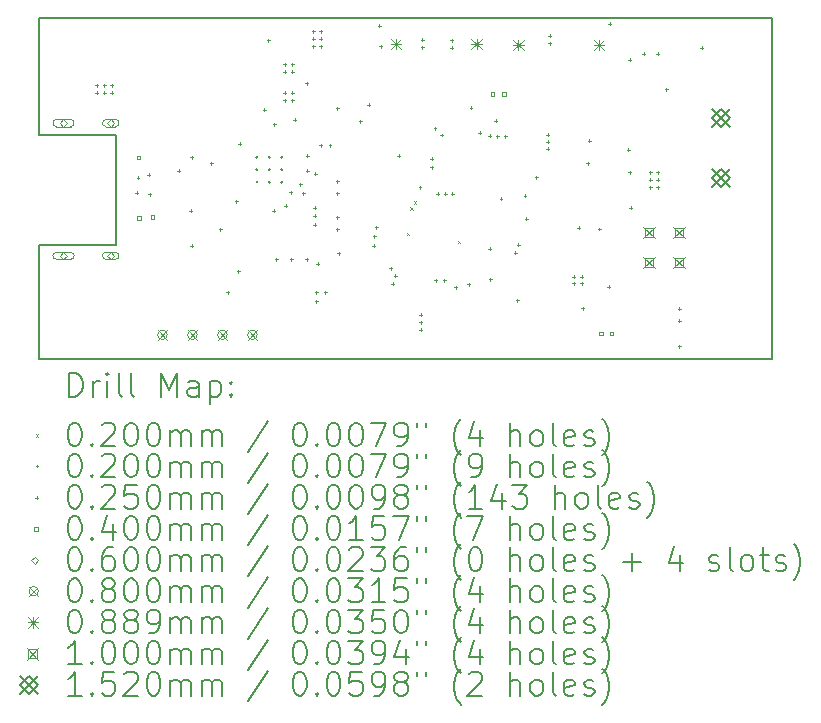
<source format=gbr>
%TF.GenerationSoftware,KiCad,Pcbnew,7.0.9-7.0.9~ubuntu22.04.1*%
%TF.CreationDate,2023-12-10T19:38:45+01:00*%
%TF.ProjectId,PD-LabSupply,50442d4c-6162-4537-9570-706c792e6b69,3.1*%
%TF.SameCoordinates,Original*%
%TF.FileFunction,Drillmap*%
%TF.FilePolarity,Positive*%
%FSLAX45Y45*%
G04 Gerber Fmt 4.5, Leading zero omitted, Abs format (unit mm)*
G04 Created by KiCad (PCBNEW 7.0.9-7.0.9~ubuntu22.04.1) date 2023-12-10 19:38:45*
%MOMM*%
%LPD*%
G01*
G04 APERTURE LIST*
%ADD10C,0.150000*%
%ADD11C,0.200000*%
%ADD12C,0.100000*%
%ADD13C,0.152000*%
G04 APERTURE END LIST*
D10*
X14220000Y-6104800D02*
X8020000Y-6104800D01*
X8020080Y-5138440D01*
X8672860Y-5138440D01*
X8672860Y-4208800D01*
X8020000Y-4208800D01*
X8020000Y-3220000D01*
X14220000Y-3220000D01*
X14220000Y-6104800D01*
D11*
D12*
X11131800Y-5039700D02*
X11151800Y-5059700D01*
X11151800Y-5039700D02*
X11131800Y-5059700D01*
X11161759Y-4821649D02*
X11181759Y-4841649D01*
X11181759Y-4821649D02*
X11161759Y-4841649D01*
X11192700Y-4770300D02*
X11212700Y-4790300D01*
X11212700Y-4770300D02*
X11192700Y-4790300D01*
X11561418Y-5103237D02*
X11581418Y-5123237D01*
X11581418Y-5103237D02*
X11561418Y-5123237D01*
X9872550Y-4397900D02*
G75*
G03*
X9872550Y-4397900I-10000J0D01*
G01*
X9872550Y-4502900D02*
G75*
G03*
X9872550Y-4502900I-10000J0D01*
G01*
X9872550Y-4607900D02*
G75*
G03*
X9872550Y-4607900I-10000J0D01*
G01*
X9977550Y-4397900D02*
G75*
G03*
X9977550Y-4397900I-10000J0D01*
G01*
X9977550Y-4502900D02*
G75*
G03*
X9977550Y-4502900I-10000J0D01*
G01*
X9977550Y-4607900D02*
G75*
G03*
X9977550Y-4607900I-10000J0D01*
G01*
X10082550Y-4397900D02*
G75*
G03*
X10082550Y-4397900I-10000J0D01*
G01*
X10082550Y-4502900D02*
G75*
G03*
X10082550Y-4502900I-10000J0D01*
G01*
X10082550Y-4607900D02*
G75*
G03*
X10082550Y-4607900I-10000J0D01*
G01*
X8505220Y-3777200D02*
X8505220Y-3802200D01*
X8492720Y-3789700D02*
X8517720Y-3789700D01*
X8505220Y-3840700D02*
X8505220Y-3865700D01*
X8492720Y-3853200D02*
X8517720Y-3853200D01*
X8568720Y-3777200D02*
X8568720Y-3802200D01*
X8556220Y-3789700D02*
X8581220Y-3789700D01*
X8568720Y-3840700D02*
X8568720Y-3865700D01*
X8556220Y-3853200D02*
X8581220Y-3853200D01*
X8632220Y-3777200D02*
X8632220Y-3802200D01*
X8619720Y-3789700D02*
X8644720Y-3789700D01*
X8632220Y-3840700D02*
X8632220Y-3865700D01*
X8619720Y-3853200D02*
X8644720Y-3853200D01*
X8845580Y-4683980D02*
X8845580Y-4708980D01*
X8833080Y-4696480D02*
X8858080Y-4696480D01*
X8855740Y-4559520D02*
X8855740Y-4584520D01*
X8843240Y-4572020D02*
X8868240Y-4572020D01*
X8947180Y-4531580D02*
X8947180Y-4556580D01*
X8934680Y-4544080D02*
X8959680Y-4544080D01*
X8955530Y-4696797D02*
X8955530Y-4721797D01*
X8943030Y-4709297D02*
X8968030Y-4709297D01*
X9201180Y-4498560D02*
X9201180Y-4523560D01*
X9188680Y-4511060D02*
X9213680Y-4511060D01*
X9303400Y-4837000D02*
X9303400Y-4862000D01*
X9290900Y-4849500D02*
X9315900Y-4849500D01*
X9310000Y-5132500D02*
X9310000Y-5157500D01*
X9297500Y-5145000D02*
X9322500Y-5145000D01*
X9310400Y-4386800D02*
X9310400Y-4411800D01*
X9297900Y-4399300D02*
X9322900Y-4399300D01*
X9475500Y-4437600D02*
X9475500Y-4462600D01*
X9463000Y-4450100D02*
X9488000Y-4450100D01*
X9551700Y-4996400D02*
X9551700Y-5021400D01*
X9539200Y-5008900D02*
X9564200Y-5008900D01*
X9615200Y-5529800D02*
X9615200Y-5554800D01*
X9602700Y-5542300D02*
X9627700Y-5542300D01*
X9688860Y-4757640D02*
X9688860Y-4782640D01*
X9676360Y-4770140D02*
X9701360Y-4770140D01*
X9704100Y-5352000D02*
X9704100Y-5377000D01*
X9691600Y-5364500D02*
X9716600Y-5364500D01*
X9717510Y-4272500D02*
X9717510Y-4297500D01*
X9705010Y-4285000D02*
X9730010Y-4285000D01*
X9925277Y-3983200D02*
X9925277Y-4008200D01*
X9912777Y-3995700D02*
X9937777Y-3995700D01*
X9958100Y-3396200D02*
X9958100Y-3421200D01*
X9945600Y-3408700D02*
X9970600Y-3408700D01*
X10002950Y-4836450D02*
X10002950Y-4861450D01*
X9990450Y-4848950D02*
X10015450Y-4848950D01*
X10008900Y-4107400D02*
X10008900Y-4132400D01*
X9996400Y-4119900D02*
X10021400Y-4119900D01*
X10026750Y-5248400D02*
X10026750Y-5273400D01*
X10014250Y-5260900D02*
X10039250Y-5260900D01*
X10097800Y-3662900D02*
X10097800Y-3687900D01*
X10085300Y-3675400D02*
X10110300Y-3675400D01*
X10097800Y-3904200D02*
X10097800Y-3929200D01*
X10085300Y-3916700D02*
X10110300Y-3916700D01*
X10098150Y-3599400D02*
X10098150Y-3624400D01*
X10085650Y-3611900D02*
X10110650Y-3611900D01*
X10098150Y-3840700D02*
X10098150Y-3865700D01*
X10085650Y-3853200D02*
X10110650Y-3853200D01*
X10107960Y-4797631D02*
X10107960Y-4822631D01*
X10095460Y-4810131D02*
X10120460Y-4810131D01*
X10148180Y-4680642D02*
X10148180Y-4705642D01*
X10135680Y-4693142D02*
X10160680Y-4693142D01*
X10153750Y-5248400D02*
X10153750Y-5273400D01*
X10141250Y-5260900D02*
X10166250Y-5260900D01*
X10161300Y-3599400D02*
X10161300Y-3624400D01*
X10148800Y-3611900D02*
X10173800Y-3611900D01*
X10161300Y-3662900D02*
X10161300Y-3687900D01*
X10148800Y-3675400D02*
X10173800Y-3675400D01*
X10161300Y-3840700D02*
X10161300Y-3865700D01*
X10148800Y-3853200D02*
X10173800Y-3853200D01*
X10161300Y-3904200D02*
X10161300Y-3929200D01*
X10148800Y-3916700D02*
X10173800Y-3916700D01*
X10181712Y-4067359D02*
X10181712Y-4092359D01*
X10169212Y-4079859D02*
X10194212Y-4079859D01*
X10229358Y-4615128D02*
X10229358Y-4640128D01*
X10216858Y-4627628D02*
X10241858Y-4627628D01*
X10253265Y-4691650D02*
X10253265Y-4716650D01*
X10240765Y-4704150D02*
X10265765Y-4704150D01*
X10285100Y-5248400D02*
X10285100Y-5273400D01*
X10272600Y-5260900D02*
X10297600Y-5260900D01*
X10285760Y-3759420D02*
X10285760Y-3784420D01*
X10273260Y-3771920D02*
X10298260Y-3771920D01*
X10288300Y-4374100D02*
X10288300Y-4399100D01*
X10275800Y-4386600D02*
X10300800Y-4386600D01*
X10288300Y-4501100D02*
X10288300Y-4526100D01*
X10275800Y-4513600D02*
X10300800Y-4513600D01*
X10339100Y-3320000D02*
X10339100Y-3345000D01*
X10326600Y-3332500D02*
X10351600Y-3332500D01*
X10339100Y-3383500D02*
X10339100Y-3408500D01*
X10326600Y-3396000D02*
X10351600Y-3396000D01*
X10339100Y-3447000D02*
X10339100Y-3472000D01*
X10326600Y-3459500D02*
X10351600Y-3459500D01*
X10351800Y-4812150D02*
X10351800Y-4837150D01*
X10339300Y-4824650D02*
X10364300Y-4824650D01*
X10351800Y-4882100D02*
X10351800Y-4907100D01*
X10339300Y-4894600D02*
X10364300Y-4894600D01*
X10351800Y-4958300D02*
X10351800Y-4983300D01*
X10339300Y-4970800D02*
X10364300Y-4970800D01*
X10357198Y-4526308D02*
X10357198Y-4551308D01*
X10344698Y-4538808D02*
X10369698Y-4538808D01*
X10364500Y-5529800D02*
X10364500Y-5554800D01*
X10352000Y-5542300D02*
X10377000Y-5542300D01*
X10364500Y-5606000D02*
X10364500Y-5631000D01*
X10352000Y-5618500D02*
X10377000Y-5618500D01*
X10377200Y-5288500D02*
X10377200Y-5313500D01*
X10364700Y-5301000D02*
X10389700Y-5301000D01*
X10402600Y-3320000D02*
X10402600Y-3345000D01*
X10390100Y-3332500D02*
X10415100Y-3332500D01*
X10402600Y-3383500D02*
X10402600Y-3408500D01*
X10390100Y-3396000D02*
X10415100Y-3396000D01*
X10402600Y-3447000D02*
X10402600Y-3472000D01*
X10390100Y-3459500D02*
X10415100Y-3459500D01*
X10402600Y-4285200D02*
X10402600Y-4310200D01*
X10390100Y-4297700D02*
X10415100Y-4297700D01*
X10440700Y-5529800D02*
X10440700Y-5554800D01*
X10428200Y-5542300D02*
X10453200Y-5542300D01*
X10481340Y-4282660D02*
X10481340Y-4307660D01*
X10468840Y-4295160D02*
X10493840Y-4295160D01*
X10542300Y-4590000D02*
X10542300Y-4615000D01*
X10529800Y-4602500D02*
X10554800Y-4602500D01*
X10542300Y-4691600D02*
X10542300Y-4716600D01*
X10529800Y-4704100D02*
X10554800Y-4704100D01*
X10542300Y-4894800D02*
X10542300Y-4919800D01*
X10529800Y-4907300D02*
X10554800Y-4907300D01*
X10542300Y-4996400D02*
X10542300Y-5021400D01*
X10529800Y-5008900D02*
X10554800Y-5008900D01*
X10542949Y-3970889D02*
X10542949Y-3995889D01*
X10530449Y-3983389D02*
X10555449Y-3983389D01*
X10555000Y-5199600D02*
X10555000Y-5224600D01*
X10542500Y-5212100D02*
X10567500Y-5212100D01*
X10738900Y-4082000D02*
X10738900Y-4107000D01*
X10726400Y-4094500D02*
X10751400Y-4094500D01*
X10809000Y-3942300D02*
X10809000Y-3967300D01*
X10796500Y-3954800D02*
X10821500Y-3954800D01*
X10853150Y-5134361D02*
X10853150Y-5159361D01*
X10840650Y-5146861D02*
X10865650Y-5146861D01*
X10857543Y-5052257D02*
X10857543Y-5077257D01*
X10845043Y-5064757D02*
X10870043Y-5064757D01*
X10873165Y-4977615D02*
X10873165Y-5002615D01*
X10860665Y-4990115D02*
X10885665Y-4990115D01*
X10897900Y-3273050D02*
X10897900Y-3298050D01*
X10885400Y-3285550D02*
X10910400Y-3285550D01*
X10910600Y-3447000D02*
X10910600Y-3472000D01*
X10898100Y-3459500D02*
X10923100Y-3459500D01*
X10996960Y-5324060D02*
X10996960Y-5349060D01*
X10984460Y-5336560D02*
X11009460Y-5336560D01*
X11011251Y-5456435D02*
X11011251Y-5481435D01*
X10998751Y-5468935D02*
X11023751Y-5468935D01*
X11033450Y-5390100D02*
X11033450Y-5415100D01*
X11020950Y-5402600D02*
X11045950Y-5402600D01*
X11063000Y-4374100D02*
X11063000Y-4399100D01*
X11050500Y-4386600D02*
X11075500Y-4386600D01*
X11243340Y-4640850D02*
X11243340Y-4665850D01*
X11230840Y-4653350D02*
X11255840Y-4653350D01*
X11250960Y-5720300D02*
X11250960Y-5745300D01*
X11238460Y-5732800D02*
X11263460Y-5732800D01*
X11250960Y-5783800D02*
X11250960Y-5808800D01*
X11238460Y-5796300D02*
X11263460Y-5796300D01*
X11250960Y-5847300D02*
X11250960Y-5872300D01*
X11238460Y-5859800D02*
X11263460Y-5859800D01*
X11261120Y-3388580D02*
X11261120Y-3413580D01*
X11248620Y-3401080D02*
X11273620Y-3401080D01*
X11261120Y-3452080D02*
X11261120Y-3477080D01*
X11248620Y-3464580D02*
X11273620Y-3464580D01*
X11343050Y-4399600D02*
X11343050Y-4424600D01*
X11330550Y-4412100D02*
X11355550Y-4412100D01*
X11343050Y-4469550D02*
X11343050Y-4494550D01*
X11330550Y-4482050D02*
X11355550Y-4482050D01*
X11370340Y-4140420D02*
X11370340Y-4165420D01*
X11357840Y-4152920D02*
X11382840Y-4152920D01*
X11376950Y-5427950D02*
X11376950Y-5452950D01*
X11364450Y-5440450D02*
X11389450Y-5440450D01*
X11393200Y-4695750D02*
X11393200Y-4720750D01*
X11380700Y-4708250D02*
X11405700Y-4708250D01*
X11426911Y-4196803D02*
X11426911Y-4221803D01*
X11414411Y-4209303D02*
X11439411Y-4209303D01*
X11446900Y-5428200D02*
X11446900Y-5453200D01*
X11434400Y-5440700D02*
X11459400Y-5440700D01*
X11456354Y-4695750D02*
X11456354Y-4720750D01*
X11443854Y-4708250D02*
X11468854Y-4708250D01*
X11512580Y-3393660D02*
X11512580Y-3418660D01*
X11500080Y-3406160D02*
X11525080Y-3406160D01*
X11512580Y-3457160D02*
X11512580Y-3482160D01*
X11500080Y-3469660D02*
X11525080Y-3469660D01*
X11518400Y-4695750D02*
X11518400Y-4720750D01*
X11505900Y-4708250D02*
X11530900Y-4708250D01*
X11545600Y-5486620D02*
X11545600Y-5511620D01*
X11533100Y-5499120D02*
X11558100Y-5499120D01*
X11656887Y-5459290D02*
X11656887Y-5484290D01*
X11644387Y-5471790D02*
X11669387Y-5471790D01*
X11675140Y-3965160D02*
X11675140Y-3990160D01*
X11662640Y-3977660D02*
X11687640Y-3977660D01*
X11748800Y-4178520D02*
X11748800Y-4203520D01*
X11736300Y-4191020D02*
X11761300Y-4191020D01*
X11832620Y-4203920D02*
X11832620Y-4228920D01*
X11820120Y-4216420D02*
X11845120Y-4216420D01*
X11835160Y-5161500D02*
X11835160Y-5186500D01*
X11822660Y-5174000D02*
X11847660Y-5174000D01*
X11837700Y-5418040D02*
X11837700Y-5443040D01*
X11825200Y-5430540D02*
X11850200Y-5430540D01*
X11885960Y-4076920D02*
X11885960Y-4101920D01*
X11873460Y-4089420D02*
X11898460Y-4089420D01*
X11898660Y-4206460D02*
X11898660Y-4231460D01*
X11886160Y-4218960D02*
X11911160Y-4218960D01*
X11929150Y-4734780D02*
X11929150Y-4759780D01*
X11916650Y-4747280D02*
X11941650Y-4747280D01*
X11964700Y-4206460D02*
X11964700Y-4231460D01*
X11952200Y-4218960D02*
X11977200Y-4218960D01*
X12050752Y-5193088D02*
X12050752Y-5218088D01*
X12038252Y-5205588D02*
X12063252Y-5205588D01*
X12067450Y-5595650D02*
X12067450Y-5620650D01*
X12054950Y-5608150D02*
X12079950Y-5608150D01*
X12076041Y-5127870D02*
X12076041Y-5152870D01*
X12063541Y-5140370D02*
X12088541Y-5140370D01*
X12132340Y-4711920D02*
X12132340Y-4736920D01*
X12119840Y-4724420D02*
X12144840Y-4724420D01*
X12142500Y-4907500D02*
X12142500Y-4932500D01*
X12130000Y-4920000D02*
X12155000Y-4920000D01*
X12227786Y-4555013D02*
X12227786Y-4580013D01*
X12215286Y-4567513D02*
X12240286Y-4567513D01*
X12325380Y-4196300D02*
X12325380Y-4221300D01*
X12312880Y-4208800D02*
X12337880Y-4208800D01*
X12325380Y-4252180D02*
X12325380Y-4277180D01*
X12312880Y-4264680D02*
X12337880Y-4264680D01*
X12325380Y-4313140D02*
X12325380Y-4338140D01*
X12312880Y-4325640D02*
X12337880Y-4325640D01*
X12343160Y-3358100D02*
X12343160Y-3383100D01*
X12330660Y-3370600D02*
X12355660Y-3370600D01*
X12343160Y-3421600D02*
X12343160Y-3446600D01*
X12330660Y-3434100D02*
X12355660Y-3434100D01*
X12546360Y-5395180D02*
X12546360Y-5420180D01*
X12533860Y-5407680D02*
X12558860Y-5407680D01*
X12546360Y-5451060D02*
X12546360Y-5476060D01*
X12533860Y-5463560D02*
X12558860Y-5463560D01*
X12587000Y-4983700D02*
X12587000Y-5008700D01*
X12574500Y-4996200D02*
X12599500Y-4996200D01*
X12612400Y-5395180D02*
X12612400Y-5420180D01*
X12599900Y-5407680D02*
X12624900Y-5407680D01*
X12612400Y-5451060D02*
X12612400Y-5476060D01*
X12599900Y-5463560D02*
X12624900Y-5463560D01*
X12622560Y-5664420D02*
X12622560Y-5689420D01*
X12610060Y-5676920D02*
X12635060Y-5676920D01*
X12663200Y-4437600D02*
X12663200Y-4462600D01*
X12650700Y-4450100D02*
X12675700Y-4450100D01*
X12675900Y-4247100D02*
X12675900Y-4272100D01*
X12663400Y-4259600D02*
X12688400Y-4259600D01*
X12759941Y-4992678D02*
X12759941Y-5017678D01*
X12747441Y-5005178D02*
X12772441Y-5005178D01*
X12841000Y-5481540D02*
X12841000Y-5506540D01*
X12828500Y-5494040D02*
X12853500Y-5494040D01*
X12851160Y-3256500D02*
X12851160Y-3281500D01*
X12838660Y-3269000D02*
X12863660Y-3269000D01*
X13006100Y-4323300D02*
X13006100Y-4348300D01*
X12993600Y-4335800D02*
X13018600Y-4335800D01*
X13018800Y-3561300D02*
X13018800Y-3586300D01*
X13006300Y-3573800D02*
X13031300Y-3573800D01*
X13018800Y-4513800D02*
X13018800Y-4538800D01*
X13006300Y-4526300D02*
X13031300Y-4526300D01*
X13028960Y-4810980D02*
X13028960Y-4835980D01*
X13016460Y-4823480D02*
X13041460Y-4823480D01*
X13138180Y-3510500D02*
X13138180Y-3535500D01*
X13125680Y-3523000D02*
X13150680Y-3523000D01*
X13194060Y-4511260D02*
X13194060Y-4536260D01*
X13181560Y-4523760D02*
X13206560Y-4523760D01*
X13194060Y-4574760D02*
X13194060Y-4599760D01*
X13181560Y-4587260D02*
X13206560Y-4587260D01*
X13194060Y-4638260D02*
X13194060Y-4663260D01*
X13181560Y-4650760D02*
X13206560Y-4650760D01*
X13255000Y-3507960D02*
X13255000Y-3532960D01*
X13242500Y-3520460D02*
X13267500Y-3520460D01*
X13257560Y-4511260D02*
X13257560Y-4536260D01*
X13245060Y-4523760D02*
X13270060Y-4523760D01*
X13257560Y-4574760D02*
X13257560Y-4599760D01*
X13245060Y-4587260D02*
X13270060Y-4587260D01*
X13257560Y-4638260D02*
X13257560Y-4663260D01*
X13245060Y-4650760D02*
X13270060Y-4650760D01*
X13329950Y-3808950D02*
X13329950Y-3833950D01*
X13317450Y-3821450D02*
X13342450Y-3821450D01*
X13437900Y-5669500D02*
X13437900Y-5694500D01*
X13425400Y-5682000D02*
X13450400Y-5682000D01*
X13437900Y-5771100D02*
X13437900Y-5796100D01*
X13425400Y-5783600D02*
X13450400Y-5783600D01*
X13437900Y-5987000D02*
X13437900Y-6012000D01*
X13425400Y-5999500D02*
X13450400Y-5999500D01*
X13628400Y-3459700D02*
X13628400Y-3484700D01*
X13615900Y-3472200D02*
X13640900Y-3472200D01*
X8876450Y-4414930D02*
X8876450Y-4386646D01*
X8848166Y-4386646D01*
X8848166Y-4414930D01*
X8876450Y-4414930D01*
X8877502Y-4926522D02*
X8877502Y-4898238D01*
X8849218Y-4898238D01*
X8849218Y-4926522D01*
X8877502Y-4926522D01*
X8991908Y-4918710D02*
X8991908Y-4890425D01*
X8963624Y-4890425D01*
X8963624Y-4918710D01*
X8991908Y-4918710D01*
X11872162Y-3877502D02*
X11872162Y-3849218D01*
X11843878Y-3849218D01*
X11843878Y-3877502D01*
X11872162Y-3877502D01*
X11969992Y-3877502D02*
X11969992Y-3849218D01*
X11941707Y-3849218D01*
X11941707Y-3877502D01*
X11969992Y-3877502D01*
X12789102Y-5904422D02*
X12789102Y-5876138D01*
X12760818Y-5876138D01*
X12760818Y-5904422D01*
X12789102Y-5904422D01*
X12880542Y-5904422D02*
X12880542Y-5876138D01*
X12852258Y-5876138D01*
X12852258Y-5904422D01*
X12880542Y-5904422D01*
X8224825Y-4138128D02*
X8254825Y-4108128D01*
X8224825Y-4078128D01*
X8194825Y-4108128D01*
X8224825Y-4138128D01*
X8164825Y-4138128D02*
X8284825Y-4138128D01*
X8284825Y-4138128D02*
G75*
G03*
X8284825Y-4078128I0J30000D01*
G01*
X8284825Y-4078128D02*
X8164825Y-4078128D01*
X8164825Y-4078128D02*
G75*
G03*
X8164825Y-4138128I0J-30000D01*
G01*
X8224825Y-5262129D02*
X8254825Y-5232129D01*
X8224825Y-5202129D01*
X8194825Y-5232129D01*
X8224825Y-5262129D01*
X8164825Y-5262129D02*
X8284825Y-5262129D01*
X8284825Y-5262129D02*
G75*
G03*
X8284825Y-5202129I0J30000D01*
G01*
X8284825Y-5202129D02*
X8164825Y-5202129D01*
X8164825Y-5202129D02*
G75*
G03*
X8164825Y-5262129I0J-30000D01*
G01*
X8624825Y-4138129D02*
X8654825Y-4108129D01*
X8624825Y-4078129D01*
X8594825Y-4108129D01*
X8624825Y-4138129D01*
X8584825Y-4138129D02*
X8664825Y-4138129D01*
X8664825Y-4138129D02*
G75*
G03*
X8664825Y-4078129I0J30000D01*
G01*
X8664825Y-4078129D02*
X8584825Y-4078129D01*
X8584825Y-4078129D02*
G75*
G03*
X8584825Y-4138129I0J-30000D01*
G01*
X8624825Y-5262129D02*
X8654825Y-5232129D01*
X8624825Y-5202129D01*
X8594825Y-5232129D01*
X8624825Y-5262129D01*
X8584825Y-5262129D02*
X8664825Y-5262129D01*
X8664825Y-5262129D02*
G75*
G03*
X8664825Y-5202129I0J30000D01*
G01*
X8664825Y-5202129D02*
X8584825Y-5202129D01*
X8584825Y-5202129D02*
G75*
G03*
X8584825Y-5262129I0J-30000D01*
G01*
X9023000Y-5862200D02*
X9103000Y-5942200D01*
X9103000Y-5862200D02*
X9023000Y-5942200D01*
X9103000Y-5902200D02*
G75*
G03*
X9103000Y-5902200I-40000J0D01*
G01*
X9277000Y-5862200D02*
X9357000Y-5942200D01*
X9357000Y-5862200D02*
X9277000Y-5942200D01*
X9357000Y-5902200D02*
G75*
G03*
X9357000Y-5902200I-40000J0D01*
G01*
X9531000Y-5862200D02*
X9611000Y-5942200D01*
X9611000Y-5862200D02*
X9531000Y-5942200D01*
X9611000Y-5902200D02*
G75*
G03*
X9611000Y-5902200I-40000J0D01*
G01*
X9785000Y-5862200D02*
X9865000Y-5942200D01*
X9865000Y-5862200D02*
X9785000Y-5942200D01*
X9865000Y-5902200D02*
G75*
G03*
X9865000Y-5902200I-40000J0D01*
G01*
X10997510Y-3395350D02*
X11086410Y-3484250D01*
X11086410Y-3395350D02*
X10997510Y-3484250D01*
X11041960Y-3395350D02*
X11041960Y-3484250D01*
X10997510Y-3439800D02*
X11086410Y-3439800D01*
X11677510Y-3395350D02*
X11766410Y-3484250D01*
X11766410Y-3395350D02*
X11677510Y-3484250D01*
X11721960Y-3395350D02*
X11721960Y-3484250D01*
X11677510Y-3439800D02*
X11766410Y-3439800D01*
X12032370Y-3403880D02*
X12121270Y-3492780D01*
X12121270Y-3403880D02*
X12032370Y-3492780D01*
X12076820Y-3403880D02*
X12076820Y-3492780D01*
X12032370Y-3448330D02*
X12121270Y-3448330D01*
X12712370Y-3403880D02*
X12801270Y-3492780D01*
X12801270Y-3403880D02*
X12712370Y-3492780D01*
X12756820Y-3403880D02*
X12756820Y-3492780D01*
X12712370Y-3448330D02*
X12801270Y-3448330D01*
X13133900Y-4984300D02*
X13233900Y-5084300D01*
X13233900Y-4984300D02*
X13133900Y-5084300D01*
X13219256Y-5069656D02*
X13219256Y-4998944D01*
X13148544Y-4998944D01*
X13148544Y-5069656D01*
X13219256Y-5069656D01*
X13133900Y-5238300D02*
X13233900Y-5338300D01*
X13233900Y-5238300D02*
X13133900Y-5338300D01*
X13219256Y-5323656D02*
X13219256Y-5252944D01*
X13148544Y-5252944D01*
X13148544Y-5323656D01*
X13219256Y-5323656D01*
X13387900Y-4984300D02*
X13487900Y-5084300D01*
X13487900Y-4984300D02*
X13387900Y-5084300D01*
X13473256Y-5069656D02*
X13473256Y-4998944D01*
X13402544Y-4998944D01*
X13402544Y-5069656D01*
X13473256Y-5069656D01*
X13387900Y-5238300D02*
X13487900Y-5338300D01*
X13487900Y-5238300D02*
X13387900Y-5338300D01*
X13473256Y-5323656D02*
X13473256Y-5252944D01*
X13402544Y-5252944D01*
X13402544Y-5323656D01*
X13473256Y-5323656D01*
D13*
X13717500Y-3993100D02*
X13869500Y-4145100D01*
X13869500Y-3993100D02*
X13717500Y-4145100D01*
X13793500Y-4145100D02*
X13869500Y-4069100D01*
X13793500Y-3993100D01*
X13717500Y-4069100D01*
X13793500Y-4145100D01*
X13717500Y-4501100D02*
X13869500Y-4653100D01*
X13869500Y-4501100D02*
X13717500Y-4653100D01*
X13793500Y-4653100D02*
X13869500Y-4577100D01*
X13793500Y-4501100D01*
X13717500Y-4577100D01*
X13793500Y-4653100D01*
D11*
X8273277Y-6423784D02*
X8273277Y-6223784D01*
X8273277Y-6223784D02*
X8320896Y-6223784D01*
X8320896Y-6223784D02*
X8349467Y-6233308D01*
X8349467Y-6233308D02*
X8368515Y-6252355D01*
X8368515Y-6252355D02*
X8378039Y-6271403D01*
X8378039Y-6271403D02*
X8387562Y-6309498D01*
X8387562Y-6309498D02*
X8387562Y-6338069D01*
X8387562Y-6338069D02*
X8378039Y-6376165D01*
X8378039Y-6376165D02*
X8368515Y-6395212D01*
X8368515Y-6395212D02*
X8349467Y-6414260D01*
X8349467Y-6414260D02*
X8320896Y-6423784D01*
X8320896Y-6423784D02*
X8273277Y-6423784D01*
X8473277Y-6423784D02*
X8473277Y-6290450D01*
X8473277Y-6328546D02*
X8482801Y-6309498D01*
X8482801Y-6309498D02*
X8492324Y-6299974D01*
X8492324Y-6299974D02*
X8511372Y-6290450D01*
X8511372Y-6290450D02*
X8530420Y-6290450D01*
X8597086Y-6423784D02*
X8597086Y-6290450D01*
X8597086Y-6223784D02*
X8587563Y-6233308D01*
X8587563Y-6233308D02*
X8597086Y-6242831D01*
X8597086Y-6242831D02*
X8606610Y-6233308D01*
X8606610Y-6233308D02*
X8597086Y-6223784D01*
X8597086Y-6223784D02*
X8597086Y-6242831D01*
X8720896Y-6423784D02*
X8701848Y-6414260D01*
X8701848Y-6414260D02*
X8692324Y-6395212D01*
X8692324Y-6395212D02*
X8692324Y-6223784D01*
X8825658Y-6423784D02*
X8806610Y-6414260D01*
X8806610Y-6414260D02*
X8797086Y-6395212D01*
X8797086Y-6395212D02*
X8797086Y-6223784D01*
X9054229Y-6423784D02*
X9054229Y-6223784D01*
X9054229Y-6223784D02*
X9120896Y-6366641D01*
X9120896Y-6366641D02*
X9187563Y-6223784D01*
X9187563Y-6223784D02*
X9187563Y-6423784D01*
X9368515Y-6423784D02*
X9368515Y-6319022D01*
X9368515Y-6319022D02*
X9358991Y-6299974D01*
X9358991Y-6299974D02*
X9339944Y-6290450D01*
X9339944Y-6290450D02*
X9301848Y-6290450D01*
X9301848Y-6290450D02*
X9282801Y-6299974D01*
X9368515Y-6414260D02*
X9349467Y-6423784D01*
X9349467Y-6423784D02*
X9301848Y-6423784D01*
X9301848Y-6423784D02*
X9282801Y-6414260D01*
X9282801Y-6414260D02*
X9273277Y-6395212D01*
X9273277Y-6395212D02*
X9273277Y-6376165D01*
X9273277Y-6376165D02*
X9282801Y-6357117D01*
X9282801Y-6357117D02*
X9301848Y-6347593D01*
X9301848Y-6347593D02*
X9349467Y-6347593D01*
X9349467Y-6347593D02*
X9368515Y-6338069D01*
X9463753Y-6290450D02*
X9463753Y-6490450D01*
X9463753Y-6299974D02*
X9482801Y-6290450D01*
X9482801Y-6290450D02*
X9520896Y-6290450D01*
X9520896Y-6290450D02*
X9539944Y-6299974D01*
X9539944Y-6299974D02*
X9549467Y-6309498D01*
X9549467Y-6309498D02*
X9558991Y-6328546D01*
X9558991Y-6328546D02*
X9558991Y-6385688D01*
X9558991Y-6385688D02*
X9549467Y-6404736D01*
X9549467Y-6404736D02*
X9539944Y-6414260D01*
X9539944Y-6414260D02*
X9520896Y-6423784D01*
X9520896Y-6423784D02*
X9482801Y-6423784D01*
X9482801Y-6423784D02*
X9463753Y-6414260D01*
X9644705Y-6404736D02*
X9654229Y-6414260D01*
X9654229Y-6414260D02*
X9644705Y-6423784D01*
X9644705Y-6423784D02*
X9635182Y-6414260D01*
X9635182Y-6414260D02*
X9644705Y-6404736D01*
X9644705Y-6404736D02*
X9644705Y-6423784D01*
X9644705Y-6299974D02*
X9654229Y-6309498D01*
X9654229Y-6309498D02*
X9644705Y-6319022D01*
X9644705Y-6319022D02*
X9635182Y-6309498D01*
X9635182Y-6309498D02*
X9644705Y-6299974D01*
X9644705Y-6299974D02*
X9644705Y-6319022D01*
D12*
X7992500Y-6742300D02*
X8012500Y-6762300D01*
X8012500Y-6742300D02*
X7992500Y-6762300D01*
D11*
X8311372Y-6643784D02*
X8330420Y-6643784D01*
X8330420Y-6643784D02*
X8349467Y-6653308D01*
X8349467Y-6653308D02*
X8358991Y-6662831D01*
X8358991Y-6662831D02*
X8368515Y-6681879D01*
X8368515Y-6681879D02*
X8378039Y-6719974D01*
X8378039Y-6719974D02*
X8378039Y-6767593D01*
X8378039Y-6767593D02*
X8368515Y-6805688D01*
X8368515Y-6805688D02*
X8358991Y-6824736D01*
X8358991Y-6824736D02*
X8349467Y-6834260D01*
X8349467Y-6834260D02*
X8330420Y-6843784D01*
X8330420Y-6843784D02*
X8311372Y-6843784D01*
X8311372Y-6843784D02*
X8292324Y-6834260D01*
X8292324Y-6834260D02*
X8282801Y-6824736D01*
X8282801Y-6824736D02*
X8273277Y-6805688D01*
X8273277Y-6805688D02*
X8263753Y-6767593D01*
X8263753Y-6767593D02*
X8263753Y-6719974D01*
X8263753Y-6719974D02*
X8273277Y-6681879D01*
X8273277Y-6681879D02*
X8282801Y-6662831D01*
X8282801Y-6662831D02*
X8292324Y-6653308D01*
X8292324Y-6653308D02*
X8311372Y-6643784D01*
X8463753Y-6824736D02*
X8473277Y-6834260D01*
X8473277Y-6834260D02*
X8463753Y-6843784D01*
X8463753Y-6843784D02*
X8454229Y-6834260D01*
X8454229Y-6834260D02*
X8463753Y-6824736D01*
X8463753Y-6824736D02*
X8463753Y-6843784D01*
X8549467Y-6662831D02*
X8558991Y-6653308D01*
X8558991Y-6653308D02*
X8578039Y-6643784D01*
X8578039Y-6643784D02*
X8625658Y-6643784D01*
X8625658Y-6643784D02*
X8644705Y-6653308D01*
X8644705Y-6653308D02*
X8654229Y-6662831D01*
X8654229Y-6662831D02*
X8663753Y-6681879D01*
X8663753Y-6681879D02*
X8663753Y-6700927D01*
X8663753Y-6700927D02*
X8654229Y-6729498D01*
X8654229Y-6729498D02*
X8539944Y-6843784D01*
X8539944Y-6843784D02*
X8663753Y-6843784D01*
X8787563Y-6643784D02*
X8806610Y-6643784D01*
X8806610Y-6643784D02*
X8825658Y-6653308D01*
X8825658Y-6653308D02*
X8835182Y-6662831D01*
X8835182Y-6662831D02*
X8844705Y-6681879D01*
X8844705Y-6681879D02*
X8854229Y-6719974D01*
X8854229Y-6719974D02*
X8854229Y-6767593D01*
X8854229Y-6767593D02*
X8844705Y-6805688D01*
X8844705Y-6805688D02*
X8835182Y-6824736D01*
X8835182Y-6824736D02*
X8825658Y-6834260D01*
X8825658Y-6834260D02*
X8806610Y-6843784D01*
X8806610Y-6843784D02*
X8787563Y-6843784D01*
X8787563Y-6843784D02*
X8768515Y-6834260D01*
X8768515Y-6834260D02*
X8758991Y-6824736D01*
X8758991Y-6824736D02*
X8749467Y-6805688D01*
X8749467Y-6805688D02*
X8739944Y-6767593D01*
X8739944Y-6767593D02*
X8739944Y-6719974D01*
X8739944Y-6719974D02*
X8749467Y-6681879D01*
X8749467Y-6681879D02*
X8758991Y-6662831D01*
X8758991Y-6662831D02*
X8768515Y-6653308D01*
X8768515Y-6653308D02*
X8787563Y-6643784D01*
X8978039Y-6643784D02*
X8997086Y-6643784D01*
X8997086Y-6643784D02*
X9016134Y-6653308D01*
X9016134Y-6653308D02*
X9025658Y-6662831D01*
X9025658Y-6662831D02*
X9035182Y-6681879D01*
X9035182Y-6681879D02*
X9044705Y-6719974D01*
X9044705Y-6719974D02*
X9044705Y-6767593D01*
X9044705Y-6767593D02*
X9035182Y-6805688D01*
X9035182Y-6805688D02*
X9025658Y-6824736D01*
X9025658Y-6824736D02*
X9016134Y-6834260D01*
X9016134Y-6834260D02*
X8997086Y-6843784D01*
X8997086Y-6843784D02*
X8978039Y-6843784D01*
X8978039Y-6843784D02*
X8958991Y-6834260D01*
X8958991Y-6834260D02*
X8949467Y-6824736D01*
X8949467Y-6824736D02*
X8939944Y-6805688D01*
X8939944Y-6805688D02*
X8930420Y-6767593D01*
X8930420Y-6767593D02*
X8930420Y-6719974D01*
X8930420Y-6719974D02*
X8939944Y-6681879D01*
X8939944Y-6681879D02*
X8949467Y-6662831D01*
X8949467Y-6662831D02*
X8958991Y-6653308D01*
X8958991Y-6653308D02*
X8978039Y-6643784D01*
X9130420Y-6843784D02*
X9130420Y-6710450D01*
X9130420Y-6729498D02*
X9139944Y-6719974D01*
X9139944Y-6719974D02*
X9158991Y-6710450D01*
X9158991Y-6710450D02*
X9187563Y-6710450D01*
X9187563Y-6710450D02*
X9206610Y-6719974D01*
X9206610Y-6719974D02*
X9216134Y-6739022D01*
X9216134Y-6739022D02*
X9216134Y-6843784D01*
X9216134Y-6739022D02*
X9225658Y-6719974D01*
X9225658Y-6719974D02*
X9244705Y-6710450D01*
X9244705Y-6710450D02*
X9273277Y-6710450D01*
X9273277Y-6710450D02*
X9292325Y-6719974D01*
X9292325Y-6719974D02*
X9301848Y-6739022D01*
X9301848Y-6739022D02*
X9301848Y-6843784D01*
X9397086Y-6843784D02*
X9397086Y-6710450D01*
X9397086Y-6729498D02*
X9406610Y-6719974D01*
X9406610Y-6719974D02*
X9425658Y-6710450D01*
X9425658Y-6710450D02*
X9454229Y-6710450D01*
X9454229Y-6710450D02*
X9473277Y-6719974D01*
X9473277Y-6719974D02*
X9482801Y-6739022D01*
X9482801Y-6739022D02*
X9482801Y-6843784D01*
X9482801Y-6739022D02*
X9492325Y-6719974D01*
X9492325Y-6719974D02*
X9511372Y-6710450D01*
X9511372Y-6710450D02*
X9539944Y-6710450D01*
X9539944Y-6710450D02*
X9558991Y-6719974D01*
X9558991Y-6719974D02*
X9568515Y-6739022D01*
X9568515Y-6739022D02*
X9568515Y-6843784D01*
X9958991Y-6634260D02*
X9787563Y-6891403D01*
X10216134Y-6643784D02*
X10235182Y-6643784D01*
X10235182Y-6643784D02*
X10254229Y-6653308D01*
X10254229Y-6653308D02*
X10263753Y-6662831D01*
X10263753Y-6662831D02*
X10273277Y-6681879D01*
X10273277Y-6681879D02*
X10282801Y-6719974D01*
X10282801Y-6719974D02*
X10282801Y-6767593D01*
X10282801Y-6767593D02*
X10273277Y-6805688D01*
X10273277Y-6805688D02*
X10263753Y-6824736D01*
X10263753Y-6824736D02*
X10254229Y-6834260D01*
X10254229Y-6834260D02*
X10235182Y-6843784D01*
X10235182Y-6843784D02*
X10216134Y-6843784D01*
X10216134Y-6843784D02*
X10197087Y-6834260D01*
X10197087Y-6834260D02*
X10187563Y-6824736D01*
X10187563Y-6824736D02*
X10178039Y-6805688D01*
X10178039Y-6805688D02*
X10168515Y-6767593D01*
X10168515Y-6767593D02*
X10168515Y-6719974D01*
X10168515Y-6719974D02*
X10178039Y-6681879D01*
X10178039Y-6681879D02*
X10187563Y-6662831D01*
X10187563Y-6662831D02*
X10197087Y-6653308D01*
X10197087Y-6653308D02*
X10216134Y-6643784D01*
X10368515Y-6824736D02*
X10378039Y-6834260D01*
X10378039Y-6834260D02*
X10368515Y-6843784D01*
X10368515Y-6843784D02*
X10358991Y-6834260D01*
X10358991Y-6834260D02*
X10368515Y-6824736D01*
X10368515Y-6824736D02*
X10368515Y-6843784D01*
X10501848Y-6643784D02*
X10520896Y-6643784D01*
X10520896Y-6643784D02*
X10539944Y-6653308D01*
X10539944Y-6653308D02*
X10549468Y-6662831D01*
X10549468Y-6662831D02*
X10558991Y-6681879D01*
X10558991Y-6681879D02*
X10568515Y-6719974D01*
X10568515Y-6719974D02*
X10568515Y-6767593D01*
X10568515Y-6767593D02*
X10558991Y-6805688D01*
X10558991Y-6805688D02*
X10549468Y-6824736D01*
X10549468Y-6824736D02*
X10539944Y-6834260D01*
X10539944Y-6834260D02*
X10520896Y-6843784D01*
X10520896Y-6843784D02*
X10501848Y-6843784D01*
X10501848Y-6843784D02*
X10482801Y-6834260D01*
X10482801Y-6834260D02*
X10473277Y-6824736D01*
X10473277Y-6824736D02*
X10463753Y-6805688D01*
X10463753Y-6805688D02*
X10454229Y-6767593D01*
X10454229Y-6767593D02*
X10454229Y-6719974D01*
X10454229Y-6719974D02*
X10463753Y-6681879D01*
X10463753Y-6681879D02*
X10473277Y-6662831D01*
X10473277Y-6662831D02*
X10482801Y-6653308D01*
X10482801Y-6653308D02*
X10501848Y-6643784D01*
X10692325Y-6643784D02*
X10711372Y-6643784D01*
X10711372Y-6643784D02*
X10730420Y-6653308D01*
X10730420Y-6653308D02*
X10739944Y-6662831D01*
X10739944Y-6662831D02*
X10749468Y-6681879D01*
X10749468Y-6681879D02*
X10758991Y-6719974D01*
X10758991Y-6719974D02*
X10758991Y-6767593D01*
X10758991Y-6767593D02*
X10749468Y-6805688D01*
X10749468Y-6805688D02*
X10739944Y-6824736D01*
X10739944Y-6824736D02*
X10730420Y-6834260D01*
X10730420Y-6834260D02*
X10711372Y-6843784D01*
X10711372Y-6843784D02*
X10692325Y-6843784D01*
X10692325Y-6843784D02*
X10673277Y-6834260D01*
X10673277Y-6834260D02*
X10663753Y-6824736D01*
X10663753Y-6824736D02*
X10654229Y-6805688D01*
X10654229Y-6805688D02*
X10644706Y-6767593D01*
X10644706Y-6767593D02*
X10644706Y-6719974D01*
X10644706Y-6719974D02*
X10654229Y-6681879D01*
X10654229Y-6681879D02*
X10663753Y-6662831D01*
X10663753Y-6662831D02*
X10673277Y-6653308D01*
X10673277Y-6653308D02*
X10692325Y-6643784D01*
X10825658Y-6643784D02*
X10958991Y-6643784D01*
X10958991Y-6643784D02*
X10873277Y-6843784D01*
X11044706Y-6843784D02*
X11082801Y-6843784D01*
X11082801Y-6843784D02*
X11101849Y-6834260D01*
X11101849Y-6834260D02*
X11111372Y-6824736D01*
X11111372Y-6824736D02*
X11130420Y-6796165D01*
X11130420Y-6796165D02*
X11139944Y-6758069D01*
X11139944Y-6758069D02*
X11139944Y-6681879D01*
X11139944Y-6681879D02*
X11130420Y-6662831D01*
X11130420Y-6662831D02*
X11120896Y-6653308D01*
X11120896Y-6653308D02*
X11101849Y-6643784D01*
X11101849Y-6643784D02*
X11063753Y-6643784D01*
X11063753Y-6643784D02*
X11044706Y-6653308D01*
X11044706Y-6653308D02*
X11035182Y-6662831D01*
X11035182Y-6662831D02*
X11025658Y-6681879D01*
X11025658Y-6681879D02*
X11025658Y-6729498D01*
X11025658Y-6729498D02*
X11035182Y-6748546D01*
X11035182Y-6748546D02*
X11044706Y-6758069D01*
X11044706Y-6758069D02*
X11063753Y-6767593D01*
X11063753Y-6767593D02*
X11101849Y-6767593D01*
X11101849Y-6767593D02*
X11120896Y-6758069D01*
X11120896Y-6758069D02*
X11130420Y-6748546D01*
X11130420Y-6748546D02*
X11139944Y-6729498D01*
X11216134Y-6643784D02*
X11216134Y-6681879D01*
X11292325Y-6643784D02*
X11292325Y-6681879D01*
X11587563Y-6919974D02*
X11578039Y-6910450D01*
X11578039Y-6910450D02*
X11558991Y-6881879D01*
X11558991Y-6881879D02*
X11549468Y-6862831D01*
X11549468Y-6862831D02*
X11539944Y-6834260D01*
X11539944Y-6834260D02*
X11530420Y-6786641D01*
X11530420Y-6786641D02*
X11530420Y-6748546D01*
X11530420Y-6748546D02*
X11539944Y-6700927D01*
X11539944Y-6700927D02*
X11549468Y-6672355D01*
X11549468Y-6672355D02*
X11558991Y-6653308D01*
X11558991Y-6653308D02*
X11578039Y-6624736D01*
X11578039Y-6624736D02*
X11587563Y-6615212D01*
X11749468Y-6710450D02*
X11749468Y-6843784D01*
X11701848Y-6634260D02*
X11654229Y-6777117D01*
X11654229Y-6777117D02*
X11778039Y-6777117D01*
X12006610Y-6843784D02*
X12006610Y-6643784D01*
X12092325Y-6843784D02*
X12092325Y-6739022D01*
X12092325Y-6739022D02*
X12082801Y-6719974D01*
X12082801Y-6719974D02*
X12063753Y-6710450D01*
X12063753Y-6710450D02*
X12035182Y-6710450D01*
X12035182Y-6710450D02*
X12016134Y-6719974D01*
X12016134Y-6719974D02*
X12006610Y-6729498D01*
X12216134Y-6843784D02*
X12197087Y-6834260D01*
X12197087Y-6834260D02*
X12187563Y-6824736D01*
X12187563Y-6824736D02*
X12178039Y-6805688D01*
X12178039Y-6805688D02*
X12178039Y-6748546D01*
X12178039Y-6748546D02*
X12187563Y-6729498D01*
X12187563Y-6729498D02*
X12197087Y-6719974D01*
X12197087Y-6719974D02*
X12216134Y-6710450D01*
X12216134Y-6710450D02*
X12244706Y-6710450D01*
X12244706Y-6710450D02*
X12263753Y-6719974D01*
X12263753Y-6719974D02*
X12273277Y-6729498D01*
X12273277Y-6729498D02*
X12282801Y-6748546D01*
X12282801Y-6748546D02*
X12282801Y-6805688D01*
X12282801Y-6805688D02*
X12273277Y-6824736D01*
X12273277Y-6824736D02*
X12263753Y-6834260D01*
X12263753Y-6834260D02*
X12244706Y-6843784D01*
X12244706Y-6843784D02*
X12216134Y-6843784D01*
X12397087Y-6843784D02*
X12378039Y-6834260D01*
X12378039Y-6834260D02*
X12368515Y-6815212D01*
X12368515Y-6815212D02*
X12368515Y-6643784D01*
X12549468Y-6834260D02*
X12530420Y-6843784D01*
X12530420Y-6843784D02*
X12492325Y-6843784D01*
X12492325Y-6843784D02*
X12473277Y-6834260D01*
X12473277Y-6834260D02*
X12463753Y-6815212D01*
X12463753Y-6815212D02*
X12463753Y-6739022D01*
X12463753Y-6739022D02*
X12473277Y-6719974D01*
X12473277Y-6719974D02*
X12492325Y-6710450D01*
X12492325Y-6710450D02*
X12530420Y-6710450D01*
X12530420Y-6710450D02*
X12549468Y-6719974D01*
X12549468Y-6719974D02*
X12558991Y-6739022D01*
X12558991Y-6739022D02*
X12558991Y-6758069D01*
X12558991Y-6758069D02*
X12463753Y-6777117D01*
X12635182Y-6834260D02*
X12654230Y-6843784D01*
X12654230Y-6843784D02*
X12692325Y-6843784D01*
X12692325Y-6843784D02*
X12711372Y-6834260D01*
X12711372Y-6834260D02*
X12720896Y-6815212D01*
X12720896Y-6815212D02*
X12720896Y-6805688D01*
X12720896Y-6805688D02*
X12711372Y-6786641D01*
X12711372Y-6786641D02*
X12692325Y-6777117D01*
X12692325Y-6777117D02*
X12663753Y-6777117D01*
X12663753Y-6777117D02*
X12644706Y-6767593D01*
X12644706Y-6767593D02*
X12635182Y-6748546D01*
X12635182Y-6748546D02*
X12635182Y-6739022D01*
X12635182Y-6739022D02*
X12644706Y-6719974D01*
X12644706Y-6719974D02*
X12663753Y-6710450D01*
X12663753Y-6710450D02*
X12692325Y-6710450D01*
X12692325Y-6710450D02*
X12711372Y-6719974D01*
X12787563Y-6919974D02*
X12797087Y-6910450D01*
X12797087Y-6910450D02*
X12816134Y-6881879D01*
X12816134Y-6881879D02*
X12825658Y-6862831D01*
X12825658Y-6862831D02*
X12835182Y-6834260D01*
X12835182Y-6834260D02*
X12844706Y-6786641D01*
X12844706Y-6786641D02*
X12844706Y-6748546D01*
X12844706Y-6748546D02*
X12835182Y-6700927D01*
X12835182Y-6700927D02*
X12825658Y-6672355D01*
X12825658Y-6672355D02*
X12816134Y-6653308D01*
X12816134Y-6653308D02*
X12797087Y-6624736D01*
X12797087Y-6624736D02*
X12787563Y-6615212D01*
D12*
X8012500Y-7016300D02*
G75*
G03*
X8012500Y-7016300I-10000J0D01*
G01*
D11*
X8311372Y-6907784D02*
X8330420Y-6907784D01*
X8330420Y-6907784D02*
X8349467Y-6917308D01*
X8349467Y-6917308D02*
X8358991Y-6926831D01*
X8358991Y-6926831D02*
X8368515Y-6945879D01*
X8368515Y-6945879D02*
X8378039Y-6983974D01*
X8378039Y-6983974D02*
X8378039Y-7031593D01*
X8378039Y-7031593D02*
X8368515Y-7069688D01*
X8368515Y-7069688D02*
X8358991Y-7088736D01*
X8358991Y-7088736D02*
X8349467Y-7098260D01*
X8349467Y-7098260D02*
X8330420Y-7107784D01*
X8330420Y-7107784D02*
X8311372Y-7107784D01*
X8311372Y-7107784D02*
X8292324Y-7098260D01*
X8292324Y-7098260D02*
X8282801Y-7088736D01*
X8282801Y-7088736D02*
X8273277Y-7069688D01*
X8273277Y-7069688D02*
X8263753Y-7031593D01*
X8263753Y-7031593D02*
X8263753Y-6983974D01*
X8263753Y-6983974D02*
X8273277Y-6945879D01*
X8273277Y-6945879D02*
X8282801Y-6926831D01*
X8282801Y-6926831D02*
X8292324Y-6917308D01*
X8292324Y-6917308D02*
X8311372Y-6907784D01*
X8463753Y-7088736D02*
X8473277Y-7098260D01*
X8473277Y-7098260D02*
X8463753Y-7107784D01*
X8463753Y-7107784D02*
X8454229Y-7098260D01*
X8454229Y-7098260D02*
X8463753Y-7088736D01*
X8463753Y-7088736D02*
X8463753Y-7107784D01*
X8549467Y-6926831D02*
X8558991Y-6917308D01*
X8558991Y-6917308D02*
X8578039Y-6907784D01*
X8578039Y-6907784D02*
X8625658Y-6907784D01*
X8625658Y-6907784D02*
X8644705Y-6917308D01*
X8644705Y-6917308D02*
X8654229Y-6926831D01*
X8654229Y-6926831D02*
X8663753Y-6945879D01*
X8663753Y-6945879D02*
X8663753Y-6964927D01*
X8663753Y-6964927D02*
X8654229Y-6993498D01*
X8654229Y-6993498D02*
X8539944Y-7107784D01*
X8539944Y-7107784D02*
X8663753Y-7107784D01*
X8787563Y-6907784D02*
X8806610Y-6907784D01*
X8806610Y-6907784D02*
X8825658Y-6917308D01*
X8825658Y-6917308D02*
X8835182Y-6926831D01*
X8835182Y-6926831D02*
X8844705Y-6945879D01*
X8844705Y-6945879D02*
X8854229Y-6983974D01*
X8854229Y-6983974D02*
X8854229Y-7031593D01*
X8854229Y-7031593D02*
X8844705Y-7069688D01*
X8844705Y-7069688D02*
X8835182Y-7088736D01*
X8835182Y-7088736D02*
X8825658Y-7098260D01*
X8825658Y-7098260D02*
X8806610Y-7107784D01*
X8806610Y-7107784D02*
X8787563Y-7107784D01*
X8787563Y-7107784D02*
X8768515Y-7098260D01*
X8768515Y-7098260D02*
X8758991Y-7088736D01*
X8758991Y-7088736D02*
X8749467Y-7069688D01*
X8749467Y-7069688D02*
X8739944Y-7031593D01*
X8739944Y-7031593D02*
X8739944Y-6983974D01*
X8739944Y-6983974D02*
X8749467Y-6945879D01*
X8749467Y-6945879D02*
X8758991Y-6926831D01*
X8758991Y-6926831D02*
X8768515Y-6917308D01*
X8768515Y-6917308D02*
X8787563Y-6907784D01*
X8978039Y-6907784D02*
X8997086Y-6907784D01*
X8997086Y-6907784D02*
X9016134Y-6917308D01*
X9016134Y-6917308D02*
X9025658Y-6926831D01*
X9025658Y-6926831D02*
X9035182Y-6945879D01*
X9035182Y-6945879D02*
X9044705Y-6983974D01*
X9044705Y-6983974D02*
X9044705Y-7031593D01*
X9044705Y-7031593D02*
X9035182Y-7069688D01*
X9035182Y-7069688D02*
X9025658Y-7088736D01*
X9025658Y-7088736D02*
X9016134Y-7098260D01*
X9016134Y-7098260D02*
X8997086Y-7107784D01*
X8997086Y-7107784D02*
X8978039Y-7107784D01*
X8978039Y-7107784D02*
X8958991Y-7098260D01*
X8958991Y-7098260D02*
X8949467Y-7088736D01*
X8949467Y-7088736D02*
X8939944Y-7069688D01*
X8939944Y-7069688D02*
X8930420Y-7031593D01*
X8930420Y-7031593D02*
X8930420Y-6983974D01*
X8930420Y-6983974D02*
X8939944Y-6945879D01*
X8939944Y-6945879D02*
X8949467Y-6926831D01*
X8949467Y-6926831D02*
X8958991Y-6917308D01*
X8958991Y-6917308D02*
X8978039Y-6907784D01*
X9130420Y-7107784D02*
X9130420Y-6974450D01*
X9130420Y-6993498D02*
X9139944Y-6983974D01*
X9139944Y-6983974D02*
X9158991Y-6974450D01*
X9158991Y-6974450D02*
X9187563Y-6974450D01*
X9187563Y-6974450D02*
X9206610Y-6983974D01*
X9206610Y-6983974D02*
X9216134Y-7003022D01*
X9216134Y-7003022D02*
X9216134Y-7107784D01*
X9216134Y-7003022D02*
X9225658Y-6983974D01*
X9225658Y-6983974D02*
X9244705Y-6974450D01*
X9244705Y-6974450D02*
X9273277Y-6974450D01*
X9273277Y-6974450D02*
X9292325Y-6983974D01*
X9292325Y-6983974D02*
X9301848Y-7003022D01*
X9301848Y-7003022D02*
X9301848Y-7107784D01*
X9397086Y-7107784D02*
X9397086Y-6974450D01*
X9397086Y-6993498D02*
X9406610Y-6983974D01*
X9406610Y-6983974D02*
X9425658Y-6974450D01*
X9425658Y-6974450D02*
X9454229Y-6974450D01*
X9454229Y-6974450D02*
X9473277Y-6983974D01*
X9473277Y-6983974D02*
X9482801Y-7003022D01*
X9482801Y-7003022D02*
X9482801Y-7107784D01*
X9482801Y-7003022D02*
X9492325Y-6983974D01*
X9492325Y-6983974D02*
X9511372Y-6974450D01*
X9511372Y-6974450D02*
X9539944Y-6974450D01*
X9539944Y-6974450D02*
X9558991Y-6983974D01*
X9558991Y-6983974D02*
X9568515Y-7003022D01*
X9568515Y-7003022D02*
X9568515Y-7107784D01*
X9958991Y-6898260D02*
X9787563Y-7155403D01*
X10216134Y-6907784D02*
X10235182Y-6907784D01*
X10235182Y-6907784D02*
X10254229Y-6917308D01*
X10254229Y-6917308D02*
X10263753Y-6926831D01*
X10263753Y-6926831D02*
X10273277Y-6945879D01*
X10273277Y-6945879D02*
X10282801Y-6983974D01*
X10282801Y-6983974D02*
X10282801Y-7031593D01*
X10282801Y-7031593D02*
X10273277Y-7069688D01*
X10273277Y-7069688D02*
X10263753Y-7088736D01*
X10263753Y-7088736D02*
X10254229Y-7098260D01*
X10254229Y-7098260D02*
X10235182Y-7107784D01*
X10235182Y-7107784D02*
X10216134Y-7107784D01*
X10216134Y-7107784D02*
X10197087Y-7098260D01*
X10197087Y-7098260D02*
X10187563Y-7088736D01*
X10187563Y-7088736D02*
X10178039Y-7069688D01*
X10178039Y-7069688D02*
X10168515Y-7031593D01*
X10168515Y-7031593D02*
X10168515Y-6983974D01*
X10168515Y-6983974D02*
X10178039Y-6945879D01*
X10178039Y-6945879D02*
X10187563Y-6926831D01*
X10187563Y-6926831D02*
X10197087Y-6917308D01*
X10197087Y-6917308D02*
X10216134Y-6907784D01*
X10368515Y-7088736D02*
X10378039Y-7098260D01*
X10378039Y-7098260D02*
X10368515Y-7107784D01*
X10368515Y-7107784D02*
X10358991Y-7098260D01*
X10358991Y-7098260D02*
X10368515Y-7088736D01*
X10368515Y-7088736D02*
X10368515Y-7107784D01*
X10501848Y-6907784D02*
X10520896Y-6907784D01*
X10520896Y-6907784D02*
X10539944Y-6917308D01*
X10539944Y-6917308D02*
X10549468Y-6926831D01*
X10549468Y-6926831D02*
X10558991Y-6945879D01*
X10558991Y-6945879D02*
X10568515Y-6983974D01*
X10568515Y-6983974D02*
X10568515Y-7031593D01*
X10568515Y-7031593D02*
X10558991Y-7069688D01*
X10558991Y-7069688D02*
X10549468Y-7088736D01*
X10549468Y-7088736D02*
X10539944Y-7098260D01*
X10539944Y-7098260D02*
X10520896Y-7107784D01*
X10520896Y-7107784D02*
X10501848Y-7107784D01*
X10501848Y-7107784D02*
X10482801Y-7098260D01*
X10482801Y-7098260D02*
X10473277Y-7088736D01*
X10473277Y-7088736D02*
X10463753Y-7069688D01*
X10463753Y-7069688D02*
X10454229Y-7031593D01*
X10454229Y-7031593D02*
X10454229Y-6983974D01*
X10454229Y-6983974D02*
X10463753Y-6945879D01*
X10463753Y-6945879D02*
X10473277Y-6926831D01*
X10473277Y-6926831D02*
X10482801Y-6917308D01*
X10482801Y-6917308D02*
X10501848Y-6907784D01*
X10692325Y-6907784D02*
X10711372Y-6907784D01*
X10711372Y-6907784D02*
X10730420Y-6917308D01*
X10730420Y-6917308D02*
X10739944Y-6926831D01*
X10739944Y-6926831D02*
X10749468Y-6945879D01*
X10749468Y-6945879D02*
X10758991Y-6983974D01*
X10758991Y-6983974D02*
X10758991Y-7031593D01*
X10758991Y-7031593D02*
X10749468Y-7069688D01*
X10749468Y-7069688D02*
X10739944Y-7088736D01*
X10739944Y-7088736D02*
X10730420Y-7098260D01*
X10730420Y-7098260D02*
X10711372Y-7107784D01*
X10711372Y-7107784D02*
X10692325Y-7107784D01*
X10692325Y-7107784D02*
X10673277Y-7098260D01*
X10673277Y-7098260D02*
X10663753Y-7088736D01*
X10663753Y-7088736D02*
X10654229Y-7069688D01*
X10654229Y-7069688D02*
X10644706Y-7031593D01*
X10644706Y-7031593D02*
X10644706Y-6983974D01*
X10644706Y-6983974D02*
X10654229Y-6945879D01*
X10654229Y-6945879D02*
X10663753Y-6926831D01*
X10663753Y-6926831D02*
X10673277Y-6917308D01*
X10673277Y-6917308D02*
X10692325Y-6907784D01*
X10825658Y-6907784D02*
X10958991Y-6907784D01*
X10958991Y-6907784D02*
X10873277Y-7107784D01*
X11044706Y-7107784D02*
X11082801Y-7107784D01*
X11082801Y-7107784D02*
X11101849Y-7098260D01*
X11101849Y-7098260D02*
X11111372Y-7088736D01*
X11111372Y-7088736D02*
X11130420Y-7060165D01*
X11130420Y-7060165D02*
X11139944Y-7022069D01*
X11139944Y-7022069D02*
X11139944Y-6945879D01*
X11139944Y-6945879D02*
X11130420Y-6926831D01*
X11130420Y-6926831D02*
X11120896Y-6917308D01*
X11120896Y-6917308D02*
X11101849Y-6907784D01*
X11101849Y-6907784D02*
X11063753Y-6907784D01*
X11063753Y-6907784D02*
X11044706Y-6917308D01*
X11044706Y-6917308D02*
X11035182Y-6926831D01*
X11035182Y-6926831D02*
X11025658Y-6945879D01*
X11025658Y-6945879D02*
X11025658Y-6993498D01*
X11025658Y-6993498D02*
X11035182Y-7012546D01*
X11035182Y-7012546D02*
X11044706Y-7022069D01*
X11044706Y-7022069D02*
X11063753Y-7031593D01*
X11063753Y-7031593D02*
X11101849Y-7031593D01*
X11101849Y-7031593D02*
X11120896Y-7022069D01*
X11120896Y-7022069D02*
X11130420Y-7012546D01*
X11130420Y-7012546D02*
X11139944Y-6993498D01*
X11216134Y-6907784D02*
X11216134Y-6945879D01*
X11292325Y-6907784D02*
X11292325Y-6945879D01*
X11587563Y-7183974D02*
X11578039Y-7174450D01*
X11578039Y-7174450D02*
X11558991Y-7145879D01*
X11558991Y-7145879D02*
X11549468Y-7126831D01*
X11549468Y-7126831D02*
X11539944Y-7098260D01*
X11539944Y-7098260D02*
X11530420Y-7050641D01*
X11530420Y-7050641D02*
X11530420Y-7012546D01*
X11530420Y-7012546D02*
X11539944Y-6964927D01*
X11539944Y-6964927D02*
X11549468Y-6936355D01*
X11549468Y-6936355D02*
X11558991Y-6917308D01*
X11558991Y-6917308D02*
X11578039Y-6888736D01*
X11578039Y-6888736D02*
X11587563Y-6879212D01*
X11673277Y-7107784D02*
X11711372Y-7107784D01*
X11711372Y-7107784D02*
X11730420Y-7098260D01*
X11730420Y-7098260D02*
X11739944Y-7088736D01*
X11739944Y-7088736D02*
X11758991Y-7060165D01*
X11758991Y-7060165D02*
X11768515Y-7022069D01*
X11768515Y-7022069D02*
X11768515Y-6945879D01*
X11768515Y-6945879D02*
X11758991Y-6926831D01*
X11758991Y-6926831D02*
X11749468Y-6917308D01*
X11749468Y-6917308D02*
X11730420Y-6907784D01*
X11730420Y-6907784D02*
X11692325Y-6907784D01*
X11692325Y-6907784D02*
X11673277Y-6917308D01*
X11673277Y-6917308D02*
X11663753Y-6926831D01*
X11663753Y-6926831D02*
X11654229Y-6945879D01*
X11654229Y-6945879D02*
X11654229Y-6993498D01*
X11654229Y-6993498D02*
X11663753Y-7012546D01*
X11663753Y-7012546D02*
X11673277Y-7022069D01*
X11673277Y-7022069D02*
X11692325Y-7031593D01*
X11692325Y-7031593D02*
X11730420Y-7031593D01*
X11730420Y-7031593D02*
X11749468Y-7022069D01*
X11749468Y-7022069D02*
X11758991Y-7012546D01*
X11758991Y-7012546D02*
X11768515Y-6993498D01*
X12006610Y-7107784D02*
X12006610Y-6907784D01*
X12092325Y-7107784D02*
X12092325Y-7003022D01*
X12092325Y-7003022D02*
X12082801Y-6983974D01*
X12082801Y-6983974D02*
X12063753Y-6974450D01*
X12063753Y-6974450D02*
X12035182Y-6974450D01*
X12035182Y-6974450D02*
X12016134Y-6983974D01*
X12016134Y-6983974D02*
X12006610Y-6993498D01*
X12216134Y-7107784D02*
X12197087Y-7098260D01*
X12197087Y-7098260D02*
X12187563Y-7088736D01*
X12187563Y-7088736D02*
X12178039Y-7069688D01*
X12178039Y-7069688D02*
X12178039Y-7012546D01*
X12178039Y-7012546D02*
X12187563Y-6993498D01*
X12187563Y-6993498D02*
X12197087Y-6983974D01*
X12197087Y-6983974D02*
X12216134Y-6974450D01*
X12216134Y-6974450D02*
X12244706Y-6974450D01*
X12244706Y-6974450D02*
X12263753Y-6983974D01*
X12263753Y-6983974D02*
X12273277Y-6993498D01*
X12273277Y-6993498D02*
X12282801Y-7012546D01*
X12282801Y-7012546D02*
X12282801Y-7069688D01*
X12282801Y-7069688D02*
X12273277Y-7088736D01*
X12273277Y-7088736D02*
X12263753Y-7098260D01*
X12263753Y-7098260D02*
X12244706Y-7107784D01*
X12244706Y-7107784D02*
X12216134Y-7107784D01*
X12397087Y-7107784D02*
X12378039Y-7098260D01*
X12378039Y-7098260D02*
X12368515Y-7079212D01*
X12368515Y-7079212D02*
X12368515Y-6907784D01*
X12549468Y-7098260D02*
X12530420Y-7107784D01*
X12530420Y-7107784D02*
X12492325Y-7107784D01*
X12492325Y-7107784D02*
X12473277Y-7098260D01*
X12473277Y-7098260D02*
X12463753Y-7079212D01*
X12463753Y-7079212D02*
X12463753Y-7003022D01*
X12463753Y-7003022D02*
X12473277Y-6983974D01*
X12473277Y-6983974D02*
X12492325Y-6974450D01*
X12492325Y-6974450D02*
X12530420Y-6974450D01*
X12530420Y-6974450D02*
X12549468Y-6983974D01*
X12549468Y-6983974D02*
X12558991Y-7003022D01*
X12558991Y-7003022D02*
X12558991Y-7022069D01*
X12558991Y-7022069D02*
X12463753Y-7041117D01*
X12635182Y-7098260D02*
X12654230Y-7107784D01*
X12654230Y-7107784D02*
X12692325Y-7107784D01*
X12692325Y-7107784D02*
X12711372Y-7098260D01*
X12711372Y-7098260D02*
X12720896Y-7079212D01*
X12720896Y-7079212D02*
X12720896Y-7069688D01*
X12720896Y-7069688D02*
X12711372Y-7050641D01*
X12711372Y-7050641D02*
X12692325Y-7041117D01*
X12692325Y-7041117D02*
X12663753Y-7041117D01*
X12663753Y-7041117D02*
X12644706Y-7031593D01*
X12644706Y-7031593D02*
X12635182Y-7012546D01*
X12635182Y-7012546D02*
X12635182Y-7003022D01*
X12635182Y-7003022D02*
X12644706Y-6983974D01*
X12644706Y-6983974D02*
X12663753Y-6974450D01*
X12663753Y-6974450D02*
X12692325Y-6974450D01*
X12692325Y-6974450D02*
X12711372Y-6983974D01*
X12787563Y-7183974D02*
X12797087Y-7174450D01*
X12797087Y-7174450D02*
X12816134Y-7145879D01*
X12816134Y-7145879D02*
X12825658Y-7126831D01*
X12825658Y-7126831D02*
X12835182Y-7098260D01*
X12835182Y-7098260D02*
X12844706Y-7050641D01*
X12844706Y-7050641D02*
X12844706Y-7012546D01*
X12844706Y-7012546D02*
X12835182Y-6964927D01*
X12835182Y-6964927D02*
X12825658Y-6936355D01*
X12825658Y-6936355D02*
X12816134Y-6917308D01*
X12816134Y-6917308D02*
X12797087Y-6888736D01*
X12797087Y-6888736D02*
X12787563Y-6879212D01*
D12*
X8000000Y-7267800D02*
X8000000Y-7292800D01*
X7987500Y-7280300D02*
X8012500Y-7280300D01*
D11*
X8311372Y-7171784D02*
X8330420Y-7171784D01*
X8330420Y-7171784D02*
X8349467Y-7181308D01*
X8349467Y-7181308D02*
X8358991Y-7190831D01*
X8358991Y-7190831D02*
X8368515Y-7209879D01*
X8368515Y-7209879D02*
X8378039Y-7247974D01*
X8378039Y-7247974D02*
X8378039Y-7295593D01*
X8378039Y-7295593D02*
X8368515Y-7333688D01*
X8368515Y-7333688D02*
X8358991Y-7352736D01*
X8358991Y-7352736D02*
X8349467Y-7362260D01*
X8349467Y-7362260D02*
X8330420Y-7371784D01*
X8330420Y-7371784D02*
X8311372Y-7371784D01*
X8311372Y-7371784D02*
X8292324Y-7362260D01*
X8292324Y-7362260D02*
X8282801Y-7352736D01*
X8282801Y-7352736D02*
X8273277Y-7333688D01*
X8273277Y-7333688D02*
X8263753Y-7295593D01*
X8263753Y-7295593D02*
X8263753Y-7247974D01*
X8263753Y-7247974D02*
X8273277Y-7209879D01*
X8273277Y-7209879D02*
X8282801Y-7190831D01*
X8282801Y-7190831D02*
X8292324Y-7181308D01*
X8292324Y-7181308D02*
X8311372Y-7171784D01*
X8463753Y-7352736D02*
X8473277Y-7362260D01*
X8473277Y-7362260D02*
X8463753Y-7371784D01*
X8463753Y-7371784D02*
X8454229Y-7362260D01*
X8454229Y-7362260D02*
X8463753Y-7352736D01*
X8463753Y-7352736D02*
X8463753Y-7371784D01*
X8549467Y-7190831D02*
X8558991Y-7181308D01*
X8558991Y-7181308D02*
X8578039Y-7171784D01*
X8578039Y-7171784D02*
X8625658Y-7171784D01*
X8625658Y-7171784D02*
X8644705Y-7181308D01*
X8644705Y-7181308D02*
X8654229Y-7190831D01*
X8654229Y-7190831D02*
X8663753Y-7209879D01*
X8663753Y-7209879D02*
X8663753Y-7228927D01*
X8663753Y-7228927D02*
X8654229Y-7257498D01*
X8654229Y-7257498D02*
X8539944Y-7371784D01*
X8539944Y-7371784D02*
X8663753Y-7371784D01*
X8844705Y-7171784D02*
X8749467Y-7171784D01*
X8749467Y-7171784D02*
X8739944Y-7267022D01*
X8739944Y-7267022D02*
X8749467Y-7257498D01*
X8749467Y-7257498D02*
X8768515Y-7247974D01*
X8768515Y-7247974D02*
X8816134Y-7247974D01*
X8816134Y-7247974D02*
X8835182Y-7257498D01*
X8835182Y-7257498D02*
X8844705Y-7267022D01*
X8844705Y-7267022D02*
X8854229Y-7286069D01*
X8854229Y-7286069D02*
X8854229Y-7333688D01*
X8854229Y-7333688D02*
X8844705Y-7352736D01*
X8844705Y-7352736D02*
X8835182Y-7362260D01*
X8835182Y-7362260D02*
X8816134Y-7371784D01*
X8816134Y-7371784D02*
X8768515Y-7371784D01*
X8768515Y-7371784D02*
X8749467Y-7362260D01*
X8749467Y-7362260D02*
X8739944Y-7352736D01*
X8978039Y-7171784D02*
X8997086Y-7171784D01*
X8997086Y-7171784D02*
X9016134Y-7181308D01*
X9016134Y-7181308D02*
X9025658Y-7190831D01*
X9025658Y-7190831D02*
X9035182Y-7209879D01*
X9035182Y-7209879D02*
X9044705Y-7247974D01*
X9044705Y-7247974D02*
X9044705Y-7295593D01*
X9044705Y-7295593D02*
X9035182Y-7333688D01*
X9035182Y-7333688D02*
X9025658Y-7352736D01*
X9025658Y-7352736D02*
X9016134Y-7362260D01*
X9016134Y-7362260D02*
X8997086Y-7371784D01*
X8997086Y-7371784D02*
X8978039Y-7371784D01*
X8978039Y-7371784D02*
X8958991Y-7362260D01*
X8958991Y-7362260D02*
X8949467Y-7352736D01*
X8949467Y-7352736D02*
X8939944Y-7333688D01*
X8939944Y-7333688D02*
X8930420Y-7295593D01*
X8930420Y-7295593D02*
X8930420Y-7247974D01*
X8930420Y-7247974D02*
X8939944Y-7209879D01*
X8939944Y-7209879D02*
X8949467Y-7190831D01*
X8949467Y-7190831D02*
X8958991Y-7181308D01*
X8958991Y-7181308D02*
X8978039Y-7171784D01*
X9130420Y-7371784D02*
X9130420Y-7238450D01*
X9130420Y-7257498D02*
X9139944Y-7247974D01*
X9139944Y-7247974D02*
X9158991Y-7238450D01*
X9158991Y-7238450D02*
X9187563Y-7238450D01*
X9187563Y-7238450D02*
X9206610Y-7247974D01*
X9206610Y-7247974D02*
X9216134Y-7267022D01*
X9216134Y-7267022D02*
X9216134Y-7371784D01*
X9216134Y-7267022D02*
X9225658Y-7247974D01*
X9225658Y-7247974D02*
X9244705Y-7238450D01*
X9244705Y-7238450D02*
X9273277Y-7238450D01*
X9273277Y-7238450D02*
X9292325Y-7247974D01*
X9292325Y-7247974D02*
X9301848Y-7267022D01*
X9301848Y-7267022D02*
X9301848Y-7371784D01*
X9397086Y-7371784D02*
X9397086Y-7238450D01*
X9397086Y-7257498D02*
X9406610Y-7247974D01*
X9406610Y-7247974D02*
X9425658Y-7238450D01*
X9425658Y-7238450D02*
X9454229Y-7238450D01*
X9454229Y-7238450D02*
X9473277Y-7247974D01*
X9473277Y-7247974D02*
X9482801Y-7267022D01*
X9482801Y-7267022D02*
X9482801Y-7371784D01*
X9482801Y-7267022D02*
X9492325Y-7247974D01*
X9492325Y-7247974D02*
X9511372Y-7238450D01*
X9511372Y-7238450D02*
X9539944Y-7238450D01*
X9539944Y-7238450D02*
X9558991Y-7247974D01*
X9558991Y-7247974D02*
X9568515Y-7267022D01*
X9568515Y-7267022D02*
X9568515Y-7371784D01*
X9958991Y-7162260D02*
X9787563Y-7419403D01*
X10216134Y-7171784D02*
X10235182Y-7171784D01*
X10235182Y-7171784D02*
X10254229Y-7181308D01*
X10254229Y-7181308D02*
X10263753Y-7190831D01*
X10263753Y-7190831D02*
X10273277Y-7209879D01*
X10273277Y-7209879D02*
X10282801Y-7247974D01*
X10282801Y-7247974D02*
X10282801Y-7295593D01*
X10282801Y-7295593D02*
X10273277Y-7333688D01*
X10273277Y-7333688D02*
X10263753Y-7352736D01*
X10263753Y-7352736D02*
X10254229Y-7362260D01*
X10254229Y-7362260D02*
X10235182Y-7371784D01*
X10235182Y-7371784D02*
X10216134Y-7371784D01*
X10216134Y-7371784D02*
X10197087Y-7362260D01*
X10197087Y-7362260D02*
X10187563Y-7352736D01*
X10187563Y-7352736D02*
X10178039Y-7333688D01*
X10178039Y-7333688D02*
X10168515Y-7295593D01*
X10168515Y-7295593D02*
X10168515Y-7247974D01*
X10168515Y-7247974D02*
X10178039Y-7209879D01*
X10178039Y-7209879D02*
X10187563Y-7190831D01*
X10187563Y-7190831D02*
X10197087Y-7181308D01*
X10197087Y-7181308D02*
X10216134Y-7171784D01*
X10368515Y-7352736D02*
X10378039Y-7362260D01*
X10378039Y-7362260D02*
X10368515Y-7371784D01*
X10368515Y-7371784D02*
X10358991Y-7362260D01*
X10358991Y-7362260D02*
X10368515Y-7352736D01*
X10368515Y-7352736D02*
X10368515Y-7371784D01*
X10501848Y-7171784D02*
X10520896Y-7171784D01*
X10520896Y-7171784D02*
X10539944Y-7181308D01*
X10539944Y-7181308D02*
X10549468Y-7190831D01*
X10549468Y-7190831D02*
X10558991Y-7209879D01*
X10558991Y-7209879D02*
X10568515Y-7247974D01*
X10568515Y-7247974D02*
X10568515Y-7295593D01*
X10568515Y-7295593D02*
X10558991Y-7333688D01*
X10558991Y-7333688D02*
X10549468Y-7352736D01*
X10549468Y-7352736D02*
X10539944Y-7362260D01*
X10539944Y-7362260D02*
X10520896Y-7371784D01*
X10520896Y-7371784D02*
X10501848Y-7371784D01*
X10501848Y-7371784D02*
X10482801Y-7362260D01*
X10482801Y-7362260D02*
X10473277Y-7352736D01*
X10473277Y-7352736D02*
X10463753Y-7333688D01*
X10463753Y-7333688D02*
X10454229Y-7295593D01*
X10454229Y-7295593D02*
X10454229Y-7247974D01*
X10454229Y-7247974D02*
X10463753Y-7209879D01*
X10463753Y-7209879D02*
X10473277Y-7190831D01*
X10473277Y-7190831D02*
X10482801Y-7181308D01*
X10482801Y-7181308D02*
X10501848Y-7171784D01*
X10692325Y-7171784D02*
X10711372Y-7171784D01*
X10711372Y-7171784D02*
X10730420Y-7181308D01*
X10730420Y-7181308D02*
X10739944Y-7190831D01*
X10739944Y-7190831D02*
X10749468Y-7209879D01*
X10749468Y-7209879D02*
X10758991Y-7247974D01*
X10758991Y-7247974D02*
X10758991Y-7295593D01*
X10758991Y-7295593D02*
X10749468Y-7333688D01*
X10749468Y-7333688D02*
X10739944Y-7352736D01*
X10739944Y-7352736D02*
X10730420Y-7362260D01*
X10730420Y-7362260D02*
X10711372Y-7371784D01*
X10711372Y-7371784D02*
X10692325Y-7371784D01*
X10692325Y-7371784D02*
X10673277Y-7362260D01*
X10673277Y-7362260D02*
X10663753Y-7352736D01*
X10663753Y-7352736D02*
X10654229Y-7333688D01*
X10654229Y-7333688D02*
X10644706Y-7295593D01*
X10644706Y-7295593D02*
X10644706Y-7247974D01*
X10644706Y-7247974D02*
X10654229Y-7209879D01*
X10654229Y-7209879D02*
X10663753Y-7190831D01*
X10663753Y-7190831D02*
X10673277Y-7181308D01*
X10673277Y-7181308D02*
X10692325Y-7171784D01*
X10854229Y-7371784D02*
X10892325Y-7371784D01*
X10892325Y-7371784D02*
X10911372Y-7362260D01*
X10911372Y-7362260D02*
X10920896Y-7352736D01*
X10920896Y-7352736D02*
X10939944Y-7324165D01*
X10939944Y-7324165D02*
X10949468Y-7286069D01*
X10949468Y-7286069D02*
X10949468Y-7209879D01*
X10949468Y-7209879D02*
X10939944Y-7190831D01*
X10939944Y-7190831D02*
X10930420Y-7181308D01*
X10930420Y-7181308D02*
X10911372Y-7171784D01*
X10911372Y-7171784D02*
X10873277Y-7171784D01*
X10873277Y-7171784D02*
X10854229Y-7181308D01*
X10854229Y-7181308D02*
X10844706Y-7190831D01*
X10844706Y-7190831D02*
X10835182Y-7209879D01*
X10835182Y-7209879D02*
X10835182Y-7257498D01*
X10835182Y-7257498D02*
X10844706Y-7276546D01*
X10844706Y-7276546D02*
X10854229Y-7286069D01*
X10854229Y-7286069D02*
X10873277Y-7295593D01*
X10873277Y-7295593D02*
X10911372Y-7295593D01*
X10911372Y-7295593D02*
X10930420Y-7286069D01*
X10930420Y-7286069D02*
X10939944Y-7276546D01*
X10939944Y-7276546D02*
X10949468Y-7257498D01*
X11063753Y-7257498D02*
X11044706Y-7247974D01*
X11044706Y-7247974D02*
X11035182Y-7238450D01*
X11035182Y-7238450D02*
X11025658Y-7219403D01*
X11025658Y-7219403D02*
X11025658Y-7209879D01*
X11025658Y-7209879D02*
X11035182Y-7190831D01*
X11035182Y-7190831D02*
X11044706Y-7181308D01*
X11044706Y-7181308D02*
X11063753Y-7171784D01*
X11063753Y-7171784D02*
X11101849Y-7171784D01*
X11101849Y-7171784D02*
X11120896Y-7181308D01*
X11120896Y-7181308D02*
X11130420Y-7190831D01*
X11130420Y-7190831D02*
X11139944Y-7209879D01*
X11139944Y-7209879D02*
X11139944Y-7219403D01*
X11139944Y-7219403D02*
X11130420Y-7238450D01*
X11130420Y-7238450D02*
X11120896Y-7247974D01*
X11120896Y-7247974D02*
X11101849Y-7257498D01*
X11101849Y-7257498D02*
X11063753Y-7257498D01*
X11063753Y-7257498D02*
X11044706Y-7267022D01*
X11044706Y-7267022D02*
X11035182Y-7276546D01*
X11035182Y-7276546D02*
X11025658Y-7295593D01*
X11025658Y-7295593D02*
X11025658Y-7333688D01*
X11025658Y-7333688D02*
X11035182Y-7352736D01*
X11035182Y-7352736D02*
X11044706Y-7362260D01*
X11044706Y-7362260D02*
X11063753Y-7371784D01*
X11063753Y-7371784D02*
X11101849Y-7371784D01*
X11101849Y-7371784D02*
X11120896Y-7362260D01*
X11120896Y-7362260D02*
X11130420Y-7352736D01*
X11130420Y-7352736D02*
X11139944Y-7333688D01*
X11139944Y-7333688D02*
X11139944Y-7295593D01*
X11139944Y-7295593D02*
X11130420Y-7276546D01*
X11130420Y-7276546D02*
X11120896Y-7267022D01*
X11120896Y-7267022D02*
X11101849Y-7257498D01*
X11216134Y-7171784D02*
X11216134Y-7209879D01*
X11292325Y-7171784D02*
X11292325Y-7209879D01*
X11587563Y-7447974D02*
X11578039Y-7438450D01*
X11578039Y-7438450D02*
X11558991Y-7409879D01*
X11558991Y-7409879D02*
X11549468Y-7390831D01*
X11549468Y-7390831D02*
X11539944Y-7362260D01*
X11539944Y-7362260D02*
X11530420Y-7314641D01*
X11530420Y-7314641D02*
X11530420Y-7276546D01*
X11530420Y-7276546D02*
X11539944Y-7228927D01*
X11539944Y-7228927D02*
X11549468Y-7200355D01*
X11549468Y-7200355D02*
X11558991Y-7181308D01*
X11558991Y-7181308D02*
X11578039Y-7152736D01*
X11578039Y-7152736D02*
X11587563Y-7143212D01*
X11768515Y-7371784D02*
X11654229Y-7371784D01*
X11711372Y-7371784D02*
X11711372Y-7171784D01*
X11711372Y-7171784D02*
X11692325Y-7200355D01*
X11692325Y-7200355D02*
X11673277Y-7219403D01*
X11673277Y-7219403D02*
X11654229Y-7228927D01*
X11939944Y-7238450D02*
X11939944Y-7371784D01*
X11892325Y-7162260D02*
X11844706Y-7305117D01*
X11844706Y-7305117D02*
X11968515Y-7305117D01*
X12025658Y-7171784D02*
X12149468Y-7171784D01*
X12149468Y-7171784D02*
X12082801Y-7247974D01*
X12082801Y-7247974D02*
X12111372Y-7247974D01*
X12111372Y-7247974D02*
X12130420Y-7257498D01*
X12130420Y-7257498D02*
X12139944Y-7267022D01*
X12139944Y-7267022D02*
X12149468Y-7286069D01*
X12149468Y-7286069D02*
X12149468Y-7333688D01*
X12149468Y-7333688D02*
X12139944Y-7352736D01*
X12139944Y-7352736D02*
X12130420Y-7362260D01*
X12130420Y-7362260D02*
X12111372Y-7371784D01*
X12111372Y-7371784D02*
X12054229Y-7371784D01*
X12054229Y-7371784D02*
X12035182Y-7362260D01*
X12035182Y-7362260D02*
X12025658Y-7352736D01*
X12387563Y-7371784D02*
X12387563Y-7171784D01*
X12473277Y-7371784D02*
X12473277Y-7267022D01*
X12473277Y-7267022D02*
X12463753Y-7247974D01*
X12463753Y-7247974D02*
X12444706Y-7238450D01*
X12444706Y-7238450D02*
X12416134Y-7238450D01*
X12416134Y-7238450D02*
X12397087Y-7247974D01*
X12397087Y-7247974D02*
X12387563Y-7257498D01*
X12597087Y-7371784D02*
X12578039Y-7362260D01*
X12578039Y-7362260D02*
X12568515Y-7352736D01*
X12568515Y-7352736D02*
X12558991Y-7333688D01*
X12558991Y-7333688D02*
X12558991Y-7276546D01*
X12558991Y-7276546D02*
X12568515Y-7257498D01*
X12568515Y-7257498D02*
X12578039Y-7247974D01*
X12578039Y-7247974D02*
X12597087Y-7238450D01*
X12597087Y-7238450D02*
X12625658Y-7238450D01*
X12625658Y-7238450D02*
X12644706Y-7247974D01*
X12644706Y-7247974D02*
X12654230Y-7257498D01*
X12654230Y-7257498D02*
X12663753Y-7276546D01*
X12663753Y-7276546D02*
X12663753Y-7333688D01*
X12663753Y-7333688D02*
X12654230Y-7352736D01*
X12654230Y-7352736D02*
X12644706Y-7362260D01*
X12644706Y-7362260D02*
X12625658Y-7371784D01*
X12625658Y-7371784D02*
X12597087Y-7371784D01*
X12778039Y-7371784D02*
X12758991Y-7362260D01*
X12758991Y-7362260D02*
X12749468Y-7343212D01*
X12749468Y-7343212D02*
X12749468Y-7171784D01*
X12930420Y-7362260D02*
X12911372Y-7371784D01*
X12911372Y-7371784D02*
X12873277Y-7371784D01*
X12873277Y-7371784D02*
X12854230Y-7362260D01*
X12854230Y-7362260D02*
X12844706Y-7343212D01*
X12844706Y-7343212D02*
X12844706Y-7267022D01*
X12844706Y-7267022D02*
X12854230Y-7247974D01*
X12854230Y-7247974D02*
X12873277Y-7238450D01*
X12873277Y-7238450D02*
X12911372Y-7238450D01*
X12911372Y-7238450D02*
X12930420Y-7247974D01*
X12930420Y-7247974D02*
X12939944Y-7267022D01*
X12939944Y-7267022D02*
X12939944Y-7286069D01*
X12939944Y-7286069D02*
X12844706Y-7305117D01*
X13016134Y-7362260D02*
X13035182Y-7371784D01*
X13035182Y-7371784D02*
X13073277Y-7371784D01*
X13073277Y-7371784D02*
X13092325Y-7362260D01*
X13092325Y-7362260D02*
X13101849Y-7343212D01*
X13101849Y-7343212D02*
X13101849Y-7333688D01*
X13101849Y-7333688D02*
X13092325Y-7314641D01*
X13092325Y-7314641D02*
X13073277Y-7305117D01*
X13073277Y-7305117D02*
X13044706Y-7305117D01*
X13044706Y-7305117D02*
X13025658Y-7295593D01*
X13025658Y-7295593D02*
X13016134Y-7276546D01*
X13016134Y-7276546D02*
X13016134Y-7267022D01*
X13016134Y-7267022D02*
X13025658Y-7247974D01*
X13025658Y-7247974D02*
X13044706Y-7238450D01*
X13044706Y-7238450D02*
X13073277Y-7238450D01*
X13073277Y-7238450D02*
X13092325Y-7247974D01*
X13168515Y-7447974D02*
X13178039Y-7438450D01*
X13178039Y-7438450D02*
X13197087Y-7409879D01*
X13197087Y-7409879D02*
X13206611Y-7390831D01*
X13206611Y-7390831D02*
X13216134Y-7362260D01*
X13216134Y-7362260D02*
X13225658Y-7314641D01*
X13225658Y-7314641D02*
X13225658Y-7276546D01*
X13225658Y-7276546D02*
X13216134Y-7228927D01*
X13216134Y-7228927D02*
X13206611Y-7200355D01*
X13206611Y-7200355D02*
X13197087Y-7181308D01*
X13197087Y-7181308D02*
X13178039Y-7152736D01*
X13178039Y-7152736D02*
X13168515Y-7143212D01*
D12*
X8006642Y-7558442D02*
X8006642Y-7530158D01*
X7978358Y-7530158D01*
X7978358Y-7558442D01*
X8006642Y-7558442D01*
D11*
X8311372Y-7435784D02*
X8330420Y-7435784D01*
X8330420Y-7435784D02*
X8349467Y-7445308D01*
X8349467Y-7445308D02*
X8358991Y-7454831D01*
X8358991Y-7454831D02*
X8368515Y-7473879D01*
X8368515Y-7473879D02*
X8378039Y-7511974D01*
X8378039Y-7511974D02*
X8378039Y-7559593D01*
X8378039Y-7559593D02*
X8368515Y-7597688D01*
X8368515Y-7597688D02*
X8358991Y-7616736D01*
X8358991Y-7616736D02*
X8349467Y-7626260D01*
X8349467Y-7626260D02*
X8330420Y-7635784D01*
X8330420Y-7635784D02*
X8311372Y-7635784D01*
X8311372Y-7635784D02*
X8292324Y-7626260D01*
X8292324Y-7626260D02*
X8282801Y-7616736D01*
X8282801Y-7616736D02*
X8273277Y-7597688D01*
X8273277Y-7597688D02*
X8263753Y-7559593D01*
X8263753Y-7559593D02*
X8263753Y-7511974D01*
X8263753Y-7511974D02*
X8273277Y-7473879D01*
X8273277Y-7473879D02*
X8282801Y-7454831D01*
X8282801Y-7454831D02*
X8292324Y-7445308D01*
X8292324Y-7445308D02*
X8311372Y-7435784D01*
X8463753Y-7616736D02*
X8473277Y-7626260D01*
X8473277Y-7626260D02*
X8463753Y-7635784D01*
X8463753Y-7635784D02*
X8454229Y-7626260D01*
X8454229Y-7626260D02*
X8463753Y-7616736D01*
X8463753Y-7616736D02*
X8463753Y-7635784D01*
X8644705Y-7502450D02*
X8644705Y-7635784D01*
X8597086Y-7426260D02*
X8549467Y-7569117D01*
X8549467Y-7569117D02*
X8673277Y-7569117D01*
X8787563Y-7435784D02*
X8806610Y-7435784D01*
X8806610Y-7435784D02*
X8825658Y-7445308D01*
X8825658Y-7445308D02*
X8835182Y-7454831D01*
X8835182Y-7454831D02*
X8844705Y-7473879D01*
X8844705Y-7473879D02*
X8854229Y-7511974D01*
X8854229Y-7511974D02*
X8854229Y-7559593D01*
X8854229Y-7559593D02*
X8844705Y-7597688D01*
X8844705Y-7597688D02*
X8835182Y-7616736D01*
X8835182Y-7616736D02*
X8825658Y-7626260D01*
X8825658Y-7626260D02*
X8806610Y-7635784D01*
X8806610Y-7635784D02*
X8787563Y-7635784D01*
X8787563Y-7635784D02*
X8768515Y-7626260D01*
X8768515Y-7626260D02*
X8758991Y-7616736D01*
X8758991Y-7616736D02*
X8749467Y-7597688D01*
X8749467Y-7597688D02*
X8739944Y-7559593D01*
X8739944Y-7559593D02*
X8739944Y-7511974D01*
X8739944Y-7511974D02*
X8749467Y-7473879D01*
X8749467Y-7473879D02*
X8758991Y-7454831D01*
X8758991Y-7454831D02*
X8768515Y-7445308D01*
X8768515Y-7445308D02*
X8787563Y-7435784D01*
X8978039Y-7435784D02*
X8997086Y-7435784D01*
X8997086Y-7435784D02*
X9016134Y-7445308D01*
X9016134Y-7445308D02*
X9025658Y-7454831D01*
X9025658Y-7454831D02*
X9035182Y-7473879D01*
X9035182Y-7473879D02*
X9044705Y-7511974D01*
X9044705Y-7511974D02*
X9044705Y-7559593D01*
X9044705Y-7559593D02*
X9035182Y-7597688D01*
X9035182Y-7597688D02*
X9025658Y-7616736D01*
X9025658Y-7616736D02*
X9016134Y-7626260D01*
X9016134Y-7626260D02*
X8997086Y-7635784D01*
X8997086Y-7635784D02*
X8978039Y-7635784D01*
X8978039Y-7635784D02*
X8958991Y-7626260D01*
X8958991Y-7626260D02*
X8949467Y-7616736D01*
X8949467Y-7616736D02*
X8939944Y-7597688D01*
X8939944Y-7597688D02*
X8930420Y-7559593D01*
X8930420Y-7559593D02*
X8930420Y-7511974D01*
X8930420Y-7511974D02*
X8939944Y-7473879D01*
X8939944Y-7473879D02*
X8949467Y-7454831D01*
X8949467Y-7454831D02*
X8958991Y-7445308D01*
X8958991Y-7445308D02*
X8978039Y-7435784D01*
X9130420Y-7635784D02*
X9130420Y-7502450D01*
X9130420Y-7521498D02*
X9139944Y-7511974D01*
X9139944Y-7511974D02*
X9158991Y-7502450D01*
X9158991Y-7502450D02*
X9187563Y-7502450D01*
X9187563Y-7502450D02*
X9206610Y-7511974D01*
X9206610Y-7511974D02*
X9216134Y-7531022D01*
X9216134Y-7531022D02*
X9216134Y-7635784D01*
X9216134Y-7531022D02*
X9225658Y-7511974D01*
X9225658Y-7511974D02*
X9244705Y-7502450D01*
X9244705Y-7502450D02*
X9273277Y-7502450D01*
X9273277Y-7502450D02*
X9292325Y-7511974D01*
X9292325Y-7511974D02*
X9301848Y-7531022D01*
X9301848Y-7531022D02*
X9301848Y-7635784D01*
X9397086Y-7635784D02*
X9397086Y-7502450D01*
X9397086Y-7521498D02*
X9406610Y-7511974D01*
X9406610Y-7511974D02*
X9425658Y-7502450D01*
X9425658Y-7502450D02*
X9454229Y-7502450D01*
X9454229Y-7502450D02*
X9473277Y-7511974D01*
X9473277Y-7511974D02*
X9482801Y-7531022D01*
X9482801Y-7531022D02*
X9482801Y-7635784D01*
X9482801Y-7531022D02*
X9492325Y-7511974D01*
X9492325Y-7511974D02*
X9511372Y-7502450D01*
X9511372Y-7502450D02*
X9539944Y-7502450D01*
X9539944Y-7502450D02*
X9558991Y-7511974D01*
X9558991Y-7511974D02*
X9568515Y-7531022D01*
X9568515Y-7531022D02*
X9568515Y-7635784D01*
X9958991Y-7426260D02*
X9787563Y-7683403D01*
X10216134Y-7435784D02*
X10235182Y-7435784D01*
X10235182Y-7435784D02*
X10254229Y-7445308D01*
X10254229Y-7445308D02*
X10263753Y-7454831D01*
X10263753Y-7454831D02*
X10273277Y-7473879D01*
X10273277Y-7473879D02*
X10282801Y-7511974D01*
X10282801Y-7511974D02*
X10282801Y-7559593D01*
X10282801Y-7559593D02*
X10273277Y-7597688D01*
X10273277Y-7597688D02*
X10263753Y-7616736D01*
X10263753Y-7616736D02*
X10254229Y-7626260D01*
X10254229Y-7626260D02*
X10235182Y-7635784D01*
X10235182Y-7635784D02*
X10216134Y-7635784D01*
X10216134Y-7635784D02*
X10197087Y-7626260D01*
X10197087Y-7626260D02*
X10187563Y-7616736D01*
X10187563Y-7616736D02*
X10178039Y-7597688D01*
X10178039Y-7597688D02*
X10168515Y-7559593D01*
X10168515Y-7559593D02*
X10168515Y-7511974D01*
X10168515Y-7511974D02*
X10178039Y-7473879D01*
X10178039Y-7473879D02*
X10187563Y-7454831D01*
X10187563Y-7454831D02*
X10197087Y-7445308D01*
X10197087Y-7445308D02*
X10216134Y-7435784D01*
X10368515Y-7616736D02*
X10378039Y-7626260D01*
X10378039Y-7626260D02*
X10368515Y-7635784D01*
X10368515Y-7635784D02*
X10358991Y-7626260D01*
X10358991Y-7626260D02*
X10368515Y-7616736D01*
X10368515Y-7616736D02*
X10368515Y-7635784D01*
X10501848Y-7435784D02*
X10520896Y-7435784D01*
X10520896Y-7435784D02*
X10539944Y-7445308D01*
X10539944Y-7445308D02*
X10549468Y-7454831D01*
X10549468Y-7454831D02*
X10558991Y-7473879D01*
X10558991Y-7473879D02*
X10568515Y-7511974D01*
X10568515Y-7511974D02*
X10568515Y-7559593D01*
X10568515Y-7559593D02*
X10558991Y-7597688D01*
X10558991Y-7597688D02*
X10549468Y-7616736D01*
X10549468Y-7616736D02*
X10539944Y-7626260D01*
X10539944Y-7626260D02*
X10520896Y-7635784D01*
X10520896Y-7635784D02*
X10501848Y-7635784D01*
X10501848Y-7635784D02*
X10482801Y-7626260D01*
X10482801Y-7626260D02*
X10473277Y-7616736D01*
X10473277Y-7616736D02*
X10463753Y-7597688D01*
X10463753Y-7597688D02*
X10454229Y-7559593D01*
X10454229Y-7559593D02*
X10454229Y-7511974D01*
X10454229Y-7511974D02*
X10463753Y-7473879D01*
X10463753Y-7473879D02*
X10473277Y-7454831D01*
X10473277Y-7454831D02*
X10482801Y-7445308D01*
X10482801Y-7445308D02*
X10501848Y-7435784D01*
X10758991Y-7635784D02*
X10644706Y-7635784D01*
X10701848Y-7635784D02*
X10701848Y-7435784D01*
X10701848Y-7435784D02*
X10682801Y-7464355D01*
X10682801Y-7464355D02*
X10663753Y-7483403D01*
X10663753Y-7483403D02*
X10644706Y-7492927D01*
X10939944Y-7435784D02*
X10844706Y-7435784D01*
X10844706Y-7435784D02*
X10835182Y-7531022D01*
X10835182Y-7531022D02*
X10844706Y-7521498D01*
X10844706Y-7521498D02*
X10863753Y-7511974D01*
X10863753Y-7511974D02*
X10911372Y-7511974D01*
X10911372Y-7511974D02*
X10930420Y-7521498D01*
X10930420Y-7521498D02*
X10939944Y-7531022D01*
X10939944Y-7531022D02*
X10949468Y-7550069D01*
X10949468Y-7550069D02*
X10949468Y-7597688D01*
X10949468Y-7597688D02*
X10939944Y-7616736D01*
X10939944Y-7616736D02*
X10930420Y-7626260D01*
X10930420Y-7626260D02*
X10911372Y-7635784D01*
X10911372Y-7635784D02*
X10863753Y-7635784D01*
X10863753Y-7635784D02*
X10844706Y-7626260D01*
X10844706Y-7626260D02*
X10835182Y-7616736D01*
X11016134Y-7435784D02*
X11149468Y-7435784D01*
X11149468Y-7435784D02*
X11063753Y-7635784D01*
X11216134Y-7435784D02*
X11216134Y-7473879D01*
X11292325Y-7435784D02*
X11292325Y-7473879D01*
X11587563Y-7711974D02*
X11578039Y-7702450D01*
X11578039Y-7702450D02*
X11558991Y-7673879D01*
X11558991Y-7673879D02*
X11549468Y-7654831D01*
X11549468Y-7654831D02*
X11539944Y-7626260D01*
X11539944Y-7626260D02*
X11530420Y-7578641D01*
X11530420Y-7578641D02*
X11530420Y-7540546D01*
X11530420Y-7540546D02*
X11539944Y-7492927D01*
X11539944Y-7492927D02*
X11549468Y-7464355D01*
X11549468Y-7464355D02*
X11558991Y-7445308D01*
X11558991Y-7445308D02*
X11578039Y-7416736D01*
X11578039Y-7416736D02*
X11587563Y-7407212D01*
X11644706Y-7435784D02*
X11778039Y-7435784D01*
X11778039Y-7435784D02*
X11692325Y-7635784D01*
X12006610Y-7635784D02*
X12006610Y-7435784D01*
X12092325Y-7635784D02*
X12092325Y-7531022D01*
X12092325Y-7531022D02*
X12082801Y-7511974D01*
X12082801Y-7511974D02*
X12063753Y-7502450D01*
X12063753Y-7502450D02*
X12035182Y-7502450D01*
X12035182Y-7502450D02*
X12016134Y-7511974D01*
X12016134Y-7511974D02*
X12006610Y-7521498D01*
X12216134Y-7635784D02*
X12197087Y-7626260D01*
X12197087Y-7626260D02*
X12187563Y-7616736D01*
X12187563Y-7616736D02*
X12178039Y-7597688D01*
X12178039Y-7597688D02*
X12178039Y-7540546D01*
X12178039Y-7540546D02*
X12187563Y-7521498D01*
X12187563Y-7521498D02*
X12197087Y-7511974D01*
X12197087Y-7511974D02*
X12216134Y-7502450D01*
X12216134Y-7502450D02*
X12244706Y-7502450D01*
X12244706Y-7502450D02*
X12263753Y-7511974D01*
X12263753Y-7511974D02*
X12273277Y-7521498D01*
X12273277Y-7521498D02*
X12282801Y-7540546D01*
X12282801Y-7540546D02*
X12282801Y-7597688D01*
X12282801Y-7597688D02*
X12273277Y-7616736D01*
X12273277Y-7616736D02*
X12263753Y-7626260D01*
X12263753Y-7626260D02*
X12244706Y-7635784D01*
X12244706Y-7635784D02*
X12216134Y-7635784D01*
X12397087Y-7635784D02*
X12378039Y-7626260D01*
X12378039Y-7626260D02*
X12368515Y-7607212D01*
X12368515Y-7607212D02*
X12368515Y-7435784D01*
X12549468Y-7626260D02*
X12530420Y-7635784D01*
X12530420Y-7635784D02*
X12492325Y-7635784D01*
X12492325Y-7635784D02*
X12473277Y-7626260D01*
X12473277Y-7626260D02*
X12463753Y-7607212D01*
X12463753Y-7607212D02*
X12463753Y-7531022D01*
X12463753Y-7531022D02*
X12473277Y-7511974D01*
X12473277Y-7511974D02*
X12492325Y-7502450D01*
X12492325Y-7502450D02*
X12530420Y-7502450D01*
X12530420Y-7502450D02*
X12549468Y-7511974D01*
X12549468Y-7511974D02*
X12558991Y-7531022D01*
X12558991Y-7531022D02*
X12558991Y-7550069D01*
X12558991Y-7550069D02*
X12463753Y-7569117D01*
X12635182Y-7626260D02*
X12654230Y-7635784D01*
X12654230Y-7635784D02*
X12692325Y-7635784D01*
X12692325Y-7635784D02*
X12711372Y-7626260D01*
X12711372Y-7626260D02*
X12720896Y-7607212D01*
X12720896Y-7607212D02*
X12720896Y-7597688D01*
X12720896Y-7597688D02*
X12711372Y-7578641D01*
X12711372Y-7578641D02*
X12692325Y-7569117D01*
X12692325Y-7569117D02*
X12663753Y-7569117D01*
X12663753Y-7569117D02*
X12644706Y-7559593D01*
X12644706Y-7559593D02*
X12635182Y-7540546D01*
X12635182Y-7540546D02*
X12635182Y-7531022D01*
X12635182Y-7531022D02*
X12644706Y-7511974D01*
X12644706Y-7511974D02*
X12663753Y-7502450D01*
X12663753Y-7502450D02*
X12692325Y-7502450D01*
X12692325Y-7502450D02*
X12711372Y-7511974D01*
X12787563Y-7711974D02*
X12797087Y-7702450D01*
X12797087Y-7702450D02*
X12816134Y-7673879D01*
X12816134Y-7673879D02*
X12825658Y-7654831D01*
X12825658Y-7654831D02*
X12835182Y-7626260D01*
X12835182Y-7626260D02*
X12844706Y-7578641D01*
X12844706Y-7578641D02*
X12844706Y-7540546D01*
X12844706Y-7540546D02*
X12835182Y-7492927D01*
X12835182Y-7492927D02*
X12825658Y-7464355D01*
X12825658Y-7464355D02*
X12816134Y-7445308D01*
X12816134Y-7445308D02*
X12797087Y-7416736D01*
X12797087Y-7416736D02*
X12787563Y-7407212D01*
D12*
X7982500Y-7838300D02*
X8012500Y-7808300D01*
X7982500Y-7778300D01*
X7952500Y-7808300D01*
X7982500Y-7838300D01*
D11*
X8311372Y-7699784D02*
X8330420Y-7699784D01*
X8330420Y-7699784D02*
X8349467Y-7709308D01*
X8349467Y-7709308D02*
X8358991Y-7718831D01*
X8358991Y-7718831D02*
X8368515Y-7737879D01*
X8368515Y-7737879D02*
X8378039Y-7775974D01*
X8378039Y-7775974D02*
X8378039Y-7823593D01*
X8378039Y-7823593D02*
X8368515Y-7861688D01*
X8368515Y-7861688D02*
X8358991Y-7880736D01*
X8358991Y-7880736D02*
X8349467Y-7890260D01*
X8349467Y-7890260D02*
X8330420Y-7899784D01*
X8330420Y-7899784D02*
X8311372Y-7899784D01*
X8311372Y-7899784D02*
X8292324Y-7890260D01*
X8292324Y-7890260D02*
X8282801Y-7880736D01*
X8282801Y-7880736D02*
X8273277Y-7861688D01*
X8273277Y-7861688D02*
X8263753Y-7823593D01*
X8263753Y-7823593D02*
X8263753Y-7775974D01*
X8263753Y-7775974D02*
X8273277Y-7737879D01*
X8273277Y-7737879D02*
X8282801Y-7718831D01*
X8282801Y-7718831D02*
X8292324Y-7709308D01*
X8292324Y-7709308D02*
X8311372Y-7699784D01*
X8463753Y-7880736D02*
X8473277Y-7890260D01*
X8473277Y-7890260D02*
X8463753Y-7899784D01*
X8463753Y-7899784D02*
X8454229Y-7890260D01*
X8454229Y-7890260D02*
X8463753Y-7880736D01*
X8463753Y-7880736D02*
X8463753Y-7899784D01*
X8644705Y-7699784D02*
X8606610Y-7699784D01*
X8606610Y-7699784D02*
X8587563Y-7709308D01*
X8587563Y-7709308D02*
X8578039Y-7718831D01*
X8578039Y-7718831D02*
X8558991Y-7747403D01*
X8558991Y-7747403D02*
X8549467Y-7785498D01*
X8549467Y-7785498D02*
X8549467Y-7861688D01*
X8549467Y-7861688D02*
X8558991Y-7880736D01*
X8558991Y-7880736D02*
X8568515Y-7890260D01*
X8568515Y-7890260D02*
X8587563Y-7899784D01*
X8587563Y-7899784D02*
X8625658Y-7899784D01*
X8625658Y-7899784D02*
X8644705Y-7890260D01*
X8644705Y-7890260D02*
X8654229Y-7880736D01*
X8654229Y-7880736D02*
X8663753Y-7861688D01*
X8663753Y-7861688D02*
X8663753Y-7814069D01*
X8663753Y-7814069D02*
X8654229Y-7795022D01*
X8654229Y-7795022D02*
X8644705Y-7785498D01*
X8644705Y-7785498D02*
X8625658Y-7775974D01*
X8625658Y-7775974D02*
X8587563Y-7775974D01*
X8587563Y-7775974D02*
X8568515Y-7785498D01*
X8568515Y-7785498D02*
X8558991Y-7795022D01*
X8558991Y-7795022D02*
X8549467Y-7814069D01*
X8787563Y-7699784D02*
X8806610Y-7699784D01*
X8806610Y-7699784D02*
X8825658Y-7709308D01*
X8825658Y-7709308D02*
X8835182Y-7718831D01*
X8835182Y-7718831D02*
X8844705Y-7737879D01*
X8844705Y-7737879D02*
X8854229Y-7775974D01*
X8854229Y-7775974D02*
X8854229Y-7823593D01*
X8854229Y-7823593D02*
X8844705Y-7861688D01*
X8844705Y-7861688D02*
X8835182Y-7880736D01*
X8835182Y-7880736D02*
X8825658Y-7890260D01*
X8825658Y-7890260D02*
X8806610Y-7899784D01*
X8806610Y-7899784D02*
X8787563Y-7899784D01*
X8787563Y-7899784D02*
X8768515Y-7890260D01*
X8768515Y-7890260D02*
X8758991Y-7880736D01*
X8758991Y-7880736D02*
X8749467Y-7861688D01*
X8749467Y-7861688D02*
X8739944Y-7823593D01*
X8739944Y-7823593D02*
X8739944Y-7775974D01*
X8739944Y-7775974D02*
X8749467Y-7737879D01*
X8749467Y-7737879D02*
X8758991Y-7718831D01*
X8758991Y-7718831D02*
X8768515Y-7709308D01*
X8768515Y-7709308D02*
X8787563Y-7699784D01*
X8978039Y-7699784D02*
X8997086Y-7699784D01*
X8997086Y-7699784D02*
X9016134Y-7709308D01*
X9016134Y-7709308D02*
X9025658Y-7718831D01*
X9025658Y-7718831D02*
X9035182Y-7737879D01*
X9035182Y-7737879D02*
X9044705Y-7775974D01*
X9044705Y-7775974D02*
X9044705Y-7823593D01*
X9044705Y-7823593D02*
X9035182Y-7861688D01*
X9035182Y-7861688D02*
X9025658Y-7880736D01*
X9025658Y-7880736D02*
X9016134Y-7890260D01*
X9016134Y-7890260D02*
X8997086Y-7899784D01*
X8997086Y-7899784D02*
X8978039Y-7899784D01*
X8978039Y-7899784D02*
X8958991Y-7890260D01*
X8958991Y-7890260D02*
X8949467Y-7880736D01*
X8949467Y-7880736D02*
X8939944Y-7861688D01*
X8939944Y-7861688D02*
X8930420Y-7823593D01*
X8930420Y-7823593D02*
X8930420Y-7775974D01*
X8930420Y-7775974D02*
X8939944Y-7737879D01*
X8939944Y-7737879D02*
X8949467Y-7718831D01*
X8949467Y-7718831D02*
X8958991Y-7709308D01*
X8958991Y-7709308D02*
X8978039Y-7699784D01*
X9130420Y-7899784D02*
X9130420Y-7766450D01*
X9130420Y-7785498D02*
X9139944Y-7775974D01*
X9139944Y-7775974D02*
X9158991Y-7766450D01*
X9158991Y-7766450D02*
X9187563Y-7766450D01*
X9187563Y-7766450D02*
X9206610Y-7775974D01*
X9206610Y-7775974D02*
X9216134Y-7795022D01*
X9216134Y-7795022D02*
X9216134Y-7899784D01*
X9216134Y-7795022D02*
X9225658Y-7775974D01*
X9225658Y-7775974D02*
X9244705Y-7766450D01*
X9244705Y-7766450D02*
X9273277Y-7766450D01*
X9273277Y-7766450D02*
X9292325Y-7775974D01*
X9292325Y-7775974D02*
X9301848Y-7795022D01*
X9301848Y-7795022D02*
X9301848Y-7899784D01*
X9397086Y-7899784D02*
X9397086Y-7766450D01*
X9397086Y-7785498D02*
X9406610Y-7775974D01*
X9406610Y-7775974D02*
X9425658Y-7766450D01*
X9425658Y-7766450D02*
X9454229Y-7766450D01*
X9454229Y-7766450D02*
X9473277Y-7775974D01*
X9473277Y-7775974D02*
X9482801Y-7795022D01*
X9482801Y-7795022D02*
X9482801Y-7899784D01*
X9482801Y-7795022D02*
X9492325Y-7775974D01*
X9492325Y-7775974D02*
X9511372Y-7766450D01*
X9511372Y-7766450D02*
X9539944Y-7766450D01*
X9539944Y-7766450D02*
X9558991Y-7775974D01*
X9558991Y-7775974D02*
X9568515Y-7795022D01*
X9568515Y-7795022D02*
X9568515Y-7899784D01*
X9958991Y-7690260D02*
X9787563Y-7947403D01*
X10216134Y-7699784D02*
X10235182Y-7699784D01*
X10235182Y-7699784D02*
X10254229Y-7709308D01*
X10254229Y-7709308D02*
X10263753Y-7718831D01*
X10263753Y-7718831D02*
X10273277Y-7737879D01*
X10273277Y-7737879D02*
X10282801Y-7775974D01*
X10282801Y-7775974D02*
X10282801Y-7823593D01*
X10282801Y-7823593D02*
X10273277Y-7861688D01*
X10273277Y-7861688D02*
X10263753Y-7880736D01*
X10263753Y-7880736D02*
X10254229Y-7890260D01*
X10254229Y-7890260D02*
X10235182Y-7899784D01*
X10235182Y-7899784D02*
X10216134Y-7899784D01*
X10216134Y-7899784D02*
X10197087Y-7890260D01*
X10197087Y-7890260D02*
X10187563Y-7880736D01*
X10187563Y-7880736D02*
X10178039Y-7861688D01*
X10178039Y-7861688D02*
X10168515Y-7823593D01*
X10168515Y-7823593D02*
X10168515Y-7775974D01*
X10168515Y-7775974D02*
X10178039Y-7737879D01*
X10178039Y-7737879D02*
X10187563Y-7718831D01*
X10187563Y-7718831D02*
X10197087Y-7709308D01*
X10197087Y-7709308D02*
X10216134Y-7699784D01*
X10368515Y-7880736D02*
X10378039Y-7890260D01*
X10378039Y-7890260D02*
X10368515Y-7899784D01*
X10368515Y-7899784D02*
X10358991Y-7890260D01*
X10358991Y-7890260D02*
X10368515Y-7880736D01*
X10368515Y-7880736D02*
X10368515Y-7899784D01*
X10501848Y-7699784D02*
X10520896Y-7699784D01*
X10520896Y-7699784D02*
X10539944Y-7709308D01*
X10539944Y-7709308D02*
X10549468Y-7718831D01*
X10549468Y-7718831D02*
X10558991Y-7737879D01*
X10558991Y-7737879D02*
X10568515Y-7775974D01*
X10568515Y-7775974D02*
X10568515Y-7823593D01*
X10568515Y-7823593D02*
X10558991Y-7861688D01*
X10558991Y-7861688D02*
X10549468Y-7880736D01*
X10549468Y-7880736D02*
X10539944Y-7890260D01*
X10539944Y-7890260D02*
X10520896Y-7899784D01*
X10520896Y-7899784D02*
X10501848Y-7899784D01*
X10501848Y-7899784D02*
X10482801Y-7890260D01*
X10482801Y-7890260D02*
X10473277Y-7880736D01*
X10473277Y-7880736D02*
X10463753Y-7861688D01*
X10463753Y-7861688D02*
X10454229Y-7823593D01*
X10454229Y-7823593D02*
X10454229Y-7775974D01*
X10454229Y-7775974D02*
X10463753Y-7737879D01*
X10463753Y-7737879D02*
X10473277Y-7718831D01*
X10473277Y-7718831D02*
X10482801Y-7709308D01*
X10482801Y-7709308D02*
X10501848Y-7699784D01*
X10644706Y-7718831D02*
X10654229Y-7709308D01*
X10654229Y-7709308D02*
X10673277Y-7699784D01*
X10673277Y-7699784D02*
X10720896Y-7699784D01*
X10720896Y-7699784D02*
X10739944Y-7709308D01*
X10739944Y-7709308D02*
X10749468Y-7718831D01*
X10749468Y-7718831D02*
X10758991Y-7737879D01*
X10758991Y-7737879D02*
X10758991Y-7756927D01*
X10758991Y-7756927D02*
X10749468Y-7785498D01*
X10749468Y-7785498D02*
X10635182Y-7899784D01*
X10635182Y-7899784D02*
X10758991Y-7899784D01*
X10825658Y-7699784D02*
X10949468Y-7699784D01*
X10949468Y-7699784D02*
X10882801Y-7775974D01*
X10882801Y-7775974D02*
X10911372Y-7775974D01*
X10911372Y-7775974D02*
X10930420Y-7785498D01*
X10930420Y-7785498D02*
X10939944Y-7795022D01*
X10939944Y-7795022D02*
X10949468Y-7814069D01*
X10949468Y-7814069D02*
X10949468Y-7861688D01*
X10949468Y-7861688D02*
X10939944Y-7880736D01*
X10939944Y-7880736D02*
X10930420Y-7890260D01*
X10930420Y-7890260D02*
X10911372Y-7899784D01*
X10911372Y-7899784D02*
X10854229Y-7899784D01*
X10854229Y-7899784D02*
X10835182Y-7890260D01*
X10835182Y-7890260D02*
X10825658Y-7880736D01*
X11120896Y-7699784D02*
X11082801Y-7699784D01*
X11082801Y-7699784D02*
X11063753Y-7709308D01*
X11063753Y-7709308D02*
X11054229Y-7718831D01*
X11054229Y-7718831D02*
X11035182Y-7747403D01*
X11035182Y-7747403D02*
X11025658Y-7785498D01*
X11025658Y-7785498D02*
X11025658Y-7861688D01*
X11025658Y-7861688D02*
X11035182Y-7880736D01*
X11035182Y-7880736D02*
X11044706Y-7890260D01*
X11044706Y-7890260D02*
X11063753Y-7899784D01*
X11063753Y-7899784D02*
X11101849Y-7899784D01*
X11101849Y-7899784D02*
X11120896Y-7890260D01*
X11120896Y-7890260D02*
X11130420Y-7880736D01*
X11130420Y-7880736D02*
X11139944Y-7861688D01*
X11139944Y-7861688D02*
X11139944Y-7814069D01*
X11139944Y-7814069D02*
X11130420Y-7795022D01*
X11130420Y-7795022D02*
X11120896Y-7785498D01*
X11120896Y-7785498D02*
X11101849Y-7775974D01*
X11101849Y-7775974D02*
X11063753Y-7775974D01*
X11063753Y-7775974D02*
X11044706Y-7785498D01*
X11044706Y-7785498D02*
X11035182Y-7795022D01*
X11035182Y-7795022D02*
X11025658Y-7814069D01*
X11216134Y-7699784D02*
X11216134Y-7737879D01*
X11292325Y-7699784D02*
X11292325Y-7737879D01*
X11587563Y-7975974D02*
X11578039Y-7966450D01*
X11578039Y-7966450D02*
X11558991Y-7937879D01*
X11558991Y-7937879D02*
X11549468Y-7918831D01*
X11549468Y-7918831D02*
X11539944Y-7890260D01*
X11539944Y-7890260D02*
X11530420Y-7842641D01*
X11530420Y-7842641D02*
X11530420Y-7804546D01*
X11530420Y-7804546D02*
X11539944Y-7756927D01*
X11539944Y-7756927D02*
X11549468Y-7728355D01*
X11549468Y-7728355D02*
X11558991Y-7709308D01*
X11558991Y-7709308D02*
X11578039Y-7680736D01*
X11578039Y-7680736D02*
X11587563Y-7671212D01*
X11701848Y-7699784D02*
X11720896Y-7699784D01*
X11720896Y-7699784D02*
X11739944Y-7709308D01*
X11739944Y-7709308D02*
X11749468Y-7718831D01*
X11749468Y-7718831D02*
X11758991Y-7737879D01*
X11758991Y-7737879D02*
X11768515Y-7775974D01*
X11768515Y-7775974D02*
X11768515Y-7823593D01*
X11768515Y-7823593D02*
X11758991Y-7861688D01*
X11758991Y-7861688D02*
X11749468Y-7880736D01*
X11749468Y-7880736D02*
X11739944Y-7890260D01*
X11739944Y-7890260D02*
X11720896Y-7899784D01*
X11720896Y-7899784D02*
X11701848Y-7899784D01*
X11701848Y-7899784D02*
X11682801Y-7890260D01*
X11682801Y-7890260D02*
X11673277Y-7880736D01*
X11673277Y-7880736D02*
X11663753Y-7861688D01*
X11663753Y-7861688D02*
X11654229Y-7823593D01*
X11654229Y-7823593D02*
X11654229Y-7775974D01*
X11654229Y-7775974D02*
X11663753Y-7737879D01*
X11663753Y-7737879D02*
X11673277Y-7718831D01*
X11673277Y-7718831D02*
X11682801Y-7709308D01*
X11682801Y-7709308D02*
X11701848Y-7699784D01*
X12006610Y-7899784D02*
X12006610Y-7699784D01*
X12092325Y-7899784D02*
X12092325Y-7795022D01*
X12092325Y-7795022D02*
X12082801Y-7775974D01*
X12082801Y-7775974D02*
X12063753Y-7766450D01*
X12063753Y-7766450D02*
X12035182Y-7766450D01*
X12035182Y-7766450D02*
X12016134Y-7775974D01*
X12016134Y-7775974D02*
X12006610Y-7785498D01*
X12216134Y-7899784D02*
X12197087Y-7890260D01*
X12197087Y-7890260D02*
X12187563Y-7880736D01*
X12187563Y-7880736D02*
X12178039Y-7861688D01*
X12178039Y-7861688D02*
X12178039Y-7804546D01*
X12178039Y-7804546D02*
X12187563Y-7785498D01*
X12187563Y-7785498D02*
X12197087Y-7775974D01*
X12197087Y-7775974D02*
X12216134Y-7766450D01*
X12216134Y-7766450D02*
X12244706Y-7766450D01*
X12244706Y-7766450D02*
X12263753Y-7775974D01*
X12263753Y-7775974D02*
X12273277Y-7785498D01*
X12273277Y-7785498D02*
X12282801Y-7804546D01*
X12282801Y-7804546D02*
X12282801Y-7861688D01*
X12282801Y-7861688D02*
X12273277Y-7880736D01*
X12273277Y-7880736D02*
X12263753Y-7890260D01*
X12263753Y-7890260D02*
X12244706Y-7899784D01*
X12244706Y-7899784D02*
X12216134Y-7899784D01*
X12397087Y-7899784D02*
X12378039Y-7890260D01*
X12378039Y-7890260D02*
X12368515Y-7871212D01*
X12368515Y-7871212D02*
X12368515Y-7699784D01*
X12549468Y-7890260D02*
X12530420Y-7899784D01*
X12530420Y-7899784D02*
X12492325Y-7899784D01*
X12492325Y-7899784D02*
X12473277Y-7890260D01*
X12473277Y-7890260D02*
X12463753Y-7871212D01*
X12463753Y-7871212D02*
X12463753Y-7795022D01*
X12463753Y-7795022D02*
X12473277Y-7775974D01*
X12473277Y-7775974D02*
X12492325Y-7766450D01*
X12492325Y-7766450D02*
X12530420Y-7766450D01*
X12530420Y-7766450D02*
X12549468Y-7775974D01*
X12549468Y-7775974D02*
X12558991Y-7795022D01*
X12558991Y-7795022D02*
X12558991Y-7814069D01*
X12558991Y-7814069D02*
X12463753Y-7833117D01*
X12635182Y-7890260D02*
X12654230Y-7899784D01*
X12654230Y-7899784D02*
X12692325Y-7899784D01*
X12692325Y-7899784D02*
X12711372Y-7890260D01*
X12711372Y-7890260D02*
X12720896Y-7871212D01*
X12720896Y-7871212D02*
X12720896Y-7861688D01*
X12720896Y-7861688D02*
X12711372Y-7842641D01*
X12711372Y-7842641D02*
X12692325Y-7833117D01*
X12692325Y-7833117D02*
X12663753Y-7833117D01*
X12663753Y-7833117D02*
X12644706Y-7823593D01*
X12644706Y-7823593D02*
X12635182Y-7804546D01*
X12635182Y-7804546D02*
X12635182Y-7795022D01*
X12635182Y-7795022D02*
X12644706Y-7775974D01*
X12644706Y-7775974D02*
X12663753Y-7766450D01*
X12663753Y-7766450D02*
X12692325Y-7766450D01*
X12692325Y-7766450D02*
X12711372Y-7775974D01*
X12958992Y-7823593D02*
X13111373Y-7823593D01*
X13035182Y-7899784D02*
X13035182Y-7747403D01*
X13444706Y-7766450D02*
X13444706Y-7899784D01*
X13397087Y-7690260D02*
X13349468Y-7833117D01*
X13349468Y-7833117D02*
X13473277Y-7833117D01*
X13692325Y-7890260D02*
X13711373Y-7899784D01*
X13711373Y-7899784D02*
X13749468Y-7899784D01*
X13749468Y-7899784D02*
X13768515Y-7890260D01*
X13768515Y-7890260D02*
X13778039Y-7871212D01*
X13778039Y-7871212D02*
X13778039Y-7861688D01*
X13778039Y-7861688D02*
X13768515Y-7842641D01*
X13768515Y-7842641D02*
X13749468Y-7833117D01*
X13749468Y-7833117D02*
X13720896Y-7833117D01*
X13720896Y-7833117D02*
X13701849Y-7823593D01*
X13701849Y-7823593D02*
X13692325Y-7804546D01*
X13692325Y-7804546D02*
X13692325Y-7795022D01*
X13692325Y-7795022D02*
X13701849Y-7775974D01*
X13701849Y-7775974D02*
X13720896Y-7766450D01*
X13720896Y-7766450D02*
X13749468Y-7766450D01*
X13749468Y-7766450D02*
X13768515Y-7775974D01*
X13892325Y-7899784D02*
X13873277Y-7890260D01*
X13873277Y-7890260D02*
X13863754Y-7871212D01*
X13863754Y-7871212D02*
X13863754Y-7699784D01*
X13997087Y-7899784D02*
X13978039Y-7890260D01*
X13978039Y-7890260D02*
X13968515Y-7880736D01*
X13968515Y-7880736D02*
X13958992Y-7861688D01*
X13958992Y-7861688D02*
X13958992Y-7804546D01*
X13958992Y-7804546D02*
X13968515Y-7785498D01*
X13968515Y-7785498D02*
X13978039Y-7775974D01*
X13978039Y-7775974D02*
X13997087Y-7766450D01*
X13997087Y-7766450D02*
X14025658Y-7766450D01*
X14025658Y-7766450D02*
X14044706Y-7775974D01*
X14044706Y-7775974D02*
X14054230Y-7785498D01*
X14054230Y-7785498D02*
X14063754Y-7804546D01*
X14063754Y-7804546D02*
X14063754Y-7861688D01*
X14063754Y-7861688D02*
X14054230Y-7880736D01*
X14054230Y-7880736D02*
X14044706Y-7890260D01*
X14044706Y-7890260D02*
X14025658Y-7899784D01*
X14025658Y-7899784D02*
X13997087Y-7899784D01*
X14120896Y-7766450D02*
X14197087Y-7766450D01*
X14149468Y-7699784D02*
X14149468Y-7871212D01*
X14149468Y-7871212D02*
X14158992Y-7890260D01*
X14158992Y-7890260D02*
X14178039Y-7899784D01*
X14178039Y-7899784D02*
X14197087Y-7899784D01*
X14254230Y-7890260D02*
X14273277Y-7899784D01*
X14273277Y-7899784D02*
X14311373Y-7899784D01*
X14311373Y-7899784D02*
X14330420Y-7890260D01*
X14330420Y-7890260D02*
X14339944Y-7871212D01*
X14339944Y-7871212D02*
X14339944Y-7861688D01*
X14339944Y-7861688D02*
X14330420Y-7842641D01*
X14330420Y-7842641D02*
X14311373Y-7833117D01*
X14311373Y-7833117D02*
X14282801Y-7833117D01*
X14282801Y-7833117D02*
X14263754Y-7823593D01*
X14263754Y-7823593D02*
X14254230Y-7804546D01*
X14254230Y-7804546D02*
X14254230Y-7795022D01*
X14254230Y-7795022D02*
X14263754Y-7775974D01*
X14263754Y-7775974D02*
X14282801Y-7766450D01*
X14282801Y-7766450D02*
X14311373Y-7766450D01*
X14311373Y-7766450D02*
X14330420Y-7775974D01*
X14406611Y-7975974D02*
X14416135Y-7966450D01*
X14416135Y-7966450D02*
X14435182Y-7937879D01*
X14435182Y-7937879D02*
X14444706Y-7918831D01*
X14444706Y-7918831D02*
X14454230Y-7890260D01*
X14454230Y-7890260D02*
X14463754Y-7842641D01*
X14463754Y-7842641D02*
X14463754Y-7804546D01*
X14463754Y-7804546D02*
X14454230Y-7756927D01*
X14454230Y-7756927D02*
X14444706Y-7728355D01*
X14444706Y-7728355D02*
X14435182Y-7709308D01*
X14435182Y-7709308D02*
X14416135Y-7680736D01*
X14416135Y-7680736D02*
X14406611Y-7671212D01*
D12*
X7932500Y-8032300D02*
X8012500Y-8112300D01*
X8012500Y-8032300D02*
X7932500Y-8112300D01*
X8012500Y-8072300D02*
G75*
G03*
X8012500Y-8072300I-40000J0D01*
G01*
D11*
X8311372Y-7963784D02*
X8330420Y-7963784D01*
X8330420Y-7963784D02*
X8349467Y-7973308D01*
X8349467Y-7973308D02*
X8358991Y-7982831D01*
X8358991Y-7982831D02*
X8368515Y-8001879D01*
X8368515Y-8001879D02*
X8378039Y-8039974D01*
X8378039Y-8039974D02*
X8378039Y-8087593D01*
X8378039Y-8087593D02*
X8368515Y-8125688D01*
X8368515Y-8125688D02*
X8358991Y-8144736D01*
X8358991Y-8144736D02*
X8349467Y-8154260D01*
X8349467Y-8154260D02*
X8330420Y-8163784D01*
X8330420Y-8163784D02*
X8311372Y-8163784D01*
X8311372Y-8163784D02*
X8292324Y-8154260D01*
X8292324Y-8154260D02*
X8282801Y-8144736D01*
X8282801Y-8144736D02*
X8273277Y-8125688D01*
X8273277Y-8125688D02*
X8263753Y-8087593D01*
X8263753Y-8087593D02*
X8263753Y-8039974D01*
X8263753Y-8039974D02*
X8273277Y-8001879D01*
X8273277Y-8001879D02*
X8282801Y-7982831D01*
X8282801Y-7982831D02*
X8292324Y-7973308D01*
X8292324Y-7973308D02*
X8311372Y-7963784D01*
X8463753Y-8144736D02*
X8473277Y-8154260D01*
X8473277Y-8154260D02*
X8463753Y-8163784D01*
X8463753Y-8163784D02*
X8454229Y-8154260D01*
X8454229Y-8154260D02*
X8463753Y-8144736D01*
X8463753Y-8144736D02*
X8463753Y-8163784D01*
X8587563Y-8049498D02*
X8568515Y-8039974D01*
X8568515Y-8039974D02*
X8558991Y-8030450D01*
X8558991Y-8030450D02*
X8549467Y-8011403D01*
X8549467Y-8011403D02*
X8549467Y-8001879D01*
X8549467Y-8001879D02*
X8558991Y-7982831D01*
X8558991Y-7982831D02*
X8568515Y-7973308D01*
X8568515Y-7973308D02*
X8587563Y-7963784D01*
X8587563Y-7963784D02*
X8625658Y-7963784D01*
X8625658Y-7963784D02*
X8644705Y-7973308D01*
X8644705Y-7973308D02*
X8654229Y-7982831D01*
X8654229Y-7982831D02*
X8663753Y-8001879D01*
X8663753Y-8001879D02*
X8663753Y-8011403D01*
X8663753Y-8011403D02*
X8654229Y-8030450D01*
X8654229Y-8030450D02*
X8644705Y-8039974D01*
X8644705Y-8039974D02*
X8625658Y-8049498D01*
X8625658Y-8049498D02*
X8587563Y-8049498D01*
X8587563Y-8049498D02*
X8568515Y-8059022D01*
X8568515Y-8059022D02*
X8558991Y-8068546D01*
X8558991Y-8068546D02*
X8549467Y-8087593D01*
X8549467Y-8087593D02*
X8549467Y-8125688D01*
X8549467Y-8125688D02*
X8558991Y-8144736D01*
X8558991Y-8144736D02*
X8568515Y-8154260D01*
X8568515Y-8154260D02*
X8587563Y-8163784D01*
X8587563Y-8163784D02*
X8625658Y-8163784D01*
X8625658Y-8163784D02*
X8644705Y-8154260D01*
X8644705Y-8154260D02*
X8654229Y-8144736D01*
X8654229Y-8144736D02*
X8663753Y-8125688D01*
X8663753Y-8125688D02*
X8663753Y-8087593D01*
X8663753Y-8087593D02*
X8654229Y-8068546D01*
X8654229Y-8068546D02*
X8644705Y-8059022D01*
X8644705Y-8059022D02*
X8625658Y-8049498D01*
X8787563Y-7963784D02*
X8806610Y-7963784D01*
X8806610Y-7963784D02*
X8825658Y-7973308D01*
X8825658Y-7973308D02*
X8835182Y-7982831D01*
X8835182Y-7982831D02*
X8844705Y-8001879D01*
X8844705Y-8001879D02*
X8854229Y-8039974D01*
X8854229Y-8039974D02*
X8854229Y-8087593D01*
X8854229Y-8087593D02*
X8844705Y-8125688D01*
X8844705Y-8125688D02*
X8835182Y-8144736D01*
X8835182Y-8144736D02*
X8825658Y-8154260D01*
X8825658Y-8154260D02*
X8806610Y-8163784D01*
X8806610Y-8163784D02*
X8787563Y-8163784D01*
X8787563Y-8163784D02*
X8768515Y-8154260D01*
X8768515Y-8154260D02*
X8758991Y-8144736D01*
X8758991Y-8144736D02*
X8749467Y-8125688D01*
X8749467Y-8125688D02*
X8739944Y-8087593D01*
X8739944Y-8087593D02*
X8739944Y-8039974D01*
X8739944Y-8039974D02*
X8749467Y-8001879D01*
X8749467Y-8001879D02*
X8758991Y-7982831D01*
X8758991Y-7982831D02*
X8768515Y-7973308D01*
X8768515Y-7973308D02*
X8787563Y-7963784D01*
X8978039Y-7963784D02*
X8997086Y-7963784D01*
X8997086Y-7963784D02*
X9016134Y-7973308D01*
X9016134Y-7973308D02*
X9025658Y-7982831D01*
X9025658Y-7982831D02*
X9035182Y-8001879D01*
X9035182Y-8001879D02*
X9044705Y-8039974D01*
X9044705Y-8039974D02*
X9044705Y-8087593D01*
X9044705Y-8087593D02*
X9035182Y-8125688D01*
X9035182Y-8125688D02*
X9025658Y-8144736D01*
X9025658Y-8144736D02*
X9016134Y-8154260D01*
X9016134Y-8154260D02*
X8997086Y-8163784D01*
X8997086Y-8163784D02*
X8978039Y-8163784D01*
X8978039Y-8163784D02*
X8958991Y-8154260D01*
X8958991Y-8154260D02*
X8949467Y-8144736D01*
X8949467Y-8144736D02*
X8939944Y-8125688D01*
X8939944Y-8125688D02*
X8930420Y-8087593D01*
X8930420Y-8087593D02*
X8930420Y-8039974D01*
X8930420Y-8039974D02*
X8939944Y-8001879D01*
X8939944Y-8001879D02*
X8949467Y-7982831D01*
X8949467Y-7982831D02*
X8958991Y-7973308D01*
X8958991Y-7973308D02*
X8978039Y-7963784D01*
X9130420Y-8163784D02*
X9130420Y-8030450D01*
X9130420Y-8049498D02*
X9139944Y-8039974D01*
X9139944Y-8039974D02*
X9158991Y-8030450D01*
X9158991Y-8030450D02*
X9187563Y-8030450D01*
X9187563Y-8030450D02*
X9206610Y-8039974D01*
X9206610Y-8039974D02*
X9216134Y-8059022D01*
X9216134Y-8059022D02*
X9216134Y-8163784D01*
X9216134Y-8059022D02*
X9225658Y-8039974D01*
X9225658Y-8039974D02*
X9244705Y-8030450D01*
X9244705Y-8030450D02*
X9273277Y-8030450D01*
X9273277Y-8030450D02*
X9292325Y-8039974D01*
X9292325Y-8039974D02*
X9301848Y-8059022D01*
X9301848Y-8059022D02*
X9301848Y-8163784D01*
X9397086Y-8163784D02*
X9397086Y-8030450D01*
X9397086Y-8049498D02*
X9406610Y-8039974D01*
X9406610Y-8039974D02*
X9425658Y-8030450D01*
X9425658Y-8030450D02*
X9454229Y-8030450D01*
X9454229Y-8030450D02*
X9473277Y-8039974D01*
X9473277Y-8039974D02*
X9482801Y-8059022D01*
X9482801Y-8059022D02*
X9482801Y-8163784D01*
X9482801Y-8059022D02*
X9492325Y-8039974D01*
X9492325Y-8039974D02*
X9511372Y-8030450D01*
X9511372Y-8030450D02*
X9539944Y-8030450D01*
X9539944Y-8030450D02*
X9558991Y-8039974D01*
X9558991Y-8039974D02*
X9568515Y-8059022D01*
X9568515Y-8059022D02*
X9568515Y-8163784D01*
X9958991Y-7954260D02*
X9787563Y-8211403D01*
X10216134Y-7963784D02*
X10235182Y-7963784D01*
X10235182Y-7963784D02*
X10254229Y-7973308D01*
X10254229Y-7973308D02*
X10263753Y-7982831D01*
X10263753Y-7982831D02*
X10273277Y-8001879D01*
X10273277Y-8001879D02*
X10282801Y-8039974D01*
X10282801Y-8039974D02*
X10282801Y-8087593D01*
X10282801Y-8087593D02*
X10273277Y-8125688D01*
X10273277Y-8125688D02*
X10263753Y-8144736D01*
X10263753Y-8144736D02*
X10254229Y-8154260D01*
X10254229Y-8154260D02*
X10235182Y-8163784D01*
X10235182Y-8163784D02*
X10216134Y-8163784D01*
X10216134Y-8163784D02*
X10197087Y-8154260D01*
X10197087Y-8154260D02*
X10187563Y-8144736D01*
X10187563Y-8144736D02*
X10178039Y-8125688D01*
X10178039Y-8125688D02*
X10168515Y-8087593D01*
X10168515Y-8087593D02*
X10168515Y-8039974D01*
X10168515Y-8039974D02*
X10178039Y-8001879D01*
X10178039Y-8001879D02*
X10187563Y-7982831D01*
X10187563Y-7982831D02*
X10197087Y-7973308D01*
X10197087Y-7973308D02*
X10216134Y-7963784D01*
X10368515Y-8144736D02*
X10378039Y-8154260D01*
X10378039Y-8154260D02*
X10368515Y-8163784D01*
X10368515Y-8163784D02*
X10358991Y-8154260D01*
X10358991Y-8154260D02*
X10368515Y-8144736D01*
X10368515Y-8144736D02*
X10368515Y-8163784D01*
X10501848Y-7963784D02*
X10520896Y-7963784D01*
X10520896Y-7963784D02*
X10539944Y-7973308D01*
X10539944Y-7973308D02*
X10549468Y-7982831D01*
X10549468Y-7982831D02*
X10558991Y-8001879D01*
X10558991Y-8001879D02*
X10568515Y-8039974D01*
X10568515Y-8039974D02*
X10568515Y-8087593D01*
X10568515Y-8087593D02*
X10558991Y-8125688D01*
X10558991Y-8125688D02*
X10549468Y-8144736D01*
X10549468Y-8144736D02*
X10539944Y-8154260D01*
X10539944Y-8154260D02*
X10520896Y-8163784D01*
X10520896Y-8163784D02*
X10501848Y-8163784D01*
X10501848Y-8163784D02*
X10482801Y-8154260D01*
X10482801Y-8154260D02*
X10473277Y-8144736D01*
X10473277Y-8144736D02*
X10463753Y-8125688D01*
X10463753Y-8125688D02*
X10454229Y-8087593D01*
X10454229Y-8087593D02*
X10454229Y-8039974D01*
X10454229Y-8039974D02*
X10463753Y-8001879D01*
X10463753Y-8001879D02*
X10473277Y-7982831D01*
X10473277Y-7982831D02*
X10482801Y-7973308D01*
X10482801Y-7973308D02*
X10501848Y-7963784D01*
X10635182Y-7963784D02*
X10758991Y-7963784D01*
X10758991Y-7963784D02*
X10692325Y-8039974D01*
X10692325Y-8039974D02*
X10720896Y-8039974D01*
X10720896Y-8039974D02*
X10739944Y-8049498D01*
X10739944Y-8049498D02*
X10749468Y-8059022D01*
X10749468Y-8059022D02*
X10758991Y-8078069D01*
X10758991Y-8078069D02*
X10758991Y-8125688D01*
X10758991Y-8125688D02*
X10749468Y-8144736D01*
X10749468Y-8144736D02*
X10739944Y-8154260D01*
X10739944Y-8154260D02*
X10720896Y-8163784D01*
X10720896Y-8163784D02*
X10663753Y-8163784D01*
X10663753Y-8163784D02*
X10644706Y-8154260D01*
X10644706Y-8154260D02*
X10635182Y-8144736D01*
X10949468Y-8163784D02*
X10835182Y-8163784D01*
X10892325Y-8163784D02*
X10892325Y-7963784D01*
X10892325Y-7963784D02*
X10873277Y-7992355D01*
X10873277Y-7992355D02*
X10854229Y-8011403D01*
X10854229Y-8011403D02*
X10835182Y-8020927D01*
X11130420Y-7963784D02*
X11035182Y-7963784D01*
X11035182Y-7963784D02*
X11025658Y-8059022D01*
X11025658Y-8059022D02*
X11035182Y-8049498D01*
X11035182Y-8049498D02*
X11054229Y-8039974D01*
X11054229Y-8039974D02*
X11101849Y-8039974D01*
X11101849Y-8039974D02*
X11120896Y-8049498D01*
X11120896Y-8049498D02*
X11130420Y-8059022D01*
X11130420Y-8059022D02*
X11139944Y-8078069D01*
X11139944Y-8078069D02*
X11139944Y-8125688D01*
X11139944Y-8125688D02*
X11130420Y-8144736D01*
X11130420Y-8144736D02*
X11120896Y-8154260D01*
X11120896Y-8154260D02*
X11101849Y-8163784D01*
X11101849Y-8163784D02*
X11054229Y-8163784D01*
X11054229Y-8163784D02*
X11035182Y-8154260D01*
X11035182Y-8154260D02*
X11025658Y-8144736D01*
X11216134Y-7963784D02*
X11216134Y-8001879D01*
X11292325Y-7963784D02*
X11292325Y-8001879D01*
X11587563Y-8239974D02*
X11578039Y-8230450D01*
X11578039Y-8230450D02*
X11558991Y-8201879D01*
X11558991Y-8201879D02*
X11549468Y-8182831D01*
X11549468Y-8182831D02*
X11539944Y-8154260D01*
X11539944Y-8154260D02*
X11530420Y-8106641D01*
X11530420Y-8106641D02*
X11530420Y-8068546D01*
X11530420Y-8068546D02*
X11539944Y-8020927D01*
X11539944Y-8020927D02*
X11549468Y-7992355D01*
X11549468Y-7992355D02*
X11558991Y-7973308D01*
X11558991Y-7973308D02*
X11578039Y-7944736D01*
X11578039Y-7944736D02*
X11587563Y-7935212D01*
X11749468Y-8030450D02*
X11749468Y-8163784D01*
X11701848Y-7954260D02*
X11654229Y-8097117D01*
X11654229Y-8097117D02*
X11778039Y-8097117D01*
X12006610Y-8163784D02*
X12006610Y-7963784D01*
X12092325Y-8163784D02*
X12092325Y-8059022D01*
X12092325Y-8059022D02*
X12082801Y-8039974D01*
X12082801Y-8039974D02*
X12063753Y-8030450D01*
X12063753Y-8030450D02*
X12035182Y-8030450D01*
X12035182Y-8030450D02*
X12016134Y-8039974D01*
X12016134Y-8039974D02*
X12006610Y-8049498D01*
X12216134Y-8163784D02*
X12197087Y-8154260D01*
X12197087Y-8154260D02*
X12187563Y-8144736D01*
X12187563Y-8144736D02*
X12178039Y-8125688D01*
X12178039Y-8125688D02*
X12178039Y-8068546D01*
X12178039Y-8068546D02*
X12187563Y-8049498D01*
X12187563Y-8049498D02*
X12197087Y-8039974D01*
X12197087Y-8039974D02*
X12216134Y-8030450D01*
X12216134Y-8030450D02*
X12244706Y-8030450D01*
X12244706Y-8030450D02*
X12263753Y-8039974D01*
X12263753Y-8039974D02*
X12273277Y-8049498D01*
X12273277Y-8049498D02*
X12282801Y-8068546D01*
X12282801Y-8068546D02*
X12282801Y-8125688D01*
X12282801Y-8125688D02*
X12273277Y-8144736D01*
X12273277Y-8144736D02*
X12263753Y-8154260D01*
X12263753Y-8154260D02*
X12244706Y-8163784D01*
X12244706Y-8163784D02*
X12216134Y-8163784D01*
X12397087Y-8163784D02*
X12378039Y-8154260D01*
X12378039Y-8154260D02*
X12368515Y-8135212D01*
X12368515Y-8135212D02*
X12368515Y-7963784D01*
X12549468Y-8154260D02*
X12530420Y-8163784D01*
X12530420Y-8163784D02*
X12492325Y-8163784D01*
X12492325Y-8163784D02*
X12473277Y-8154260D01*
X12473277Y-8154260D02*
X12463753Y-8135212D01*
X12463753Y-8135212D02*
X12463753Y-8059022D01*
X12463753Y-8059022D02*
X12473277Y-8039974D01*
X12473277Y-8039974D02*
X12492325Y-8030450D01*
X12492325Y-8030450D02*
X12530420Y-8030450D01*
X12530420Y-8030450D02*
X12549468Y-8039974D01*
X12549468Y-8039974D02*
X12558991Y-8059022D01*
X12558991Y-8059022D02*
X12558991Y-8078069D01*
X12558991Y-8078069D02*
X12463753Y-8097117D01*
X12635182Y-8154260D02*
X12654230Y-8163784D01*
X12654230Y-8163784D02*
X12692325Y-8163784D01*
X12692325Y-8163784D02*
X12711372Y-8154260D01*
X12711372Y-8154260D02*
X12720896Y-8135212D01*
X12720896Y-8135212D02*
X12720896Y-8125688D01*
X12720896Y-8125688D02*
X12711372Y-8106641D01*
X12711372Y-8106641D02*
X12692325Y-8097117D01*
X12692325Y-8097117D02*
X12663753Y-8097117D01*
X12663753Y-8097117D02*
X12644706Y-8087593D01*
X12644706Y-8087593D02*
X12635182Y-8068546D01*
X12635182Y-8068546D02*
X12635182Y-8059022D01*
X12635182Y-8059022D02*
X12644706Y-8039974D01*
X12644706Y-8039974D02*
X12663753Y-8030450D01*
X12663753Y-8030450D02*
X12692325Y-8030450D01*
X12692325Y-8030450D02*
X12711372Y-8039974D01*
X12787563Y-8239974D02*
X12797087Y-8230450D01*
X12797087Y-8230450D02*
X12816134Y-8201879D01*
X12816134Y-8201879D02*
X12825658Y-8182831D01*
X12825658Y-8182831D02*
X12835182Y-8154260D01*
X12835182Y-8154260D02*
X12844706Y-8106641D01*
X12844706Y-8106641D02*
X12844706Y-8068546D01*
X12844706Y-8068546D02*
X12835182Y-8020927D01*
X12835182Y-8020927D02*
X12825658Y-7992355D01*
X12825658Y-7992355D02*
X12816134Y-7973308D01*
X12816134Y-7973308D02*
X12797087Y-7944736D01*
X12797087Y-7944736D02*
X12787563Y-7935212D01*
D12*
X7923600Y-8291850D02*
X8012500Y-8380750D01*
X8012500Y-8291850D02*
X7923600Y-8380750D01*
X7968050Y-8291850D02*
X7968050Y-8380750D01*
X7923600Y-8336300D02*
X8012500Y-8336300D01*
D11*
X8311372Y-8227784D02*
X8330420Y-8227784D01*
X8330420Y-8227784D02*
X8349467Y-8237308D01*
X8349467Y-8237308D02*
X8358991Y-8246831D01*
X8358991Y-8246831D02*
X8368515Y-8265879D01*
X8368515Y-8265879D02*
X8378039Y-8303974D01*
X8378039Y-8303974D02*
X8378039Y-8351593D01*
X8378039Y-8351593D02*
X8368515Y-8389689D01*
X8368515Y-8389689D02*
X8358991Y-8408736D01*
X8358991Y-8408736D02*
X8349467Y-8418260D01*
X8349467Y-8418260D02*
X8330420Y-8427784D01*
X8330420Y-8427784D02*
X8311372Y-8427784D01*
X8311372Y-8427784D02*
X8292324Y-8418260D01*
X8292324Y-8418260D02*
X8282801Y-8408736D01*
X8282801Y-8408736D02*
X8273277Y-8389689D01*
X8273277Y-8389689D02*
X8263753Y-8351593D01*
X8263753Y-8351593D02*
X8263753Y-8303974D01*
X8263753Y-8303974D02*
X8273277Y-8265879D01*
X8273277Y-8265879D02*
X8282801Y-8246831D01*
X8282801Y-8246831D02*
X8292324Y-8237308D01*
X8292324Y-8237308D02*
X8311372Y-8227784D01*
X8463753Y-8408736D02*
X8473277Y-8418260D01*
X8473277Y-8418260D02*
X8463753Y-8427784D01*
X8463753Y-8427784D02*
X8454229Y-8418260D01*
X8454229Y-8418260D02*
X8463753Y-8408736D01*
X8463753Y-8408736D02*
X8463753Y-8427784D01*
X8587563Y-8313498D02*
X8568515Y-8303974D01*
X8568515Y-8303974D02*
X8558991Y-8294450D01*
X8558991Y-8294450D02*
X8549467Y-8275403D01*
X8549467Y-8275403D02*
X8549467Y-8265879D01*
X8549467Y-8265879D02*
X8558991Y-8246831D01*
X8558991Y-8246831D02*
X8568515Y-8237308D01*
X8568515Y-8237308D02*
X8587563Y-8227784D01*
X8587563Y-8227784D02*
X8625658Y-8227784D01*
X8625658Y-8227784D02*
X8644705Y-8237308D01*
X8644705Y-8237308D02*
X8654229Y-8246831D01*
X8654229Y-8246831D02*
X8663753Y-8265879D01*
X8663753Y-8265879D02*
X8663753Y-8275403D01*
X8663753Y-8275403D02*
X8654229Y-8294450D01*
X8654229Y-8294450D02*
X8644705Y-8303974D01*
X8644705Y-8303974D02*
X8625658Y-8313498D01*
X8625658Y-8313498D02*
X8587563Y-8313498D01*
X8587563Y-8313498D02*
X8568515Y-8323022D01*
X8568515Y-8323022D02*
X8558991Y-8332546D01*
X8558991Y-8332546D02*
X8549467Y-8351593D01*
X8549467Y-8351593D02*
X8549467Y-8389689D01*
X8549467Y-8389689D02*
X8558991Y-8408736D01*
X8558991Y-8408736D02*
X8568515Y-8418260D01*
X8568515Y-8418260D02*
X8587563Y-8427784D01*
X8587563Y-8427784D02*
X8625658Y-8427784D01*
X8625658Y-8427784D02*
X8644705Y-8418260D01*
X8644705Y-8418260D02*
X8654229Y-8408736D01*
X8654229Y-8408736D02*
X8663753Y-8389689D01*
X8663753Y-8389689D02*
X8663753Y-8351593D01*
X8663753Y-8351593D02*
X8654229Y-8332546D01*
X8654229Y-8332546D02*
X8644705Y-8323022D01*
X8644705Y-8323022D02*
X8625658Y-8313498D01*
X8778039Y-8313498D02*
X8758991Y-8303974D01*
X8758991Y-8303974D02*
X8749467Y-8294450D01*
X8749467Y-8294450D02*
X8739944Y-8275403D01*
X8739944Y-8275403D02*
X8739944Y-8265879D01*
X8739944Y-8265879D02*
X8749467Y-8246831D01*
X8749467Y-8246831D02*
X8758991Y-8237308D01*
X8758991Y-8237308D02*
X8778039Y-8227784D01*
X8778039Y-8227784D02*
X8816134Y-8227784D01*
X8816134Y-8227784D02*
X8835182Y-8237308D01*
X8835182Y-8237308D02*
X8844705Y-8246831D01*
X8844705Y-8246831D02*
X8854229Y-8265879D01*
X8854229Y-8265879D02*
X8854229Y-8275403D01*
X8854229Y-8275403D02*
X8844705Y-8294450D01*
X8844705Y-8294450D02*
X8835182Y-8303974D01*
X8835182Y-8303974D02*
X8816134Y-8313498D01*
X8816134Y-8313498D02*
X8778039Y-8313498D01*
X8778039Y-8313498D02*
X8758991Y-8323022D01*
X8758991Y-8323022D02*
X8749467Y-8332546D01*
X8749467Y-8332546D02*
X8739944Y-8351593D01*
X8739944Y-8351593D02*
X8739944Y-8389689D01*
X8739944Y-8389689D02*
X8749467Y-8408736D01*
X8749467Y-8408736D02*
X8758991Y-8418260D01*
X8758991Y-8418260D02*
X8778039Y-8427784D01*
X8778039Y-8427784D02*
X8816134Y-8427784D01*
X8816134Y-8427784D02*
X8835182Y-8418260D01*
X8835182Y-8418260D02*
X8844705Y-8408736D01*
X8844705Y-8408736D02*
X8854229Y-8389689D01*
X8854229Y-8389689D02*
X8854229Y-8351593D01*
X8854229Y-8351593D02*
X8844705Y-8332546D01*
X8844705Y-8332546D02*
X8835182Y-8323022D01*
X8835182Y-8323022D02*
X8816134Y-8313498D01*
X8949467Y-8427784D02*
X8987563Y-8427784D01*
X8987563Y-8427784D02*
X9006610Y-8418260D01*
X9006610Y-8418260D02*
X9016134Y-8408736D01*
X9016134Y-8408736D02*
X9035182Y-8380165D01*
X9035182Y-8380165D02*
X9044705Y-8342069D01*
X9044705Y-8342069D02*
X9044705Y-8265879D01*
X9044705Y-8265879D02*
X9035182Y-8246831D01*
X9035182Y-8246831D02*
X9025658Y-8237308D01*
X9025658Y-8237308D02*
X9006610Y-8227784D01*
X9006610Y-8227784D02*
X8968515Y-8227784D01*
X8968515Y-8227784D02*
X8949467Y-8237308D01*
X8949467Y-8237308D02*
X8939944Y-8246831D01*
X8939944Y-8246831D02*
X8930420Y-8265879D01*
X8930420Y-8265879D02*
X8930420Y-8313498D01*
X8930420Y-8313498D02*
X8939944Y-8332546D01*
X8939944Y-8332546D02*
X8949467Y-8342069D01*
X8949467Y-8342069D02*
X8968515Y-8351593D01*
X8968515Y-8351593D02*
X9006610Y-8351593D01*
X9006610Y-8351593D02*
X9025658Y-8342069D01*
X9025658Y-8342069D02*
X9035182Y-8332546D01*
X9035182Y-8332546D02*
X9044705Y-8313498D01*
X9130420Y-8427784D02*
X9130420Y-8294450D01*
X9130420Y-8313498D02*
X9139944Y-8303974D01*
X9139944Y-8303974D02*
X9158991Y-8294450D01*
X9158991Y-8294450D02*
X9187563Y-8294450D01*
X9187563Y-8294450D02*
X9206610Y-8303974D01*
X9206610Y-8303974D02*
X9216134Y-8323022D01*
X9216134Y-8323022D02*
X9216134Y-8427784D01*
X9216134Y-8323022D02*
X9225658Y-8303974D01*
X9225658Y-8303974D02*
X9244705Y-8294450D01*
X9244705Y-8294450D02*
X9273277Y-8294450D01*
X9273277Y-8294450D02*
X9292325Y-8303974D01*
X9292325Y-8303974D02*
X9301848Y-8323022D01*
X9301848Y-8323022D02*
X9301848Y-8427784D01*
X9397086Y-8427784D02*
X9397086Y-8294450D01*
X9397086Y-8313498D02*
X9406610Y-8303974D01*
X9406610Y-8303974D02*
X9425658Y-8294450D01*
X9425658Y-8294450D02*
X9454229Y-8294450D01*
X9454229Y-8294450D02*
X9473277Y-8303974D01*
X9473277Y-8303974D02*
X9482801Y-8323022D01*
X9482801Y-8323022D02*
X9482801Y-8427784D01*
X9482801Y-8323022D02*
X9492325Y-8303974D01*
X9492325Y-8303974D02*
X9511372Y-8294450D01*
X9511372Y-8294450D02*
X9539944Y-8294450D01*
X9539944Y-8294450D02*
X9558991Y-8303974D01*
X9558991Y-8303974D02*
X9568515Y-8323022D01*
X9568515Y-8323022D02*
X9568515Y-8427784D01*
X9958991Y-8218260D02*
X9787563Y-8475403D01*
X10216134Y-8227784D02*
X10235182Y-8227784D01*
X10235182Y-8227784D02*
X10254229Y-8237308D01*
X10254229Y-8237308D02*
X10263753Y-8246831D01*
X10263753Y-8246831D02*
X10273277Y-8265879D01*
X10273277Y-8265879D02*
X10282801Y-8303974D01*
X10282801Y-8303974D02*
X10282801Y-8351593D01*
X10282801Y-8351593D02*
X10273277Y-8389689D01*
X10273277Y-8389689D02*
X10263753Y-8408736D01*
X10263753Y-8408736D02*
X10254229Y-8418260D01*
X10254229Y-8418260D02*
X10235182Y-8427784D01*
X10235182Y-8427784D02*
X10216134Y-8427784D01*
X10216134Y-8427784D02*
X10197087Y-8418260D01*
X10197087Y-8418260D02*
X10187563Y-8408736D01*
X10187563Y-8408736D02*
X10178039Y-8389689D01*
X10178039Y-8389689D02*
X10168515Y-8351593D01*
X10168515Y-8351593D02*
X10168515Y-8303974D01*
X10168515Y-8303974D02*
X10178039Y-8265879D01*
X10178039Y-8265879D02*
X10187563Y-8246831D01*
X10187563Y-8246831D02*
X10197087Y-8237308D01*
X10197087Y-8237308D02*
X10216134Y-8227784D01*
X10368515Y-8408736D02*
X10378039Y-8418260D01*
X10378039Y-8418260D02*
X10368515Y-8427784D01*
X10368515Y-8427784D02*
X10358991Y-8418260D01*
X10358991Y-8418260D02*
X10368515Y-8408736D01*
X10368515Y-8408736D02*
X10368515Y-8427784D01*
X10501848Y-8227784D02*
X10520896Y-8227784D01*
X10520896Y-8227784D02*
X10539944Y-8237308D01*
X10539944Y-8237308D02*
X10549468Y-8246831D01*
X10549468Y-8246831D02*
X10558991Y-8265879D01*
X10558991Y-8265879D02*
X10568515Y-8303974D01*
X10568515Y-8303974D02*
X10568515Y-8351593D01*
X10568515Y-8351593D02*
X10558991Y-8389689D01*
X10558991Y-8389689D02*
X10549468Y-8408736D01*
X10549468Y-8408736D02*
X10539944Y-8418260D01*
X10539944Y-8418260D02*
X10520896Y-8427784D01*
X10520896Y-8427784D02*
X10501848Y-8427784D01*
X10501848Y-8427784D02*
X10482801Y-8418260D01*
X10482801Y-8418260D02*
X10473277Y-8408736D01*
X10473277Y-8408736D02*
X10463753Y-8389689D01*
X10463753Y-8389689D02*
X10454229Y-8351593D01*
X10454229Y-8351593D02*
X10454229Y-8303974D01*
X10454229Y-8303974D02*
X10463753Y-8265879D01*
X10463753Y-8265879D02*
X10473277Y-8246831D01*
X10473277Y-8246831D02*
X10482801Y-8237308D01*
X10482801Y-8237308D02*
X10501848Y-8227784D01*
X10635182Y-8227784D02*
X10758991Y-8227784D01*
X10758991Y-8227784D02*
X10692325Y-8303974D01*
X10692325Y-8303974D02*
X10720896Y-8303974D01*
X10720896Y-8303974D02*
X10739944Y-8313498D01*
X10739944Y-8313498D02*
X10749468Y-8323022D01*
X10749468Y-8323022D02*
X10758991Y-8342069D01*
X10758991Y-8342069D02*
X10758991Y-8389689D01*
X10758991Y-8389689D02*
X10749468Y-8408736D01*
X10749468Y-8408736D02*
X10739944Y-8418260D01*
X10739944Y-8418260D02*
X10720896Y-8427784D01*
X10720896Y-8427784D02*
X10663753Y-8427784D01*
X10663753Y-8427784D02*
X10644706Y-8418260D01*
X10644706Y-8418260D02*
X10635182Y-8408736D01*
X10939944Y-8227784D02*
X10844706Y-8227784D01*
X10844706Y-8227784D02*
X10835182Y-8323022D01*
X10835182Y-8323022D02*
X10844706Y-8313498D01*
X10844706Y-8313498D02*
X10863753Y-8303974D01*
X10863753Y-8303974D02*
X10911372Y-8303974D01*
X10911372Y-8303974D02*
X10930420Y-8313498D01*
X10930420Y-8313498D02*
X10939944Y-8323022D01*
X10939944Y-8323022D02*
X10949468Y-8342069D01*
X10949468Y-8342069D02*
X10949468Y-8389689D01*
X10949468Y-8389689D02*
X10939944Y-8408736D01*
X10939944Y-8408736D02*
X10930420Y-8418260D01*
X10930420Y-8418260D02*
X10911372Y-8427784D01*
X10911372Y-8427784D02*
X10863753Y-8427784D01*
X10863753Y-8427784D02*
X10844706Y-8418260D01*
X10844706Y-8418260D02*
X10835182Y-8408736D01*
X11073277Y-8227784D02*
X11092325Y-8227784D01*
X11092325Y-8227784D02*
X11111372Y-8237308D01*
X11111372Y-8237308D02*
X11120896Y-8246831D01*
X11120896Y-8246831D02*
X11130420Y-8265879D01*
X11130420Y-8265879D02*
X11139944Y-8303974D01*
X11139944Y-8303974D02*
X11139944Y-8351593D01*
X11139944Y-8351593D02*
X11130420Y-8389689D01*
X11130420Y-8389689D02*
X11120896Y-8408736D01*
X11120896Y-8408736D02*
X11111372Y-8418260D01*
X11111372Y-8418260D02*
X11092325Y-8427784D01*
X11092325Y-8427784D02*
X11073277Y-8427784D01*
X11073277Y-8427784D02*
X11054229Y-8418260D01*
X11054229Y-8418260D02*
X11044706Y-8408736D01*
X11044706Y-8408736D02*
X11035182Y-8389689D01*
X11035182Y-8389689D02*
X11025658Y-8351593D01*
X11025658Y-8351593D02*
X11025658Y-8303974D01*
X11025658Y-8303974D02*
X11035182Y-8265879D01*
X11035182Y-8265879D02*
X11044706Y-8246831D01*
X11044706Y-8246831D02*
X11054229Y-8237308D01*
X11054229Y-8237308D02*
X11073277Y-8227784D01*
X11216134Y-8227784D02*
X11216134Y-8265879D01*
X11292325Y-8227784D02*
X11292325Y-8265879D01*
X11587563Y-8503974D02*
X11578039Y-8494450D01*
X11578039Y-8494450D02*
X11558991Y-8465879D01*
X11558991Y-8465879D02*
X11549468Y-8446831D01*
X11549468Y-8446831D02*
X11539944Y-8418260D01*
X11539944Y-8418260D02*
X11530420Y-8370641D01*
X11530420Y-8370641D02*
X11530420Y-8332546D01*
X11530420Y-8332546D02*
X11539944Y-8284927D01*
X11539944Y-8284927D02*
X11549468Y-8256355D01*
X11549468Y-8256355D02*
X11558991Y-8237308D01*
X11558991Y-8237308D02*
X11578039Y-8208736D01*
X11578039Y-8208736D02*
X11587563Y-8199212D01*
X11749468Y-8294450D02*
X11749468Y-8427784D01*
X11701848Y-8218260D02*
X11654229Y-8361117D01*
X11654229Y-8361117D02*
X11778039Y-8361117D01*
X12006610Y-8427784D02*
X12006610Y-8227784D01*
X12092325Y-8427784D02*
X12092325Y-8323022D01*
X12092325Y-8323022D02*
X12082801Y-8303974D01*
X12082801Y-8303974D02*
X12063753Y-8294450D01*
X12063753Y-8294450D02*
X12035182Y-8294450D01*
X12035182Y-8294450D02*
X12016134Y-8303974D01*
X12016134Y-8303974D02*
X12006610Y-8313498D01*
X12216134Y-8427784D02*
X12197087Y-8418260D01*
X12197087Y-8418260D02*
X12187563Y-8408736D01*
X12187563Y-8408736D02*
X12178039Y-8389689D01*
X12178039Y-8389689D02*
X12178039Y-8332546D01*
X12178039Y-8332546D02*
X12187563Y-8313498D01*
X12187563Y-8313498D02*
X12197087Y-8303974D01*
X12197087Y-8303974D02*
X12216134Y-8294450D01*
X12216134Y-8294450D02*
X12244706Y-8294450D01*
X12244706Y-8294450D02*
X12263753Y-8303974D01*
X12263753Y-8303974D02*
X12273277Y-8313498D01*
X12273277Y-8313498D02*
X12282801Y-8332546D01*
X12282801Y-8332546D02*
X12282801Y-8389689D01*
X12282801Y-8389689D02*
X12273277Y-8408736D01*
X12273277Y-8408736D02*
X12263753Y-8418260D01*
X12263753Y-8418260D02*
X12244706Y-8427784D01*
X12244706Y-8427784D02*
X12216134Y-8427784D01*
X12397087Y-8427784D02*
X12378039Y-8418260D01*
X12378039Y-8418260D02*
X12368515Y-8399212D01*
X12368515Y-8399212D02*
X12368515Y-8227784D01*
X12549468Y-8418260D02*
X12530420Y-8427784D01*
X12530420Y-8427784D02*
X12492325Y-8427784D01*
X12492325Y-8427784D02*
X12473277Y-8418260D01*
X12473277Y-8418260D02*
X12463753Y-8399212D01*
X12463753Y-8399212D02*
X12463753Y-8323022D01*
X12463753Y-8323022D02*
X12473277Y-8303974D01*
X12473277Y-8303974D02*
X12492325Y-8294450D01*
X12492325Y-8294450D02*
X12530420Y-8294450D01*
X12530420Y-8294450D02*
X12549468Y-8303974D01*
X12549468Y-8303974D02*
X12558991Y-8323022D01*
X12558991Y-8323022D02*
X12558991Y-8342069D01*
X12558991Y-8342069D02*
X12463753Y-8361117D01*
X12635182Y-8418260D02*
X12654230Y-8427784D01*
X12654230Y-8427784D02*
X12692325Y-8427784D01*
X12692325Y-8427784D02*
X12711372Y-8418260D01*
X12711372Y-8418260D02*
X12720896Y-8399212D01*
X12720896Y-8399212D02*
X12720896Y-8389689D01*
X12720896Y-8389689D02*
X12711372Y-8370641D01*
X12711372Y-8370641D02*
X12692325Y-8361117D01*
X12692325Y-8361117D02*
X12663753Y-8361117D01*
X12663753Y-8361117D02*
X12644706Y-8351593D01*
X12644706Y-8351593D02*
X12635182Y-8332546D01*
X12635182Y-8332546D02*
X12635182Y-8323022D01*
X12635182Y-8323022D02*
X12644706Y-8303974D01*
X12644706Y-8303974D02*
X12663753Y-8294450D01*
X12663753Y-8294450D02*
X12692325Y-8294450D01*
X12692325Y-8294450D02*
X12711372Y-8303974D01*
X12787563Y-8503974D02*
X12797087Y-8494450D01*
X12797087Y-8494450D02*
X12816134Y-8465879D01*
X12816134Y-8465879D02*
X12825658Y-8446831D01*
X12825658Y-8446831D02*
X12835182Y-8418260D01*
X12835182Y-8418260D02*
X12844706Y-8370641D01*
X12844706Y-8370641D02*
X12844706Y-8332546D01*
X12844706Y-8332546D02*
X12835182Y-8284927D01*
X12835182Y-8284927D02*
X12825658Y-8256355D01*
X12825658Y-8256355D02*
X12816134Y-8237308D01*
X12816134Y-8237308D02*
X12797087Y-8208736D01*
X12797087Y-8208736D02*
X12787563Y-8199212D01*
D12*
X7912500Y-8550300D02*
X8012500Y-8650300D01*
X8012500Y-8550300D02*
X7912500Y-8650300D01*
X7997856Y-8635656D02*
X7997856Y-8564944D01*
X7927144Y-8564944D01*
X7927144Y-8635656D01*
X7997856Y-8635656D01*
D11*
X8378039Y-8691784D02*
X8263753Y-8691784D01*
X8320896Y-8691784D02*
X8320896Y-8491784D01*
X8320896Y-8491784D02*
X8301848Y-8520355D01*
X8301848Y-8520355D02*
X8282801Y-8539403D01*
X8282801Y-8539403D02*
X8263753Y-8548927D01*
X8463753Y-8672736D02*
X8473277Y-8682260D01*
X8473277Y-8682260D02*
X8463753Y-8691784D01*
X8463753Y-8691784D02*
X8454229Y-8682260D01*
X8454229Y-8682260D02*
X8463753Y-8672736D01*
X8463753Y-8672736D02*
X8463753Y-8691784D01*
X8597086Y-8491784D02*
X8616134Y-8491784D01*
X8616134Y-8491784D02*
X8635182Y-8501308D01*
X8635182Y-8501308D02*
X8644705Y-8510831D01*
X8644705Y-8510831D02*
X8654229Y-8529879D01*
X8654229Y-8529879D02*
X8663753Y-8567974D01*
X8663753Y-8567974D02*
X8663753Y-8615593D01*
X8663753Y-8615593D02*
X8654229Y-8653689D01*
X8654229Y-8653689D02*
X8644705Y-8672736D01*
X8644705Y-8672736D02*
X8635182Y-8682260D01*
X8635182Y-8682260D02*
X8616134Y-8691784D01*
X8616134Y-8691784D02*
X8597086Y-8691784D01*
X8597086Y-8691784D02*
X8578039Y-8682260D01*
X8578039Y-8682260D02*
X8568515Y-8672736D01*
X8568515Y-8672736D02*
X8558991Y-8653689D01*
X8558991Y-8653689D02*
X8549467Y-8615593D01*
X8549467Y-8615593D02*
X8549467Y-8567974D01*
X8549467Y-8567974D02*
X8558991Y-8529879D01*
X8558991Y-8529879D02*
X8568515Y-8510831D01*
X8568515Y-8510831D02*
X8578039Y-8501308D01*
X8578039Y-8501308D02*
X8597086Y-8491784D01*
X8787563Y-8491784D02*
X8806610Y-8491784D01*
X8806610Y-8491784D02*
X8825658Y-8501308D01*
X8825658Y-8501308D02*
X8835182Y-8510831D01*
X8835182Y-8510831D02*
X8844705Y-8529879D01*
X8844705Y-8529879D02*
X8854229Y-8567974D01*
X8854229Y-8567974D02*
X8854229Y-8615593D01*
X8854229Y-8615593D02*
X8844705Y-8653689D01*
X8844705Y-8653689D02*
X8835182Y-8672736D01*
X8835182Y-8672736D02*
X8825658Y-8682260D01*
X8825658Y-8682260D02*
X8806610Y-8691784D01*
X8806610Y-8691784D02*
X8787563Y-8691784D01*
X8787563Y-8691784D02*
X8768515Y-8682260D01*
X8768515Y-8682260D02*
X8758991Y-8672736D01*
X8758991Y-8672736D02*
X8749467Y-8653689D01*
X8749467Y-8653689D02*
X8739944Y-8615593D01*
X8739944Y-8615593D02*
X8739944Y-8567974D01*
X8739944Y-8567974D02*
X8749467Y-8529879D01*
X8749467Y-8529879D02*
X8758991Y-8510831D01*
X8758991Y-8510831D02*
X8768515Y-8501308D01*
X8768515Y-8501308D02*
X8787563Y-8491784D01*
X8978039Y-8491784D02*
X8997086Y-8491784D01*
X8997086Y-8491784D02*
X9016134Y-8501308D01*
X9016134Y-8501308D02*
X9025658Y-8510831D01*
X9025658Y-8510831D02*
X9035182Y-8529879D01*
X9035182Y-8529879D02*
X9044705Y-8567974D01*
X9044705Y-8567974D02*
X9044705Y-8615593D01*
X9044705Y-8615593D02*
X9035182Y-8653689D01*
X9035182Y-8653689D02*
X9025658Y-8672736D01*
X9025658Y-8672736D02*
X9016134Y-8682260D01*
X9016134Y-8682260D02*
X8997086Y-8691784D01*
X8997086Y-8691784D02*
X8978039Y-8691784D01*
X8978039Y-8691784D02*
X8958991Y-8682260D01*
X8958991Y-8682260D02*
X8949467Y-8672736D01*
X8949467Y-8672736D02*
X8939944Y-8653689D01*
X8939944Y-8653689D02*
X8930420Y-8615593D01*
X8930420Y-8615593D02*
X8930420Y-8567974D01*
X8930420Y-8567974D02*
X8939944Y-8529879D01*
X8939944Y-8529879D02*
X8949467Y-8510831D01*
X8949467Y-8510831D02*
X8958991Y-8501308D01*
X8958991Y-8501308D02*
X8978039Y-8491784D01*
X9130420Y-8691784D02*
X9130420Y-8558450D01*
X9130420Y-8577498D02*
X9139944Y-8567974D01*
X9139944Y-8567974D02*
X9158991Y-8558450D01*
X9158991Y-8558450D02*
X9187563Y-8558450D01*
X9187563Y-8558450D02*
X9206610Y-8567974D01*
X9206610Y-8567974D02*
X9216134Y-8587022D01*
X9216134Y-8587022D02*
X9216134Y-8691784D01*
X9216134Y-8587022D02*
X9225658Y-8567974D01*
X9225658Y-8567974D02*
X9244705Y-8558450D01*
X9244705Y-8558450D02*
X9273277Y-8558450D01*
X9273277Y-8558450D02*
X9292325Y-8567974D01*
X9292325Y-8567974D02*
X9301848Y-8587022D01*
X9301848Y-8587022D02*
X9301848Y-8691784D01*
X9397086Y-8691784D02*
X9397086Y-8558450D01*
X9397086Y-8577498D02*
X9406610Y-8567974D01*
X9406610Y-8567974D02*
X9425658Y-8558450D01*
X9425658Y-8558450D02*
X9454229Y-8558450D01*
X9454229Y-8558450D02*
X9473277Y-8567974D01*
X9473277Y-8567974D02*
X9482801Y-8587022D01*
X9482801Y-8587022D02*
X9482801Y-8691784D01*
X9482801Y-8587022D02*
X9492325Y-8567974D01*
X9492325Y-8567974D02*
X9511372Y-8558450D01*
X9511372Y-8558450D02*
X9539944Y-8558450D01*
X9539944Y-8558450D02*
X9558991Y-8567974D01*
X9558991Y-8567974D02*
X9568515Y-8587022D01*
X9568515Y-8587022D02*
X9568515Y-8691784D01*
X9958991Y-8482260D02*
X9787563Y-8739403D01*
X10216134Y-8491784D02*
X10235182Y-8491784D01*
X10235182Y-8491784D02*
X10254229Y-8501308D01*
X10254229Y-8501308D02*
X10263753Y-8510831D01*
X10263753Y-8510831D02*
X10273277Y-8529879D01*
X10273277Y-8529879D02*
X10282801Y-8567974D01*
X10282801Y-8567974D02*
X10282801Y-8615593D01*
X10282801Y-8615593D02*
X10273277Y-8653689D01*
X10273277Y-8653689D02*
X10263753Y-8672736D01*
X10263753Y-8672736D02*
X10254229Y-8682260D01*
X10254229Y-8682260D02*
X10235182Y-8691784D01*
X10235182Y-8691784D02*
X10216134Y-8691784D01*
X10216134Y-8691784D02*
X10197087Y-8682260D01*
X10197087Y-8682260D02*
X10187563Y-8672736D01*
X10187563Y-8672736D02*
X10178039Y-8653689D01*
X10178039Y-8653689D02*
X10168515Y-8615593D01*
X10168515Y-8615593D02*
X10168515Y-8567974D01*
X10168515Y-8567974D02*
X10178039Y-8529879D01*
X10178039Y-8529879D02*
X10187563Y-8510831D01*
X10187563Y-8510831D02*
X10197087Y-8501308D01*
X10197087Y-8501308D02*
X10216134Y-8491784D01*
X10368515Y-8672736D02*
X10378039Y-8682260D01*
X10378039Y-8682260D02*
X10368515Y-8691784D01*
X10368515Y-8691784D02*
X10358991Y-8682260D01*
X10358991Y-8682260D02*
X10368515Y-8672736D01*
X10368515Y-8672736D02*
X10368515Y-8691784D01*
X10501848Y-8491784D02*
X10520896Y-8491784D01*
X10520896Y-8491784D02*
X10539944Y-8501308D01*
X10539944Y-8501308D02*
X10549468Y-8510831D01*
X10549468Y-8510831D02*
X10558991Y-8529879D01*
X10558991Y-8529879D02*
X10568515Y-8567974D01*
X10568515Y-8567974D02*
X10568515Y-8615593D01*
X10568515Y-8615593D02*
X10558991Y-8653689D01*
X10558991Y-8653689D02*
X10549468Y-8672736D01*
X10549468Y-8672736D02*
X10539944Y-8682260D01*
X10539944Y-8682260D02*
X10520896Y-8691784D01*
X10520896Y-8691784D02*
X10501848Y-8691784D01*
X10501848Y-8691784D02*
X10482801Y-8682260D01*
X10482801Y-8682260D02*
X10473277Y-8672736D01*
X10473277Y-8672736D02*
X10463753Y-8653689D01*
X10463753Y-8653689D02*
X10454229Y-8615593D01*
X10454229Y-8615593D02*
X10454229Y-8567974D01*
X10454229Y-8567974D02*
X10463753Y-8529879D01*
X10463753Y-8529879D02*
X10473277Y-8510831D01*
X10473277Y-8510831D02*
X10482801Y-8501308D01*
X10482801Y-8501308D02*
X10501848Y-8491784D01*
X10635182Y-8491784D02*
X10758991Y-8491784D01*
X10758991Y-8491784D02*
X10692325Y-8567974D01*
X10692325Y-8567974D02*
X10720896Y-8567974D01*
X10720896Y-8567974D02*
X10739944Y-8577498D01*
X10739944Y-8577498D02*
X10749468Y-8587022D01*
X10749468Y-8587022D02*
X10758991Y-8606070D01*
X10758991Y-8606070D02*
X10758991Y-8653689D01*
X10758991Y-8653689D02*
X10749468Y-8672736D01*
X10749468Y-8672736D02*
X10739944Y-8682260D01*
X10739944Y-8682260D02*
X10720896Y-8691784D01*
X10720896Y-8691784D02*
X10663753Y-8691784D01*
X10663753Y-8691784D02*
X10644706Y-8682260D01*
X10644706Y-8682260D02*
X10635182Y-8672736D01*
X10854229Y-8691784D02*
X10892325Y-8691784D01*
X10892325Y-8691784D02*
X10911372Y-8682260D01*
X10911372Y-8682260D02*
X10920896Y-8672736D01*
X10920896Y-8672736D02*
X10939944Y-8644165D01*
X10939944Y-8644165D02*
X10949468Y-8606070D01*
X10949468Y-8606070D02*
X10949468Y-8529879D01*
X10949468Y-8529879D02*
X10939944Y-8510831D01*
X10939944Y-8510831D02*
X10930420Y-8501308D01*
X10930420Y-8501308D02*
X10911372Y-8491784D01*
X10911372Y-8491784D02*
X10873277Y-8491784D01*
X10873277Y-8491784D02*
X10854229Y-8501308D01*
X10854229Y-8501308D02*
X10844706Y-8510831D01*
X10844706Y-8510831D02*
X10835182Y-8529879D01*
X10835182Y-8529879D02*
X10835182Y-8577498D01*
X10835182Y-8577498D02*
X10844706Y-8596546D01*
X10844706Y-8596546D02*
X10854229Y-8606070D01*
X10854229Y-8606070D02*
X10873277Y-8615593D01*
X10873277Y-8615593D02*
X10911372Y-8615593D01*
X10911372Y-8615593D02*
X10930420Y-8606070D01*
X10930420Y-8606070D02*
X10939944Y-8596546D01*
X10939944Y-8596546D02*
X10949468Y-8577498D01*
X11120896Y-8558450D02*
X11120896Y-8691784D01*
X11073277Y-8482260D02*
X11025658Y-8625117D01*
X11025658Y-8625117D02*
X11149468Y-8625117D01*
X11216134Y-8491784D02*
X11216134Y-8529879D01*
X11292325Y-8491784D02*
X11292325Y-8529879D01*
X11587563Y-8767974D02*
X11578039Y-8758450D01*
X11578039Y-8758450D02*
X11558991Y-8729879D01*
X11558991Y-8729879D02*
X11549468Y-8710831D01*
X11549468Y-8710831D02*
X11539944Y-8682260D01*
X11539944Y-8682260D02*
X11530420Y-8634641D01*
X11530420Y-8634641D02*
X11530420Y-8596546D01*
X11530420Y-8596546D02*
X11539944Y-8548927D01*
X11539944Y-8548927D02*
X11549468Y-8520355D01*
X11549468Y-8520355D02*
X11558991Y-8501308D01*
X11558991Y-8501308D02*
X11578039Y-8472736D01*
X11578039Y-8472736D02*
X11587563Y-8463212D01*
X11749468Y-8558450D02*
X11749468Y-8691784D01*
X11701848Y-8482260D02*
X11654229Y-8625117D01*
X11654229Y-8625117D02*
X11778039Y-8625117D01*
X12006610Y-8691784D02*
X12006610Y-8491784D01*
X12092325Y-8691784D02*
X12092325Y-8587022D01*
X12092325Y-8587022D02*
X12082801Y-8567974D01*
X12082801Y-8567974D02*
X12063753Y-8558450D01*
X12063753Y-8558450D02*
X12035182Y-8558450D01*
X12035182Y-8558450D02*
X12016134Y-8567974D01*
X12016134Y-8567974D02*
X12006610Y-8577498D01*
X12216134Y-8691784D02*
X12197087Y-8682260D01*
X12197087Y-8682260D02*
X12187563Y-8672736D01*
X12187563Y-8672736D02*
X12178039Y-8653689D01*
X12178039Y-8653689D02*
X12178039Y-8596546D01*
X12178039Y-8596546D02*
X12187563Y-8577498D01*
X12187563Y-8577498D02*
X12197087Y-8567974D01*
X12197087Y-8567974D02*
X12216134Y-8558450D01*
X12216134Y-8558450D02*
X12244706Y-8558450D01*
X12244706Y-8558450D02*
X12263753Y-8567974D01*
X12263753Y-8567974D02*
X12273277Y-8577498D01*
X12273277Y-8577498D02*
X12282801Y-8596546D01*
X12282801Y-8596546D02*
X12282801Y-8653689D01*
X12282801Y-8653689D02*
X12273277Y-8672736D01*
X12273277Y-8672736D02*
X12263753Y-8682260D01*
X12263753Y-8682260D02*
X12244706Y-8691784D01*
X12244706Y-8691784D02*
X12216134Y-8691784D01*
X12397087Y-8691784D02*
X12378039Y-8682260D01*
X12378039Y-8682260D02*
X12368515Y-8663212D01*
X12368515Y-8663212D02*
X12368515Y-8491784D01*
X12549468Y-8682260D02*
X12530420Y-8691784D01*
X12530420Y-8691784D02*
X12492325Y-8691784D01*
X12492325Y-8691784D02*
X12473277Y-8682260D01*
X12473277Y-8682260D02*
X12463753Y-8663212D01*
X12463753Y-8663212D02*
X12463753Y-8587022D01*
X12463753Y-8587022D02*
X12473277Y-8567974D01*
X12473277Y-8567974D02*
X12492325Y-8558450D01*
X12492325Y-8558450D02*
X12530420Y-8558450D01*
X12530420Y-8558450D02*
X12549468Y-8567974D01*
X12549468Y-8567974D02*
X12558991Y-8587022D01*
X12558991Y-8587022D02*
X12558991Y-8606070D01*
X12558991Y-8606070D02*
X12463753Y-8625117D01*
X12635182Y-8682260D02*
X12654230Y-8691784D01*
X12654230Y-8691784D02*
X12692325Y-8691784D01*
X12692325Y-8691784D02*
X12711372Y-8682260D01*
X12711372Y-8682260D02*
X12720896Y-8663212D01*
X12720896Y-8663212D02*
X12720896Y-8653689D01*
X12720896Y-8653689D02*
X12711372Y-8634641D01*
X12711372Y-8634641D02*
X12692325Y-8625117D01*
X12692325Y-8625117D02*
X12663753Y-8625117D01*
X12663753Y-8625117D02*
X12644706Y-8615593D01*
X12644706Y-8615593D02*
X12635182Y-8596546D01*
X12635182Y-8596546D02*
X12635182Y-8587022D01*
X12635182Y-8587022D02*
X12644706Y-8567974D01*
X12644706Y-8567974D02*
X12663753Y-8558450D01*
X12663753Y-8558450D02*
X12692325Y-8558450D01*
X12692325Y-8558450D02*
X12711372Y-8567974D01*
X12787563Y-8767974D02*
X12797087Y-8758450D01*
X12797087Y-8758450D02*
X12816134Y-8729879D01*
X12816134Y-8729879D02*
X12825658Y-8710831D01*
X12825658Y-8710831D02*
X12835182Y-8682260D01*
X12835182Y-8682260D02*
X12844706Y-8634641D01*
X12844706Y-8634641D02*
X12844706Y-8596546D01*
X12844706Y-8596546D02*
X12835182Y-8548927D01*
X12835182Y-8548927D02*
X12825658Y-8520355D01*
X12825658Y-8520355D02*
X12816134Y-8501308D01*
X12816134Y-8501308D02*
X12797087Y-8472736D01*
X12797087Y-8472736D02*
X12787563Y-8463212D01*
D13*
X7860500Y-8788300D02*
X8012500Y-8940300D01*
X8012500Y-8788300D02*
X7860500Y-8940300D01*
X7936500Y-8940300D02*
X8012500Y-8864300D01*
X7936500Y-8788300D01*
X7860500Y-8864300D01*
X7936500Y-8940300D01*
D11*
X8378039Y-8955784D02*
X8263753Y-8955784D01*
X8320896Y-8955784D02*
X8320896Y-8755784D01*
X8320896Y-8755784D02*
X8301848Y-8784355D01*
X8301848Y-8784355D02*
X8282801Y-8803403D01*
X8282801Y-8803403D02*
X8263753Y-8812927D01*
X8463753Y-8936736D02*
X8473277Y-8946260D01*
X8473277Y-8946260D02*
X8463753Y-8955784D01*
X8463753Y-8955784D02*
X8454229Y-8946260D01*
X8454229Y-8946260D02*
X8463753Y-8936736D01*
X8463753Y-8936736D02*
X8463753Y-8955784D01*
X8654229Y-8755784D02*
X8558991Y-8755784D01*
X8558991Y-8755784D02*
X8549467Y-8851022D01*
X8549467Y-8851022D02*
X8558991Y-8841498D01*
X8558991Y-8841498D02*
X8578039Y-8831974D01*
X8578039Y-8831974D02*
X8625658Y-8831974D01*
X8625658Y-8831974D02*
X8644705Y-8841498D01*
X8644705Y-8841498D02*
X8654229Y-8851022D01*
X8654229Y-8851022D02*
X8663753Y-8870070D01*
X8663753Y-8870070D02*
X8663753Y-8917689D01*
X8663753Y-8917689D02*
X8654229Y-8936736D01*
X8654229Y-8936736D02*
X8644705Y-8946260D01*
X8644705Y-8946260D02*
X8625658Y-8955784D01*
X8625658Y-8955784D02*
X8578039Y-8955784D01*
X8578039Y-8955784D02*
X8558991Y-8946260D01*
X8558991Y-8946260D02*
X8549467Y-8936736D01*
X8739944Y-8774831D02*
X8749467Y-8765308D01*
X8749467Y-8765308D02*
X8768515Y-8755784D01*
X8768515Y-8755784D02*
X8816134Y-8755784D01*
X8816134Y-8755784D02*
X8835182Y-8765308D01*
X8835182Y-8765308D02*
X8844705Y-8774831D01*
X8844705Y-8774831D02*
X8854229Y-8793879D01*
X8854229Y-8793879D02*
X8854229Y-8812927D01*
X8854229Y-8812927D02*
X8844705Y-8841498D01*
X8844705Y-8841498D02*
X8730420Y-8955784D01*
X8730420Y-8955784D02*
X8854229Y-8955784D01*
X8978039Y-8755784D02*
X8997086Y-8755784D01*
X8997086Y-8755784D02*
X9016134Y-8765308D01*
X9016134Y-8765308D02*
X9025658Y-8774831D01*
X9025658Y-8774831D02*
X9035182Y-8793879D01*
X9035182Y-8793879D02*
X9044705Y-8831974D01*
X9044705Y-8831974D02*
X9044705Y-8879593D01*
X9044705Y-8879593D02*
X9035182Y-8917689D01*
X9035182Y-8917689D02*
X9025658Y-8936736D01*
X9025658Y-8936736D02*
X9016134Y-8946260D01*
X9016134Y-8946260D02*
X8997086Y-8955784D01*
X8997086Y-8955784D02*
X8978039Y-8955784D01*
X8978039Y-8955784D02*
X8958991Y-8946260D01*
X8958991Y-8946260D02*
X8949467Y-8936736D01*
X8949467Y-8936736D02*
X8939944Y-8917689D01*
X8939944Y-8917689D02*
X8930420Y-8879593D01*
X8930420Y-8879593D02*
X8930420Y-8831974D01*
X8930420Y-8831974D02*
X8939944Y-8793879D01*
X8939944Y-8793879D02*
X8949467Y-8774831D01*
X8949467Y-8774831D02*
X8958991Y-8765308D01*
X8958991Y-8765308D02*
X8978039Y-8755784D01*
X9130420Y-8955784D02*
X9130420Y-8822450D01*
X9130420Y-8841498D02*
X9139944Y-8831974D01*
X9139944Y-8831974D02*
X9158991Y-8822450D01*
X9158991Y-8822450D02*
X9187563Y-8822450D01*
X9187563Y-8822450D02*
X9206610Y-8831974D01*
X9206610Y-8831974D02*
X9216134Y-8851022D01*
X9216134Y-8851022D02*
X9216134Y-8955784D01*
X9216134Y-8851022D02*
X9225658Y-8831974D01*
X9225658Y-8831974D02*
X9244705Y-8822450D01*
X9244705Y-8822450D02*
X9273277Y-8822450D01*
X9273277Y-8822450D02*
X9292325Y-8831974D01*
X9292325Y-8831974D02*
X9301848Y-8851022D01*
X9301848Y-8851022D02*
X9301848Y-8955784D01*
X9397086Y-8955784D02*
X9397086Y-8822450D01*
X9397086Y-8841498D02*
X9406610Y-8831974D01*
X9406610Y-8831974D02*
X9425658Y-8822450D01*
X9425658Y-8822450D02*
X9454229Y-8822450D01*
X9454229Y-8822450D02*
X9473277Y-8831974D01*
X9473277Y-8831974D02*
X9482801Y-8851022D01*
X9482801Y-8851022D02*
X9482801Y-8955784D01*
X9482801Y-8851022D02*
X9492325Y-8831974D01*
X9492325Y-8831974D02*
X9511372Y-8822450D01*
X9511372Y-8822450D02*
X9539944Y-8822450D01*
X9539944Y-8822450D02*
X9558991Y-8831974D01*
X9558991Y-8831974D02*
X9568515Y-8851022D01*
X9568515Y-8851022D02*
X9568515Y-8955784D01*
X9958991Y-8746260D02*
X9787563Y-9003403D01*
X10216134Y-8755784D02*
X10235182Y-8755784D01*
X10235182Y-8755784D02*
X10254229Y-8765308D01*
X10254229Y-8765308D02*
X10263753Y-8774831D01*
X10263753Y-8774831D02*
X10273277Y-8793879D01*
X10273277Y-8793879D02*
X10282801Y-8831974D01*
X10282801Y-8831974D02*
X10282801Y-8879593D01*
X10282801Y-8879593D02*
X10273277Y-8917689D01*
X10273277Y-8917689D02*
X10263753Y-8936736D01*
X10263753Y-8936736D02*
X10254229Y-8946260D01*
X10254229Y-8946260D02*
X10235182Y-8955784D01*
X10235182Y-8955784D02*
X10216134Y-8955784D01*
X10216134Y-8955784D02*
X10197087Y-8946260D01*
X10197087Y-8946260D02*
X10187563Y-8936736D01*
X10187563Y-8936736D02*
X10178039Y-8917689D01*
X10178039Y-8917689D02*
X10168515Y-8879593D01*
X10168515Y-8879593D02*
X10168515Y-8831974D01*
X10168515Y-8831974D02*
X10178039Y-8793879D01*
X10178039Y-8793879D02*
X10187563Y-8774831D01*
X10187563Y-8774831D02*
X10197087Y-8765308D01*
X10197087Y-8765308D02*
X10216134Y-8755784D01*
X10368515Y-8936736D02*
X10378039Y-8946260D01*
X10378039Y-8946260D02*
X10368515Y-8955784D01*
X10368515Y-8955784D02*
X10358991Y-8946260D01*
X10358991Y-8946260D02*
X10368515Y-8936736D01*
X10368515Y-8936736D02*
X10368515Y-8955784D01*
X10501848Y-8755784D02*
X10520896Y-8755784D01*
X10520896Y-8755784D02*
X10539944Y-8765308D01*
X10539944Y-8765308D02*
X10549468Y-8774831D01*
X10549468Y-8774831D02*
X10558991Y-8793879D01*
X10558991Y-8793879D02*
X10568515Y-8831974D01*
X10568515Y-8831974D02*
X10568515Y-8879593D01*
X10568515Y-8879593D02*
X10558991Y-8917689D01*
X10558991Y-8917689D02*
X10549468Y-8936736D01*
X10549468Y-8936736D02*
X10539944Y-8946260D01*
X10539944Y-8946260D02*
X10520896Y-8955784D01*
X10520896Y-8955784D02*
X10501848Y-8955784D01*
X10501848Y-8955784D02*
X10482801Y-8946260D01*
X10482801Y-8946260D02*
X10473277Y-8936736D01*
X10473277Y-8936736D02*
X10463753Y-8917689D01*
X10463753Y-8917689D02*
X10454229Y-8879593D01*
X10454229Y-8879593D02*
X10454229Y-8831974D01*
X10454229Y-8831974D02*
X10463753Y-8793879D01*
X10463753Y-8793879D02*
X10473277Y-8774831D01*
X10473277Y-8774831D02*
X10482801Y-8765308D01*
X10482801Y-8765308D02*
X10501848Y-8755784D01*
X10749468Y-8755784D02*
X10654229Y-8755784D01*
X10654229Y-8755784D02*
X10644706Y-8851022D01*
X10644706Y-8851022D02*
X10654229Y-8841498D01*
X10654229Y-8841498D02*
X10673277Y-8831974D01*
X10673277Y-8831974D02*
X10720896Y-8831974D01*
X10720896Y-8831974D02*
X10739944Y-8841498D01*
X10739944Y-8841498D02*
X10749468Y-8851022D01*
X10749468Y-8851022D02*
X10758991Y-8870070D01*
X10758991Y-8870070D02*
X10758991Y-8917689D01*
X10758991Y-8917689D02*
X10749468Y-8936736D01*
X10749468Y-8936736D02*
X10739944Y-8946260D01*
X10739944Y-8946260D02*
X10720896Y-8955784D01*
X10720896Y-8955784D02*
X10673277Y-8955784D01*
X10673277Y-8955784D02*
X10654229Y-8946260D01*
X10654229Y-8946260D02*
X10644706Y-8936736D01*
X10854229Y-8955784D02*
X10892325Y-8955784D01*
X10892325Y-8955784D02*
X10911372Y-8946260D01*
X10911372Y-8946260D02*
X10920896Y-8936736D01*
X10920896Y-8936736D02*
X10939944Y-8908165D01*
X10939944Y-8908165D02*
X10949468Y-8870070D01*
X10949468Y-8870070D02*
X10949468Y-8793879D01*
X10949468Y-8793879D02*
X10939944Y-8774831D01*
X10939944Y-8774831D02*
X10930420Y-8765308D01*
X10930420Y-8765308D02*
X10911372Y-8755784D01*
X10911372Y-8755784D02*
X10873277Y-8755784D01*
X10873277Y-8755784D02*
X10854229Y-8765308D01*
X10854229Y-8765308D02*
X10844706Y-8774831D01*
X10844706Y-8774831D02*
X10835182Y-8793879D01*
X10835182Y-8793879D02*
X10835182Y-8841498D01*
X10835182Y-8841498D02*
X10844706Y-8860546D01*
X10844706Y-8860546D02*
X10854229Y-8870070D01*
X10854229Y-8870070D02*
X10873277Y-8879593D01*
X10873277Y-8879593D02*
X10911372Y-8879593D01*
X10911372Y-8879593D02*
X10930420Y-8870070D01*
X10930420Y-8870070D02*
X10939944Y-8860546D01*
X10939944Y-8860546D02*
X10949468Y-8841498D01*
X11063753Y-8841498D02*
X11044706Y-8831974D01*
X11044706Y-8831974D02*
X11035182Y-8822450D01*
X11035182Y-8822450D02*
X11025658Y-8803403D01*
X11025658Y-8803403D02*
X11025658Y-8793879D01*
X11025658Y-8793879D02*
X11035182Y-8774831D01*
X11035182Y-8774831D02*
X11044706Y-8765308D01*
X11044706Y-8765308D02*
X11063753Y-8755784D01*
X11063753Y-8755784D02*
X11101849Y-8755784D01*
X11101849Y-8755784D02*
X11120896Y-8765308D01*
X11120896Y-8765308D02*
X11130420Y-8774831D01*
X11130420Y-8774831D02*
X11139944Y-8793879D01*
X11139944Y-8793879D02*
X11139944Y-8803403D01*
X11139944Y-8803403D02*
X11130420Y-8822450D01*
X11130420Y-8822450D02*
X11120896Y-8831974D01*
X11120896Y-8831974D02*
X11101849Y-8841498D01*
X11101849Y-8841498D02*
X11063753Y-8841498D01*
X11063753Y-8841498D02*
X11044706Y-8851022D01*
X11044706Y-8851022D02*
X11035182Y-8860546D01*
X11035182Y-8860546D02*
X11025658Y-8879593D01*
X11025658Y-8879593D02*
X11025658Y-8917689D01*
X11025658Y-8917689D02*
X11035182Y-8936736D01*
X11035182Y-8936736D02*
X11044706Y-8946260D01*
X11044706Y-8946260D02*
X11063753Y-8955784D01*
X11063753Y-8955784D02*
X11101849Y-8955784D01*
X11101849Y-8955784D02*
X11120896Y-8946260D01*
X11120896Y-8946260D02*
X11130420Y-8936736D01*
X11130420Y-8936736D02*
X11139944Y-8917689D01*
X11139944Y-8917689D02*
X11139944Y-8879593D01*
X11139944Y-8879593D02*
X11130420Y-8860546D01*
X11130420Y-8860546D02*
X11120896Y-8851022D01*
X11120896Y-8851022D02*
X11101849Y-8841498D01*
X11216134Y-8755784D02*
X11216134Y-8793879D01*
X11292325Y-8755784D02*
X11292325Y-8793879D01*
X11587563Y-9031974D02*
X11578039Y-9022450D01*
X11578039Y-9022450D02*
X11558991Y-8993879D01*
X11558991Y-8993879D02*
X11549468Y-8974831D01*
X11549468Y-8974831D02*
X11539944Y-8946260D01*
X11539944Y-8946260D02*
X11530420Y-8898641D01*
X11530420Y-8898641D02*
X11530420Y-8860546D01*
X11530420Y-8860546D02*
X11539944Y-8812927D01*
X11539944Y-8812927D02*
X11549468Y-8784355D01*
X11549468Y-8784355D02*
X11558991Y-8765308D01*
X11558991Y-8765308D02*
X11578039Y-8736736D01*
X11578039Y-8736736D02*
X11587563Y-8727212D01*
X11654229Y-8774831D02*
X11663753Y-8765308D01*
X11663753Y-8765308D02*
X11682801Y-8755784D01*
X11682801Y-8755784D02*
X11730420Y-8755784D01*
X11730420Y-8755784D02*
X11749468Y-8765308D01*
X11749468Y-8765308D02*
X11758991Y-8774831D01*
X11758991Y-8774831D02*
X11768515Y-8793879D01*
X11768515Y-8793879D02*
X11768515Y-8812927D01*
X11768515Y-8812927D02*
X11758991Y-8841498D01*
X11758991Y-8841498D02*
X11644706Y-8955784D01*
X11644706Y-8955784D02*
X11768515Y-8955784D01*
X12006610Y-8955784D02*
X12006610Y-8755784D01*
X12092325Y-8955784D02*
X12092325Y-8851022D01*
X12092325Y-8851022D02*
X12082801Y-8831974D01*
X12082801Y-8831974D02*
X12063753Y-8822450D01*
X12063753Y-8822450D02*
X12035182Y-8822450D01*
X12035182Y-8822450D02*
X12016134Y-8831974D01*
X12016134Y-8831974D02*
X12006610Y-8841498D01*
X12216134Y-8955784D02*
X12197087Y-8946260D01*
X12197087Y-8946260D02*
X12187563Y-8936736D01*
X12187563Y-8936736D02*
X12178039Y-8917689D01*
X12178039Y-8917689D02*
X12178039Y-8860546D01*
X12178039Y-8860546D02*
X12187563Y-8841498D01*
X12187563Y-8841498D02*
X12197087Y-8831974D01*
X12197087Y-8831974D02*
X12216134Y-8822450D01*
X12216134Y-8822450D02*
X12244706Y-8822450D01*
X12244706Y-8822450D02*
X12263753Y-8831974D01*
X12263753Y-8831974D02*
X12273277Y-8841498D01*
X12273277Y-8841498D02*
X12282801Y-8860546D01*
X12282801Y-8860546D02*
X12282801Y-8917689D01*
X12282801Y-8917689D02*
X12273277Y-8936736D01*
X12273277Y-8936736D02*
X12263753Y-8946260D01*
X12263753Y-8946260D02*
X12244706Y-8955784D01*
X12244706Y-8955784D02*
X12216134Y-8955784D01*
X12397087Y-8955784D02*
X12378039Y-8946260D01*
X12378039Y-8946260D02*
X12368515Y-8927212D01*
X12368515Y-8927212D02*
X12368515Y-8755784D01*
X12549468Y-8946260D02*
X12530420Y-8955784D01*
X12530420Y-8955784D02*
X12492325Y-8955784D01*
X12492325Y-8955784D02*
X12473277Y-8946260D01*
X12473277Y-8946260D02*
X12463753Y-8927212D01*
X12463753Y-8927212D02*
X12463753Y-8851022D01*
X12463753Y-8851022D02*
X12473277Y-8831974D01*
X12473277Y-8831974D02*
X12492325Y-8822450D01*
X12492325Y-8822450D02*
X12530420Y-8822450D01*
X12530420Y-8822450D02*
X12549468Y-8831974D01*
X12549468Y-8831974D02*
X12558991Y-8851022D01*
X12558991Y-8851022D02*
X12558991Y-8870070D01*
X12558991Y-8870070D02*
X12463753Y-8889117D01*
X12635182Y-8946260D02*
X12654230Y-8955784D01*
X12654230Y-8955784D02*
X12692325Y-8955784D01*
X12692325Y-8955784D02*
X12711372Y-8946260D01*
X12711372Y-8946260D02*
X12720896Y-8927212D01*
X12720896Y-8927212D02*
X12720896Y-8917689D01*
X12720896Y-8917689D02*
X12711372Y-8898641D01*
X12711372Y-8898641D02*
X12692325Y-8889117D01*
X12692325Y-8889117D02*
X12663753Y-8889117D01*
X12663753Y-8889117D02*
X12644706Y-8879593D01*
X12644706Y-8879593D02*
X12635182Y-8860546D01*
X12635182Y-8860546D02*
X12635182Y-8851022D01*
X12635182Y-8851022D02*
X12644706Y-8831974D01*
X12644706Y-8831974D02*
X12663753Y-8822450D01*
X12663753Y-8822450D02*
X12692325Y-8822450D01*
X12692325Y-8822450D02*
X12711372Y-8831974D01*
X12787563Y-9031974D02*
X12797087Y-9022450D01*
X12797087Y-9022450D02*
X12816134Y-8993879D01*
X12816134Y-8993879D02*
X12825658Y-8974831D01*
X12825658Y-8974831D02*
X12835182Y-8946260D01*
X12835182Y-8946260D02*
X12844706Y-8898641D01*
X12844706Y-8898641D02*
X12844706Y-8860546D01*
X12844706Y-8860546D02*
X12835182Y-8812927D01*
X12835182Y-8812927D02*
X12825658Y-8784355D01*
X12825658Y-8784355D02*
X12816134Y-8765308D01*
X12816134Y-8765308D02*
X12797087Y-8736736D01*
X12797087Y-8736736D02*
X12787563Y-8727212D01*
M02*

</source>
